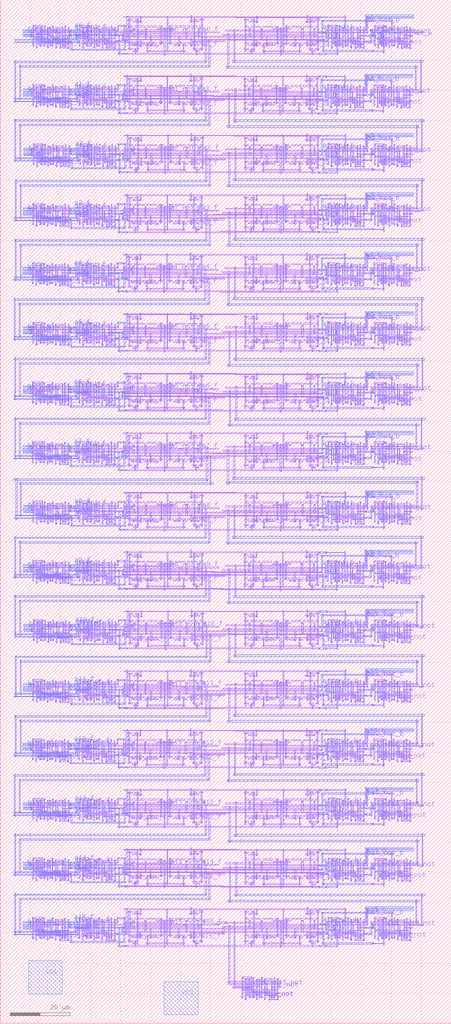
<source format=lef>
VERSION 5.7 ;
  NOWIREEXTENSIONATPIN ON ;
  DIVIDERCHAR "/" ;
  BUSBITCHARS "[]" ;
MACRO fa16b_rev
  CLASS BLOCK ;
  FOREIGN 16b_FA ;
  ORIGIN 0.000 0.000 ;
  SIZE 150.000 BY 340.000 ;
  PIN c15_not
    ANTENNADIFFAREA 2.560625 ;
    PORT
      LAYER Metal1 ;
        RECT 90.965 14.805 91.345 15.185 ;
        RECT 87.890 14.295 90.590 14.715 ;
        RECT 90.075 11.870 93.150 12.145 ;
        RECT 90.090 8.445 91.400 8.765 ;
        RECT 87.900 7.890 88.280 8.270 ;
      LAYER Metal2 ;
        RECT 87.940 7.800 88.240 14.740 ;
        RECT 90.150 8.375 90.455 14.735 ;
        RECT 91.000 8.375 91.300 15.195 ;
    END
  END c15_not
  PIN c15
    ANTENNADIFFAREA 2.734275 ;
    PORT
      LAYER Metal1 ;
        RECT 84.065 14.815 84.445 15.195 ;
        RECT 81.390 14.390 83.130 14.680 ;
        RECT 82.745 9.795 93.150 10.130 ;
        RECT 82.715 8.475 84.495 8.765 ;
        RECT 81.445 7.860 81.825 8.240 ;
      LAYER Metal2 ;
        RECT 81.475 7.800 81.775 14.730 ;
        RECT 82.785 8.400 83.085 14.750 ;
        RECT 84.100 8.430 84.395 15.255 ;
    END
  END c15
  PIN s5_not
    ANTENNADIFFAREA 2.560625 ;
    PORT
      LAYER Metal1 ;
        RECT 135.025 232.285 135.405 232.665 ;
        RECT 131.950 231.790 134.575 232.200 ;
        RECT 134.135 229.350 137.210 229.625 ;
        RECT 134.150 225.925 135.460 226.245 ;
        RECT 131.960 225.370 132.340 225.750 ;
      LAYER Metal2 ;
        RECT 132.000 225.280 132.300 232.220 ;
        RECT 134.210 225.855 134.490 232.215 ;
        RECT 135.060 225.855 135.360 232.675 ;
    END
  END s5_not
  PIN s5
    ANTENNADIFFAREA 2.734275 ;
    PORT
      LAYER Metal1 ;
        RECT 128.125 232.295 128.505 232.675 ;
        RECT 125.450 231.870 127.190 232.160 ;
        RECT 126.805 227.275 137.210 227.610 ;
        RECT 126.775 225.955 128.555 226.245 ;
        RECT 125.505 225.340 125.885 225.720 ;
      LAYER Metal2 ;
        RECT 125.535 225.280 125.835 232.210 ;
        RECT 126.845 225.880 127.145 232.230 ;
        RECT 128.160 225.910 128.455 232.735 ;
    END
  END s5
  PIN s0_not
    ANTENNADIFFAREA 2.560625 ;
    PORT
      LAYER Metal1 ;
        RECT 135.045 330.920 135.425 331.300 ;
        RECT 131.970 330.425 134.595 330.835 ;
        RECT 134.155 327.985 137.230 328.260 ;
        RECT 134.170 324.560 135.480 324.880 ;
        RECT 131.980 324.005 132.360 324.385 ;
      LAYER Metal2 ;
        RECT 132.020 323.915 132.320 330.855 ;
        RECT 134.230 324.490 134.510 330.850 ;
        RECT 135.080 324.490 135.380 331.310 ;
    END
  END s0_not
  PIN s0
    ANTENNADIFFAREA 2.734275 ;
    PORT
      LAYER Metal1 ;
        RECT 128.145 330.930 128.525 331.310 ;
        RECT 125.470 330.505 127.210 330.795 ;
        RECT 126.825 325.910 137.230 326.245 ;
        RECT 126.795 324.590 128.575 324.880 ;
        RECT 125.525 323.975 125.905 324.355 ;
      LAYER Metal2 ;
        RECT 125.555 323.915 125.855 330.845 ;
        RECT 126.865 324.515 127.165 330.865 ;
        RECT 128.180 324.545 128.475 331.370 ;
    END
  END s0
  PIN s6_not
    ANTENNADIFFAREA 2.560625 ;
    PORT
      LAYER Metal1 ;
        RECT 135.025 212.315 135.405 212.695 ;
        RECT 131.950 211.820 134.575 212.230 ;
        RECT 134.135 209.380 137.210 209.655 ;
        RECT 134.150 205.955 135.460 206.275 ;
        RECT 131.960 205.400 132.340 205.780 ;
      LAYER Metal2 ;
        RECT 132.000 205.310 132.300 212.250 ;
        RECT 134.210 205.885 134.490 212.245 ;
        RECT 135.060 205.885 135.360 212.705 ;
    END
  END s6_not
  PIN s6
    ANTENNADIFFAREA 2.734275 ;
    PORT
      LAYER Metal1 ;
        RECT 128.125 212.325 128.505 212.705 ;
        RECT 125.450 211.900 127.190 212.190 ;
        RECT 126.805 207.305 137.210 207.640 ;
        RECT 126.775 205.985 128.555 206.275 ;
        RECT 125.505 205.370 125.885 205.750 ;
      LAYER Metal2 ;
        RECT 125.535 205.310 125.835 212.240 ;
        RECT 126.845 205.910 127.145 212.260 ;
        RECT 128.160 205.940 128.455 212.765 ;
    END
  END s6
  PIN s1_not
    ANTENNADIFFAREA 2.560625 ;
    PORT
      LAYER Metal1 ;
        RECT 134.845 311.195 135.225 311.575 ;
        RECT 131.770 310.700 134.395 311.110 ;
        RECT 133.955 308.260 137.030 308.535 ;
        RECT 133.970 304.835 135.280 305.155 ;
        RECT 131.780 304.280 132.160 304.660 ;
      LAYER Metal2 ;
        RECT 131.820 304.190 132.120 311.130 ;
        RECT 134.030 304.765 134.310 311.125 ;
        RECT 134.880 304.765 135.180 311.585 ;
    END
  END s1_not
  PIN s1
    ANTENNADIFFAREA 2.734275 ;
    PORT
      LAYER Metal1 ;
        RECT 127.945 311.205 128.325 311.585 ;
        RECT 125.270 310.780 127.010 311.070 ;
        RECT 126.625 306.185 137.030 306.520 ;
        RECT 126.595 304.865 128.375 305.155 ;
        RECT 125.325 304.250 125.705 304.630 ;
      LAYER Metal2 ;
        RECT 125.355 304.190 125.655 311.120 ;
        RECT 126.665 304.790 126.965 311.140 ;
        RECT 127.980 304.820 128.275 311.645 ;
    END
  END s1
  PIN s7_not
    ANTENNADIFFAREA 2.560625 ;
    PORT
      LAYER Metal1 ;
        RECT 135.025 192.650 135.405 193.030 ;
        RECT 131.950 192.155 134.575 192.565 ;
        RECT 134.135 189.715 137.210 189.990 ;
        RECT 134.150 186.290 135.460 186.610 ;
        RECT 131.960 185.735 132.340 186.115 ;
      LAYER Metal2 ;
        RECT 132.000 185.645 132.300 192.585 ;
        RECT 134.210 186.220 134.490 192.580 ;
        RECT 135.060 186.220 135.360 193.040 ;
    END
  END s7_not
  PIN s7
    ANTENNADIFFAREA 2.734275 ;
    PORT
      LAYER Metal1 ;
        RECT 128.125 192.660 128.505 193.040 ;
        RECT 125.450 192.235 127.190 192.525 ;
        RECT 126.805 187.640 137.210 187.975 ;
        RECT 126.775 186.320 128.555 186.610 ;
        RECT 125.505 185.705 125.885 186.085 ;
      LAYER Metal2 ;
        RECT 125.535 185.645 125.835 192.575 ;
        RECT 126.845 186.245 127.145 192.595 ;
        RECT 128.160 186.275 128.455 193.100 ;
    END
  END s7
  PIN s2_not
    ANTENNADIFFAREA 2.560625 ;
    PORT
      LAYER Metal1 ;
        RECT 135.000 291.550 135.380 291.930 ;
        RECT 131.925 291.055 134.550 291.465 ;
        RECT 134.110 288.615 137.185 288.890 ;
        RECT 134.125 285.190 135.435 285.510 ;
        RECT 131.935 284.635 132.315 285.015 ;
      LAYER Metal2 ;
        RECT 131.975 284.545 132.275 291.485 ;
        RECT 134.185 285.120 134.465 291.480 ;
        RECT 135.035 285.120 135.335 291.940 ;
    END
  END s2_not
  PIN s2
    ANTENNADIFFAREA 2.734275 ;
    PORT
      LAYER Metal1 ;
        RECT 128.100 291.560 128.480 291.940 ;
        RECT 125.425 291.135 127.165 291.425 ;
        RECT 126.780 286.540 137.185 286.875 ;
        RECT 126.750 285.220 128.530 285.510 ;
        RECT 125.480 284.605 125.860 284.985 ;
      LAYER Metal2 ;
        RECT 125.510 284.545 125.810 291.475 ;
        RECT 126.820 285.145 127.120 291.495 ;
        RECT 128.135 285.175 128.430 292.000 ;
    END
  END s2
  PIN s8_not
    ANTENNADIFFAREA 2.560625 ;
    PORT
      LAYER Metal1 ;
        RECT 135.065 172.810 135.445 173.190 ;
        RECT 131.990 172.315 134.615 172.725 ;
        RECT 134.175 169.875 137.250 170.150 ;
        RECT 134.190 166.450 135.500 166.770 ;
        RECT 132.000 165.895 132.380 166.275 ;
      LAYER Metal2 ;
        RECT 132.040 165.805 132.340 172.745 ;
        RECT 134.250 166.380 134.530 172.740 ;
        RECT 135.100 166.380 135.400 173.200 ;
    END
  END s8_not
  PIN s8
    ANTENNADIFFAREA 2.734275 ;
    PORT
      LAYER Metal1 ;
        RECT 128.165 172.820 128.545 173.200 ;
        RECT 125.490 172.395 127.230 172.685 ;
        RECT 126.845 167.800 137.250 168.135 ;
        RECT 126.815 166.480 128.595 166.770 ;
        RECT 125.545 165.865 125.925 166.245 ;
      LAYER Metal2 ;
        RECT 125.575 165.805 125.875 172.735 ;
        RECT 126.885 166.405 127.185 172.755 ;
        RECT 128.200 166.435 128.495 173.260 ;
    END
  END s8
  PIN s3_not
    ANTENNADIFFAREA 2.560625 ;
    PORT
      LAYER Metal1 ;
        RECT 135.000 271.755 135.380 272.135 ;
        RECT 131.925 271.260 134.550 271.670 ;
        RECT 134.110 268.820 137.185 269.095 ;
        RECT 134.125 265.395 135.435 265.715 ;
        RECT 131.935 264.840 132.315 265.220 ;
      LAYER Metal2 ;
        RECT 131.975 264.750 132.275 271.690 ;
        RECT 134.185 265.325 134.465 271.685 ;
        RECT 135.035 265.325 135.335 272.145 ;
    END
  END s3_not
  PIN s3
    ANTENNADIFFAREA 2.734275 ;
    PORT
      LAYER Metal1 ;
        RECT 128.100 271.765 128.480 272.145 ;
        RECT 125.425 271.340 127.165 271.630 ;
        RECT 126.780 266.745 137.185 267.080 ;
        RECT 126.750 265.425 128.530 265.715 ;
        RECT 125.480 264.810 125.860 265.190 ;
      LAYER Metal2 ;
        RECT 125.510 264.750 125.810 271.680 ;
        RECT 126.820 265.350 127.120 271.700 ;
        RECT 128.135 265.380 128.430 272.205 ;
    END
  END s3
  PIN s9_not
    ANTENNADIFFAREA 2.560625 ;
    PORT
      LAYER Metal1 ;
        RECT 134.865 153.085 135.245 153.465 ;
        RECT 131.790 152.590 134.415 153.000 ;
        RECT 133.975 150.150 137.050 150.425 ;
        RECT 133.990 146.725 135.300 147.045 ;
        RECT 131.800 146.170 132.180 146.550 ;
      LAYER Metal2 ;
        RECT 131.840 146.080 132.140 153.020 ;
        RECT 134.050 146.655 134.330 153.015 ;
        RECT 134.900 146.655 135.200 153.475 ;
    END
  END s9_not
  PIN s9
    ANTENNADIFFAREA 2.734275 ;
    PORT
      LAYER Metal1 ;
        RECT 127.965 153.095 128.345 153.475 ;
        RECT 125.290 152.670 127.030 152.960 ;
        RECT 126.645 148.075 137.050 148.410 ;
        RECT 126.615 146.755 128.395 147.045 ;
        RECT 125.345 146.140 125.725 146.520 ;
      LAYER Metal2 ;
        RECT 125.375 146.080 125.675 153.010 ;
        RECT 126.685 146.680 126.985 153.030 ;
        RECT 128.000 146.710 128.295 153.535 ;
    END
  END s9
  PIN s4_not
    ANTENNADIFFAREA 2.560625 ;
    PORT
      LAYER Metal1 ;
        RECT 134.920 252.000 135.300 252.380 ;
        RECT 131.845 251.505 134.470 251.915 ;
        RECT 134.030 249.065 137.105 249.340 ;
        RECT 134.045 245.640 135.355 245.960 ;
        RECT 131.855 245.085 132.235 245.465 ;
      LAYER Metal2 ;
        RECT 131.895 244.995 132.195 251.935 ;
        RECT 134.105 245.570 134.385 251.930 ;
        RECT 134.955 245.570 135.255 252.390 ;
    END
  END s4_not
  PIN s4
    ANTENNADIFFAREA 2.734275 ;
    PORT
      LAYER Metal1 ;
        RECT 128.020 252.010 128.400 252.390 ;
        RECT 125.345 251.585 127.085 251.875 ;
        RECT 126.700 246.990 137.105 247.325 ;
        RECT 126.670 245.670 128.450 245.960 ;
        RECT 125.400 245.055 125.780 245.435 ;
      LAYER Metal2 ;
        RECT 125.430 244.995 125.730 251.925 ;
        RECT 126.740 245.595 127.040 251.945 ;
        RECT 128.055 245.625 128.350 252.450 ;
    END
  END s4
  PIN s10_not
    ANTENNADIFFAREA 2.560625 ;
    PORT
      LAYER Metal1 ;
        RECT 135.020 133.440 135.400 133.820 ;
        RECT 131.945 132.945 134.570 133.355 ;
        RECT 134.130 130.505 137.205 130.780 ;
        RECT 134.145 127.080 135.455 127.400 ;
        RECT 131.955 126.525 132.335 126.905 ;
      LAYER Metal2 ;
        RECT 131.995 126.435 132.295 133.375 ;
        RECT 134.205 127.010 134.485 133.370 ;
        RECT 135.055 127.010 135.355 133.830 ;
    END
  END s10_not
  PIN s10
    ANTENNADIFFAREA 2.734275 ;
    PORT
      LAYER Metal1 ;
        RECT 128.120 133.450 128.500 133.830 ;
        RECT 125.445 133.025 127.185 133.315 ;
        RECT 126.800 128.430 137.205 128.765 ;
        RECT 126.770 127.110 128.550 127.400 ;
        RECT 125.500 126.495 125.880 126.875 ;
      LAYER Metal2 ;
        RECT 125.530 126.435 125.830 133.365 ;
        RECT 126.840 127.035 127.140 133.385 ;
        RECT 128.155 127.065 128.450 133.890 ;
    END
  END s10
  PIN s11_not
    ANTENNADIFFAREA 2.560625 ;
    PORT
      LAYER Metal1 ;
        RECT 135.020 113.645 135.400 114.025 ;
        RECT 131.945 113.150 134.570 113.560 ;
        RECT 134.130 110.710 137.205 110.985 ;
        RECT 134.145 107.285 135.455 107.605 ;
        RECT 131.955 106.730 132.335 107.110 ;
      LAYER Metal2 ;
        RECT 131.995 106.640 132.295 113.580 ;
        RECT 134.205 107.215 134.485 113.575 ;
        RECT 135.055 107.215 135.355 114.035 ;
    END
  END s11_not
  PIN s11
    ANTENNADIFFAREA 2.734275 ;
    PORT
      LAYER Metal1 ;
        RECT 128.120 113.655 128.500 114.035 ;
        RECT 125.445 113.230 127.185 113.520 ;
        RECT 126.800 108.635 137.205 108.970 ;
        RECT 126.770 107.315 128.550 107.605 ;
        RECT 125.500 106.700 125.880 107.080 ;
      LAYER Metal2 ;
        RECT 125.530 106.640 125.830 113.570 ;
        RECT 126.840 107.240 127.140 113.590 ;
        RECT 128.155 107.270 128.450 114.095 ;
    END
  END s11
  PIN s12_not
    ANTENNADIFFAREA 2.560625 ;
    PORT
      LAYER Metal1 ;
        RECT 134.940 93.890 135.320 94.270 ;
        RECT 131.865 93.395 134.490 93.805 ;
        RECT 134.050 90.955 137.125 91.230 ;
        RECT 134.065 87.530 135.375 87.850 ;
        RECT 131.875 86.975 132.255 87.355 ;
      LAYER Metal2 ;
        RECT 131.915 86.885 132.215 93.825 ;
        RECT 134.125 87.460 134.405 93.820 ;
        RECT 134.975 87.460 135.275 94.280 ;
    END
  END s12_not
  PIN s12
    ANTENNADIFFAREA 2.734275 ;
    PORT
      LAYER Metal1 ;
        RECT 128.040 93.900 128.420 94.280 ;
        RECT 125.365 93.475 127.105 93.765 ;
        RECT 126.720 88.880 137.125 89.215 ;
        RECT 126.690 87.560 128.470 87.850 ;
        RECT 125.420 86.945 125.800 87.325 ;
      LAYER Metal2 ;
        RECT 125.450 86.885 125.750 93.815 ;
        RECT 126.760 87.485 127.060 93.835 ;
        RECT 128.075 87.515 128.370 94.340 ;
    END
  END s12
  PIN s13_not
    ANTENNADIFFAREA 2.560625 ;
    PORT
      LAYER Metal1 ;
        RECT 135.045 74.175 135.425 74.555 ;
        RECT 131.970 73.680 134.595 74.090 ;
        RECT 134.155 71.240 137.230 71.515 ;
        RECT 134.170 67.815 135.480 68.135 ;
        RECT 131.980 67.260 132.360 67.640 ;
      LAYER Metal2 ;
        RECT 132.020 67.170 132.320 74.110 ;
        RECT 134.230 67.745 134.510 74.105 ;
        RECT 135.080 67.745 135.380 74.565 ;
    END
  END s13_not
  PIN s13
    ANTENNADIFFAREA 2.734275 ;
    PORT
      LAYER Metal1 ;
        RECT 128.145 74.185 128.525 74.565 ;
        RECT 125.470 73.760 127.210 74.050 ;
        RECT 126.825 69.165 137.230 69.500 ;
        RECT 126.795 67.845 128.575 68.135 ;
        RECT 125.525 67.230 125.905 67.610 ;
      LAYER Metal2 ;
        RECT 125.555 67.170 125.855 74.100 ;
        RECT 126.865 67.770 127.165 74.120 ;
        RECT 128.180 67.800 128.475 74.625 ;
    END
  END s13
  PIN s14_not
    ANTENNADIFFAREA 2.560625 ;
    PORT
      LAYER Metal1 ;
        RECT 135.045 54.205 135.425 54.585 ;
        RECT 131.970 53.710 134.595 54.120 ;
        RECT 134.155 51.270 137.230 51.545 ;
        RECT 134.170 47.845 135.480 48.165 ;
        RECT 131.980 47.290 132.360 47.670 ;
      LAYER Metal2 ;
        RECT 132.020 47.200 132.320 54.140 ;
        RECT 134.230 47.775 134.510 54.135 ;
        RECT 135.080 47.775 135.380 54.595 ;
    END
  END s14_not
  PIN s14
    ANTENNADIFFAREA 2.734275 ;
    PORT
      LAYER Metal1 ;
        RECT 128.145 54.215 128.525 54.595 ;
        RECT 125.470 53.790 127.210 54.080 ;
        RECT 126.825 49.195 137.230 49.530 ;
        RECT 126.795 47.875 128.575 48.165 ;
        RECT 125.525 47.260 125.905 47.640 ;
      LAYER Metal2 ;
        RECT 125.555 47.200 125.855 54.130 ;
        RECT 126.865 47.800 127.165 54.150 ;
        RECT 128.180 47.830 128.475 54.655 ;
    END
  END s14
  PIN s15_not
    ANTENNADIFFAREA 2.560625 ;
    PORT
      LAYER Metal1 ;
        RECT 135.045 34.540 135.425 34.920 ;
        RECT 131.970 34.045 134.595 34.455 ;
        RECT 134.155 31.605 137.230 31.880 ;
        RECT 134.170 28.180 135.480 28.500 ;
        RECT 131.980 27.625 132.360 28.005 ;
      LAYER Metal2 ;
        RECT 132.020 27.535 132.320 34.475 ;
        RECT 134.230 28.110 134.510 34.470 ;
        RECT 135.080 28.110 135.380 34.930 ;
    END
  END s15_not
  PIN s15
    ANTENNADIFFAREA 2.734275 ;
    PORT
      LAYER Metal1 ;
        RECT 128.145 34.550 128.525 34.930 ;
        RECT 125.470 34.125 127.210 34.415 ;
        RECT 126.825 29.530 137.230 29.865 ;
        RECT 126.795 28.210 128.575 28.500 ;
        RECT 125.525 27.595 125.905 27.975 ;
      LAYER Metal2 ;
        RECT 125.555 27.535 125.855 34.465 ;
        RECT 126.865 28.135 127.165 34.485 ;
        RECT 128.180 28.165 128.475 34.990 ;
    END
  END s15
  PIN z
    ANTENNADIFFAREA 2.559875 ;
    PORT
      LAYER Metal1 ;
        RECT 86.780 14.855 87.160 15.235 ;
        RECT 85.180 14.340 86.380 14.630 ;
        RECT 77.445 12.170 86.375 12.470 ;
        RECT 85.970 8.565 87.160 8.850 ;
        RECT 85.190 7.900 85.570 8.280 ;
      LAYER Metal2 ;
        RECT 85.230 7.890 85.530 14.700 ;
        RECT 86.020 8.485 86.330 14.675 ;
        RECT 86.815 8.415 87.115 15.245 ;
    END
  END z
  PIN z_not
    ANTENNADIFFAREA 2.638650 ;
    PORT
      LAYER Metal1 ;
        RECT 80.320 15.020 83.720 15.455 ;
        RECT 92.100 14.405 92.480 14.785 ;
        RECT 77.415 11.635 83.755 11.905 ;
        RECT 83.330 10.375 89.720 10.665 ;
        RECT 80.310 8.460 80.690 8.840 ;
        RECT 89.310 7.735 92.490 8.055 ;
      LAYER Metal2 ;
        RECT 80.355 8.405 80.655 15.445 ;
        RECT 83.380 10.275 83.700 15.435 ;
        RECT 89.390 7.675 89.670 10.710 ;
        RECT 92.140 7.630 92.440 14.785 ;
    END
  END z_not
  PIN c0_b
    ANTENNAGATEAREA 2.739250 ;
    ANTENNADIFFAREA 2.734275 ;
    PORT
      LAYER Metal1 ;
        RECT 112.685 330.930 113.065 331.310 ;
        RECT 110.010 330.505 111.750 330.795 ;
        RECT 123.215 329.745 139.135 330.045 ;
        RECT 124.945 327.090 129.075 327.390 ;
        RECT 131.450 327.040 135.950 327.350 ;
        RECT 111.365 325.910 121.845 326.245 ;
        RECT 111.335 324.590 113.115 324.880 ;
        RECT 110.065 323.975 110.445 324.355 ;
      LAYER Metal2 ;
        RECT 110.095 323.915 110.395 330.845 ;
        RECT 111.405 324.515 111.705 330.865 ;
        RECT 112.720 324.545 113.015 331.370 ;
        RECT 121.405 325.880 121.785 326.260 ;
        RECT 123.255 325.760 123.570 330.085 ;
      LAYER Metal3 ;
        RECT 121.360 325.860 123.645 326.285 ;
    END
  END c0_b
  PIN c0_not_b
    ANTENNAGATEAREA 2.775000 ;
    ANTENNADIFFAREA 2.560625 ;
    PORT
      LAYER Metal1 ;
        RECT 119.585 330.920 119.965 331.300 ;
        RECT 116.510 330.415 119.140 330.870 ;
        RECT 123.750 329.000 140.695 329.300 ;
        RECT 118.695 327.985 121.825 328.260 ;
        RECT 126.175 325.325 129.095 325.625 ;
        RECT 132.640 325.310 136.010 325.610 ;
        RECT 118.710 324.560 120.020 324.880 ;
        RECT 116.520 324.005 116.900 324.385 ;
      LAYER Metal2 ;
        RECT 116.560 323.915 116.860 330.855 ;
        RECT 118.770 324.490 119.050 330.850 ;
        RECT 119.620 324.490 119.920 331.310 ;
        RECT 121.405 327.935 121.785 328.315 ;
        RECT 123.865 327.835 124.145 329.365 ;
        RECT 126.210 325.275 126.510 329.335 ;
        RECT 132.700 325.260 132.980 329.350 ;
      LAYER Metal3 ;
        RECT 121.385 327.935 124.230 328.315 ;
    END
  END c0_not_b
  PIN a0_b
    ANTENNAGATEAREA 2.739250 ;
    ANTENNADIFFAREA 1.587600 ;
    PORT
      LAYER Metal1 ;
        RECT 102.885 333.305 104.120 333.685 ;
        RECT 100.860 330.905 104.120 331.285 ;
        RECT 108.290 329.745 121.905 330.045 ;
        RECT 109.485 327.090 113.615 327.390 ;
        RECT 115.990 327.040 120.490 327.350 ;
        RECT 102.745 326.045 106.690 326.380 ;
        RECT 100.840 325.405 104.140 325.785 ;
        RECT 102.655 323.405 104.140 323.785 ;
      LAYER Metal2 ;
        RECT 102.970 323.160 103.285 333.845 ;
        RECT 106.295 326.030 106.675 326.410 ;
        RECT 108.360 326.005 108.670 330.125 ;
        RECT 121.430 329.700 121.725 335.070 ;
      LAYER Metal3 ;
        RECT 121.430 334.615 137.450 335.025 ;
        RECT 106.295 326.020 108.775 326.420 ;
    END
  END a0_b
  PIN a0_not_b
    ANTENNAGATEAREA 2.775000 ;
    ANTENNADIFFAREA 1.587600 ;
    PORT
      LAYER Metal1 ;
        RECT 83.360 333.205 84.560 333.585 ;
        RECT 83.360 330.905 86.620 331.285 ;
        RECT 84.025 328.990 106.580 329.330 ;
        RECT 107.690 329.000 122.335 329.300 ;
        RECT 83.340 325.405 86.640 325.785 ;
        RECT 110.715 325.325 113.635 325.625 ;
        RECT 117.180 325.310 120.550 325.610 ;
        RECT 83.340 323.405 84.625 323.785 ;
      LAYER Metal2 ;
        RECT 84.185 322.675 84.500 333.725 ;
        RECT 106.160 328.920 106.580 329.380 ;
        RECT 107.660 328.915 108.080 329.375 ;
        RECT 110.750 325.275 111.050 329.335 ;
        RECT 117.240 325.260 117.520 329.350 ;
        RECT 122.005 328.870 122.310 334.345 ;
      LAYER Metal3 ;
        RECT 121.960 333.835 137.440 334.290 ;
        RECT 106.130 328.970 108.155 329.355 ;
    END
  END a0_not_b
  PIN a1_b
    ANTENNAGATEAREA 2.739250 ;
    ANTENNADIFFAREA 1.587600 ;
    PORT
      LAYER Metal1 ;
        RECT 102.685 313.580 103.920 313.960 ;
        RECT 100.660 311.180 103.920 311.560 ;
        RECT 108.090 310.020 121.705 310.320 ;
        RECT 109.285 307.365 113.415 307.665 ;
        RECT 115.790 307.315 120.290 307.625 ;
        RECT 102.545 306.320 106.490 306.655 ;
        RECT 100.640 305.680 103.940 306.060 ;
        RECT 102.455 303.680 103.940 304.060 ;
      LAYER Metal2 ;
        RECT 102.770 303.435 103.085 314.120 ;
        RECT 106.095 306.305 106.475 306.685 ;
        RECT 108.160 306.280 108.470 310.400 ;
        RECT 121.230 309.975 121.525 315.345 ;
      LAYER Metal3 ;
        RECT 121.230 314.890 137.250 315.300 ;
        RECT 106.095 306.295 108.575 306.695 ;
    END
  END a1_b
  PIN a1_not_b
    ANTENNAGATEAREA 2.775000 ;
    ANTENNADIFFAREA 1.587600 ;
    PORT
      LAYER Metal1 ;
        RECT 83.160 313.480 84.360 313.860 ;
        RECT 83.160 311.180 86.420 311.560 ;
        RECT 83.825 309.265 106.380 309.605 ;
        RECT 107.490 309.275 122.135 309.575 ;
        RECT 83.140 305.680 86.440 306.060 ;
        RECT 110.515 305.600 113.435 305.900 ;
        RECT 116.980 305.585 120.350 305.885 ;
        RECT 83.140 303.680 84.425 304.060 ;
      LAYER Metal2 ;
        RECT 83.985 302.950 84.300 314.000 ;
        RECT 105.960 309.195 106.380 309.655 ;
        RECT 107.460 309.190 107.880 309.650 ;
        RECT 110.550 305.550 110.850 309.610 ;
        RECT 117.040 305.535 117.320 309.625 ;
        RECT 121.805 309.145 122.110 314.620 ;
      LAYER Metal3 ;
        RECT 121.760 314.110 137.240 314.565 ;
        RECT 105.930 309.245 107.955 309.630 ;
    END
  END a1_not_b
  PIN a2_b
    ANTENNAGATEAREA 2.739250 ;
    ANTENNADIFFAREA 1.587600 ;
    PORT
      LAYER Metal1 ;
        RECT 102.840 293.935 104.075 294.315 ;
        RECT 100.815 291.535 104.075 291.915 ;
        RECT 108.245 290.375 121.860 290.675 ;
        RECT 109.440 287.720 113.570 288.020 ;
        RECT 115.945 287.670 120.445 287.980 ;
        RECT 102.700 286.675 106.645 287.010 ;
        RECT 100.795 286.035 104.095 286.415 ;
        RECT 102.610 284.035 104.095 284.415 ;
      LAYER Metal2 ;
        RECT 102.925 283.790 103.240 294.475 ;
        RECT 106.250 286.660 106.630 287.040 ;
        RECT 108.315 286.635 108.625 290.755 ;
        RECT 121.385 290.330 121.680 295.700 ;
      LAYER Metal3 ;
        RECT 121.385 295.245 137.405 295.655 ;
        RECT 106.250 286.650 108.730 287.050 ;
    END
  END a2_b
  PIN a2_not_b
    ANTENNAGATEAREA 2.775000 ;
    ANTENNADIFFAREA 1.587600 ;
    PORT
      LAYER Metal1 ;
        RECT 83.315 293.835 84.515 294.215 ;
        RECT 83.315 291.535 86.575 291.915 ;
        RECT 83.980 289.620 106.535 289.960 ;
        RECT 107.645 289.630 122.290 289.930 ;
        RECT 83.295 286.035 86.595 286.415 ;
        RECT 110.670 285.955 113.590 286.255 ;
        RECT 117.135 285.940 120.505 286.240 ;
        RECT 83.295 284.035 84.580 284.415 ;
      LAYER Metal2 ;
        RECT 84.140 283.305 84.455 294.355 ;
        RECT 106.115 289.550 106.535 290.010 ;
        RECT 107.615 289.545 108.035 290.005 ;
        RECT 110.705 285.905 111.005 289.965 ;
        RECT 117.195 285.890 117.475 289.980 ;
        RECT 121.960 289.500 122.265 294.975 ;
      LAYER Metal3 ;
        RECT 121.915 294.465 137.395 294.920 ;
        RECT 106.085 289.600 108.110 289.985 ;
    END
  END a2_not_b
  PIN a3_b
    ANTENNAGATEAREA 2.739250 ;
    ANTENNADIFFAREA 1.587600 ;
    PORT
      LAYER Metal1 ;
        RECT 102.840 274.140 104.075 274.520 ;
        RECT 100.815 271.740 104.075 272.120 ;
        RECT 108.245 270.580 121.860 270.880 ;
        RECT 109.440 267.925 113.570 268.225 ;
        RECT 115.945 267.875 120.445 268.185 ;
        RECT 102.700 266.880 106.645 267.215 ;
        RECT 100.795 266.240 104.095 266.620 ;
        RECT 102.610 264.240 104.095 264.620 ;
      LAYER Metal2 ;
        RECT 102.925 263.995 103.240 274.680 ;
        RECT 106.250 266.865 106.630 267.245 ;
        RECT 108.315 266.840 108.625 270.960 ;
        RECT 121.385 270.535 121.680 275.905 ;
      LAYER Metal3 ;
        RECT 121.385 275.450 137.405 275.860 ;
        RECT 106.250 266.855 108.730 267.255 ;
    END
  END a3_b
  PIN a3_not_b
    ANTENNAGATEAREA 2.775000 ;
    ANTENNADIFFAREA 1.587600 ;
    PORT
      LAYER Metal1 ;
        RECT 83.315 274.040 84.515 274.420 ;
        RECT 83.315 271.740 86.575 272.120 ;
        RECT 83.980 269.825 106.535 270.165 ;
        RECT 107.645 269.835 122.290 270.135 ;
        RECT 83.295 266.240 86.595 266.620 ;
        RECT 110.670 266.160 113.590 266.460 ;
        RECT 117.135 266.145 120.505 266.445 ;
        RECT 83.295 264.240 84.580 264.620 ;
      LAYER Metal2 ;
        RECT 84.140 263.510 84.455 274.560 ;
        RECT 106.115 269.755 106.535 270.215 ;
        RECT 107.615 269.750 108.035 270.210 ;
        RECT 110.705 266.110 111.005 270.170 ;
        RECT 117.195 266.095 117.475 270.185 ;
        RECT 121.960 269.705 122.265 275.180 ;
      LAYER Metal3 ;
        RECT 121.915 274.670 137.395 275.125 ;
        RECT 106.085 269.805 108.110 270.190 ;
    END
  END a3_not_b
  PIN a4_b
    ANTENNAGATEAREA 2.739250 ;
    ANTENNADIFFAREA 1.587600 ;
    PORT
      LAYER Metal1 ;
        RECT 102.760 254.385 103.995 254.765 ;
        RECT 100.735 251.985 103.995 252.365 ;
        RECT 108.165 250.825 121.780 251.125 ;
        RECT 109.360 248.170 113.490 248.470 ;
        RECT 115.865 248.120 120.365 248.430 ;
        RECT 102.620 247.125 106.565 247.460 ;
        RECT 100.715 246.485 104.015 246.865 ;
        RECT 102.530 244.485 104.015 244.865 ;
      LAYER Metal2 ;
        RECT 102.845 244.240 103.160 254.925 ;
        RECT 106.170 247.110 106.550 247.490 ;
        RECT 108.235 247.085 108.545 251.205 ;
        RECT 121.305 250.780 121.600 256.150 ;
      LAYER Metal3 ;
        RECT 121.305 255.695 137.325 256.105 ;
        RECT 106.170 247.100 108.650 247.500 ;
    END
  END a4_b
  PIN a4_not_b
    ANTENNAGATEAREA 2.775000 ;
    ANTENNADIFFAREA 1.587600 ;
    PORT
      LAYER Metal1 ;
        RECT 83.235 254.285 84.435 254.665 ;
        RECT 83.235 251.985 86.495 252.365 ;
        RECT 83.900 250.070 106.455 250.410 ;
        RECT 107.565 250.080 122.210 250.380 ;
        RECT 83.215 246.485 86.515 246.865 ;
        RECT 110.590 246.405 113.510 246.705 ;
        RECT 117.055 246.390 120.425 246.690 ;
        RECT 83.215 244.485 84.500 244.865 ;
      LAYER Metal2 ;
        RECT 84.060 243.755 84.375 254.805 ;
        RECT 106.035 250.000 106.455 250.460 ;
        RECT 107.535 249.995 107.955 250.455 ;
        RECT 110.625 246.355 110.925 250.415 ;
        RECT 117.115 246.340 117.395 250.430 ;
        RECT 121.880 249.950 122.185 255.425 ;
      LAYER Metal3 ;
        RECT 121.835 254.915 137.315 255.370 ;
        RECT 106.005 250.050 108.030 250.435 ;
    END
  END a4_not_b
  PIN a5_b
    ANTENNAGATEAREA 2.739250 ;
    ANTENNADIFFAREA 1.587600 ;
    PORT
      LAYER Metal1 ;
        RECT 102.865 234.670 104.100 235.050 ;
        RECT 100.840 232.270 104.100 232.650 ;
        RECT 108.270 231.110 121.885 231.410 ;
        RECT 109.465 228.455 113.595 228.755 ;
        RECT 115.970 228.405 120.470 228.715 ;
        RECT 102.725 227.410 106.670 227.745 ;
        RECT 100.820 226.770 104.120 227.150 ;
        RECT 102.635 224.770 104.120 225.150 ;
      LAYER Metal2 ;
        RECT 102.950 224.525 103.265 235.210 ;
        RECT 106.275 227.395 106.655 227.775 ;
        RECT 108.340 227.370 108.650 231.490 ;
        RECT 121.410 231.065 121.705 236.435 ;
      LAYER Metal3 ;
        RECT 121.410 235.980 137.430 236.390 ;
        RECT 106.275 227.385 108.755 227.785 ;
    END
  END a5_b
  PIN a5_not_b
    ANTENNAGATEAREA 2.775000 ;
    ANTENNADIFFAREA 1.587600 ;
    PORT
      LAYER Metal1 ;
        RECT 83.340 234.570 84.540 234.950 ;
        RECT 83.340 232.270 86.600 232.650 ;
        RECT 84.005 230.355 106.560 230.695 ;
        RECT 107.670 230.365 122.315 230.665 ;
        RECT 83.320 226.770 86.620 227.150 ;
        RECT 110.695 226.690 113.615 226.990 ;
        RECT 117.160 226.675 120.530 226.975 ;
        RECT 83.320 224.770 84.605 225.150 ;
      LAYER Metal2 ;
        RECT 84.165 224.040 84.480 235.090 ;
        RECT 106.140 230.285 106.560 230.745 ;
        RECT 107.640 230.280 108.060 230.740 ;
        RECT 110.730 226.640 111.030 230.700 ;
        RECT 117.220 226.625 117.500 230.715 ;
        RECT 121.985 230.235 122.290 235.710 ;
      LAYER Metal3 ;
        RECT 121.940 235.200 137.420 235.655 ;
        RECT 106.110 230.335 108.135 230.720 ;
    END
  END a5_not_b
  PIN a6_b
    ANTENNAGATEAREA 2.739250 ;
    ANTENNADIFFAREA 1.587600 ;
    PORT
      LAYER Metal1 ;
        RECT 102.865 214.700 104.100 215.080 ;
        RECT 100.840 212.300 104.100 212.680 ;
        RECT 108.270 211.140 121.885 211.440 ;
        RECT 109.465 208.485 113.595 208.785 ;
        RECT 115.970 208.435 120.470 208.745 ;
        RECT 102.725 207.440 106.670 207.775 ;
        RECT 100.820 206.800 104.120 207.180 ;
        RECT 102.635 204.800 104.120 205.180 ;
      LAYER Metal2 ;
        RECT 102.950 204.555 103.265 215.240 ;
        RECT 106.275 207.425 106.655 207.805 ;
        RECT 108.340 207.400 108.650 211.520 ;
        RECT 121.410 211.095 121.705 216.465 ;
      LAYER Metal3 ;
        RECT 121.410 216.010 137.430 216.420 ;
        RECT 106.275 207.415 108.755 207.815 ;
    END
  END a6_b
  PIN a6_not_b
    ANTENNAGATEAREA 2.775000 ;
    ANTENNADIFFAREA 1.587600 ;
    PORT
      LAYER Metal1 ;
        RECT 83.340 214.600 84.540 214.980 ;
        RECT 83.340 212.300 86.600 212.680 ;
        RECT 84.005 210.385 106.560 210.725 ;
        RECT 107.670 210.395 122.315 210.695 ;
        RECT 83.320 206.800 86.620 207.180 ;
        RECT 110.695 206.720 113.615 207.020 ;
        RECT 117.160 206.705 120.530 207.005 ;
        RECT 83.320 204.800 84.605 205.180 ;
      LAYER Metal2 ;
        RECT 84.165 204.070 84.480 215.120 ;
        RECT 106.140 210.315 106.560 210.775 ;
        RECT 107.640 210.310 108.060 210.770 ;
        RECT 110.730 206.670 111.030 210.730 ;
        RECT 117.220 206.655 117.500 210.745 ;
        RECT 121.985 210.265 122.290 215.740 ;
      LAYER Metal3 ;
        RECT 121.940 215.230 137.420 215.685 ;
        RECT 106.110 210.365 108.135 210.750 ;
    END
  END a6_not_b
  PIN a7_b
    ANTENNAGATEAREA 2.739250 ;
    ANTENNADIFFAREA 1.587600 ;
    PORT
      LAYER Metal1 ;
        RECT 102.865 195.035 104.100 195.415 ;
        RECT 100.840 192.635 104.100 193.015 ;
        RECT 108.270 191.475 121.885 191.775 ;
        RECT 109.465 188.820 113.595 189.120 ;
        RECT 115.970 188.770 120.470 189.080 ;
        RECT 102.725 187.775 106.670 188.110 ;
        RECT 100.820 187.135 104.120 187.515 ;
        RECT 102.635 185.135 104.120 185.515 ;
      LAYER Metal2 ;
        RECT 102.950 184.890 103.265 195.575 ;
        RECT 106.275 187.760 106.655 188.140 ;
        RECT 108.340 187.735 108.650 191.855 ;
        RECT 121.410 191.430 121.705 196.800 ;
      LAYER Metal3 ;
        RECT 121.410 196.345 137.430 196.755 ;
        RECT 106.275 187.750 108.755 188.150 ;
    END
  END a7_b
  PIN a7_not_b
    ANTENNAGATEAREA 2.775000 ;
    ANTENNADIFFAREA 1.587600 ;
    PORT
      LAYER Metal1 ;
        RECT 83.340 194.935 84.540 195.315 ;
        RECT 83.340 192.635 86.600 193.015 ;
        RECT 84.005 190.720 106.560 191.060 ;
        RECT 107.670 190.730 122.315 191.030 ;
        RECT 83.320 187.135 86.620 187.515 ;
        RECT 110.695 187.055 113.615 187.355 ;
        RECT 117.160 187.040 120.530 187.340 ;
        RECT 83.320 185.135 84.605 185.515 ;
      LAYER Metal2 ;
        RECT 84.165 184.405 84.480 195.455 ;
        RECT 106.140 190.650 106.560 191.110 ;
        RECT 107.640 190.645 108.060 191.105 ;
        RECT 110.730 187.005 111.030 191.065 ;
        RECT 117.220 186.990 117.500 191.080 ;
        RECT 121.985 190.600 122.290 196.075 ;
      LAYER Metal3 ;
        RECT 121.940 195.565 137.420 196.020 ;
        RECT 106.110 190.700 108.135 191.085 ;
    END
  END a7_not_b
  PIN a3_not_f
    ANTENNAGATEAREA 5.550000 ;
    ANTENNADIFFAREA 1.587600 ;
    PORT
      LAYER Metal1 ;
        RECT 42.525 274.020 43.980 274.400 ;
        RECT 42.685 271.720 43.980 272.100 ;
        RECT 56.170 271.720 57.480 272.100 ;
        RECT 41.015 270.395 57.025 270.770 ;
        RECT 10.055 269.815 23.615 270.115 ;
        RECT 25.520 269.815 43.940 270.115 ;
        RECT 12.520 266.140 15.440 266.440 ;
        RECT 18.985 266.125 22.355 266.425 ;
        RECT 27.980 266.140 30.900 266.440 ;
        RECT 34.445 266.125 37.815 266.425 ;
        RECT 42.695 266.220 44.000 266.600 ;
        RECT 56.035 266.220 57.500 266.600 ;
        RECT 42.510 264.220 44.000 264.600 ;
      LAYER Metal2 ;
        RECT 10.055 269.765 10.435 270.145 ;
        RECT 12.555 266.090 12.855 270.150 ;
        RECT 19.045 266.075 19.325 270.165 ;
        RECT 23.235 269.765 23.615 270.145 ;
        RECT 25.505 269.765 25.885 270.170 ;
        RECT 28.015 266.090 28.315 270.150 ;
        RECT 34.505 266.075 34.785 270.165 ;
        RECT 42.815 264.165 43.170 274.470 ;
        RECT 43.480 269.770 43.825 270.825 ;
        RECT 56.325 265.940 56.655 272.135 ;
      LAYER Metal3 ;
        RECT 7.615 269.820 10.460 270.115 ;
        RECT 23.180 269.795 25.920 270.125 ;
    END
  END a3_not_f
  PIN b3
    ANTENNADIFFAREA 2.559875 ;
    PORT
      LAYER Metal1 ;
        RECT 17.205 271.785 17.585 272.165 ;
        RECT 15.605 271.270 16.805 271.560 ;
        RECT 10.075 269.100 16.800 269.400 ;
        RECT 16.395 265.495 17.585 265.780 ;
        RECT 15.615 264.830 15.995 265.210 ;
      LAYER Metal2 ;
        RECT 10.100 269.080 10.480 269.460 ;
        RECT 15.655 264.820 15.955 271.630 ;
        RECT 16.445 265.415 16.755 271.605 ;
        RECT 17.240 265.345 17.540 272.175 ;
      LAYER Metal3 ;
        RECT 7.620 269.105 10.495 269.400 ;
    END
  END b3
  PIN b3_not
    ANTENNADIFFAREA 2.638650 ;
    PORT
      LAYER Metal1 ;
        RECT 10.745 271.985 14.120 272.385 ;
        RECT 22.525 271.335 22.905 271.715 ;
        RECT 10.055 268.480 14.180 268.750 ;
        RECT 13.755 267.305 20.145 267.595 ;
        RECT 10.735 265.390 11.115 265.770 ;
        RECT 19.735 264.665 22.915 264.985 ;
      LAYER Metal2 ;
        RECT 10.065 268.410 10.445 268.790 ;
        RECT 10.780 265.335 11.080 272.375 ;
        RECT 13.805 267.205 14.125 272.365 ;
        RECT 19.815 264.605 20.095 267.640 ;
        RECT 22.565 264.560 22.865 271.715 ;
      LAYER Metal3 ;
        RECT 7.655 268.475 10.450 268.770 ;
    END
  END b3_not
  PIN a4_f
    ANTENNAGATEAREA 5.478500 ;
    ANTENNADIFFAREA 1.587600 ;
    PORT
      LAYER Metal1 ;
        RECT 66.090 254.410 67.370 254.790 ;
        RECT 52.590 252.010 53.775 252.390 ;
        RECT 66.090 252.010 67.105 252.390 ;
        RECT 9.930 250.850 23.495 251.165 ;
        RECT 25.385 250.850 39.210 251.150 ;
        RECT 40.885 249.330 67.115 249.720 ;
        RECT 11.160 248.195 15.290 248.495 ;
        RECT 17.665 248.145 22.165 248.455 ;
        RECT 26.620 248.195 30.750 248.495 ;
        RECT 33.125 248.145 37.625 248.455 ;
        RECT 52.570 246.510 53.930 246.890 ;
        RECT 66.070 246.510 67.250 246.890 ;
        RECT 66.070 244.510 67.145 244.890 ;
      LAYER Metal2 ;
        RECT 9.935 250.805 10.315 251.185 ;
        RECT 23.100 250.805 23.480 251.185 ;
        RECT 25.370 250.805 25.750 251.210 ;
        RECT 38.835 250.805 39.195 252.635 ;
        RECT 41.015 249.285 41.430 252.635 ;
        RECT 53.210 252.375 53.520 252.405 ;
        RECT 53.210 246.275 53.525 252.375 ;
        RECT 66.710 244.280 67.040 254.975 ;
      LAYER Metal3 ;
        RECT 38.780 252.250 41.485 252.590 ;
        RECT 7.525 250.845 10.350 251.150 ;
        RECT 23.045 250.835 25.790 251.165 ;
    END
  END a4_f
  PIN a4_not_f
    ANTENNAGATEAREA 5.550000 ;
    ANTENNADIFFAREA 1.587600 ;
    PORT
      LAYER Metal1 ;
        RECT 42.395 254.310 43.850 254.690 ;
        RECT 42.555 252.010 43.850 252.390 ;
        RECT 56.040 252.010 57.350 252.390 ;
        RECT 40.885 250.685 56.895 251.060 ;
        RECT 9.925 250.105 23.485 250.405 ;
        RECT 25.390 250.105 43.810 250.405 ;
        RECT 12.390 246.430 15.310 246.730 ;
        RECT 18.855 246.415 22.225 246.715 ;
        RECT 27.850 246.430 30.770 246.730 ;
        RECT 34.315 246.415 37.685 246.715 ;
        RECT 42.565 246.510 43.870 246.890 ;
        RECT 55.905 246.510 57.370 246.890 ;
        RECT 42.380 244.510 43.870 244.890 ;
      LAYER Metal2 ;
        RECT 9.925 250.055 10.305 250.435 ;
        RECT 12.425 246.380 12.725 250.440 ;
        RECT 18.915 246.365 19.195 250.455 ;
        RECT 23.105 250.055 23.485 250.435 ;
        RECT 25.375 250.055 25.755 250.460 ;
        RECT 27.885 246.380 28.185 250.440 ;
        RECT 34.375 246.365 34.655 250.455 ;
        RECT 42.685 244.455 43.040 254.760 ;
        RECT 43.350 250.060 43.695 251.115 ;
        RECT 56.195 246.230 56.525 252.425 ;
      LAYER Metal3 ;
        RECT 7.485 250.110 10.330 250.405 ;
        RECT 23.050 250.085 25.790 250.415 ;
    END
  END a4_not_f
  PIN b4
    ANTENNADIFFAREA 2.559875 ;
    PORT
      LAYER Metal1 ;
        RECT 17.075 252.075 17.455 252.455 ;
        RECT 15.475 251.560 16.675 251.850 ;
        RECT 9.945 249.390 16.670 249.690 ;
        RECT 16.265 245.785 17.455 246.070 ;
        RECT 15.485 245.120 15.865 245.500 ;
      LAYER Metal2 ;
        RECT 9.970 249.370 10.350 249.750 ;
        RECT 15.525 245.110 15.825 251.920 ;
        RECT 16.315 245.705 16.625 251.895 ;
        RECT 17.110 245.635 17.410 252.465 ;
      LAYER Metal3 ;
        RECT 7.490 249.395 10.365 249.690 ;
    END
  END b4
  PIN b4_not
    ANTENNADIFFAREA 2.638650 ;
    PORT
      LAYER Metal1 ;
        RECT 10.615 252.275 13.990 252.675 ;
        RECT 22.395 251.625 22.775 252.005 ;
        RECT 9.925 248.770 14.050 249.040 ;
        RECT 13.625 247.595 20.015 247.885 ;
        RECT 10.605 245.680 10.985 246.060 ;
        RECT 19.605 244.955 22.785 245.275 ;
      LAYER Metal2 ;
        RECT 9.935 248.700 10.315 249.080 ;
        RECT 10.650 245.625 10.950 252.665 ;
        RECT 13.675 247.495 13.995 252.655 ;
        RECT 19.685 244.895 19.965 247.930 ;
        RECT 22.435 244.850 22.735 252.005 ;
      LAYER Metal3 ;
        RECT 7.525 248.765 10.320 249.060 ;
    END
  END b4_not
  PIN a5_f
    ANTENNAGATEAREA 5.478500 ;
    ANTENNADIFFAREA 1.587600 ;
    PORT
      LAYER Metal1 ;
        RECT 66.220 234.650 67.500 235.030 ;
        RECT 52.720 232.250 53.905 232.630 ;
        RECT 66.220 232.250 67.235 232.630 ;
        RECT 10.060 231.090 23.625 231.405 ;
        RECT 25.515 231.090 39.340 231.390 ;
        RECT 41.015 229.570 67.245 229.960 ;
        RECT 11.290 228.435 15.420 228.735 ;
        RECT 17.795 228.385 22.295 228.695 ;
        RECT 26.750 228.435 30.880 228.735 ;
        RECT 33.255 228.385 37.755 228.695 ;
        RECT 52.700 226.750 54.060 227.130 ;
        RECT 66.200 226.750 67.380 227.130 ;
        RECT 66.200 224.750 67.275 225.130 ;
      LAYER Metal2 ;
        RECT 10.065 231.045 10.445 231.425 ;
        RECT 23.230 231.045 23.610 231.425 ;
        RECT 25.500 231.045 25.880 231.450 ;
        RECT 38.965 231.045 39.325 232.875 ;
        RECT 41.145 229.525 41.560 232.875 ;
        RECT 53.340 232.615 53.650 232.645 ;
        RECT 53.340 226.515 53.655 232.615 ;
        RECT 66.840 224.520 67.170 235.215 ;
      LAYER Metal3 ;
        RECT 38.910 232.490 41.615 232.830 ;
        RECT 7.655 231.085 10.480 231.390 ;
        RECT 23.175 231.075 25.920 231.405 ;
    END
  END a5_f
  PIN a5_not_f
    ANTENNAGATEAREA 5.550000 ;
    ANTENNADIFFAREA 1.587600 ;
    PORT
      LAYER Metal1 ;
        RECT 42.525 234.550 43.980 234.930 ;
        RECT 42.685 232.250 43.980 232.630 ;
        RECT 56.170 232.250 57.480 232.630 ;
        RECT 41.015 230.925 57.025 231.300 ;
        RECT 10.055 230.345 23.615 230.645 ;
        RECT 25.520 230.345 43.940 230.645 ;
        RECT 12.520 226.670 15.440 226.970 ;
        RECT 18.985 226.655 22.355 226.955 ;
        RECT 27.980 226.670 30.900 226.970 ;
        RECT 34.445 226.655 37.815 226.955 ;
        RECT 42.695 226.750 44.000 227.130 ;
        RECT 56.035 226.750 57.500 227.130 ;
        RECT 42.510 224.750 44.000 225.130 ;
      LAYER Metal2 ;
        RECT 10.055 230.295 10.435 230.675 ;
        RECT 12.555 226.620 12.855 230.680 ;
        RECT 19.045 226.605 19.325 230.695 ;
        RECT 23.235 230.295 23.615 230.675 ;
        RECT 25.505 230.295 25.885 230.700 ;
        RECT 28.015 226.620 28.315 230.680 ;
        RECT 34.505 226.605 34.785 230.695 ;
        RECT 42.815 224.695 43.170 235.000 ;
        RECT 43.480 230.300 43.825 231.355 ;
        RECT 56.325 226.470 56.655 232.665 ;
      LAYER Metal3 ;
        RECT 7.615 230.350 10.460 230.645 ;
        RECT 23.180 230.325 25.920 230.655 ;
    END
  END a5_not_f
  PIN b5
    ANTENNADIFFAREA 2.559875 ;
    PORT
      LAYER Metal1 ;
        RECT 17.205 232.315 17.585 232.695 ;
        RECT 15.605 231.800 16.805 232.090 ;
        RECT 10.075 229.630 16.800 229.930 ;
        RECT 16.395 226.025 17.585 226.310 ;
        RECT 15.615 225.360 15.995 225.740 ;
      LAYER Metal2 ;
        RECT 10.100 229.610 10.480 229.990 ;
        RECT 15.655 225.350 15.955 232.160 ;
        RECT 16.445 225.945 16.755 232.135 ;
        RECT 17.240 225.875 17.540 232.705 ;
      LAYER Metal3 ;
        RECT 7.620 229.635 10.495 229.930 ;
    END
  END b5
  PIN b5_not
    ANTENNADIFFAREA 2.638650 ;
    PORT
      LAYER Metal1 ;
        RECT 10.745 232.515 14.120 232.915 ;
        RECT 22.525 231.865 22.905 232.245 ;
        RECT 10.055 229.010 14.180 229.280 ;
        RECT 13.755 227.835 20.145 228.125 ;
        RECT 10.735 225.920 11.115 226.300 ;
        RECT 19.735 225.195 22.915 225.515 ;
      LAYER Metal2 ;
        RECT 10.065 228.940 10.445 229.320 ;
        RECT 10.780 225.865 11.080 232.905 ;
        RECT 13.805 227.735 14.125 232.895 ;
        RECT 19.815 225.135 20.095 228.170 ;
        RECT 22.565 225.090 22.865 232.245 ;
      LAYER Metal3 ;
        RECT 7.655 229.005 10.450 229.300 ;
    END
  END b5_not
  PIN a6_f
    ANTENNAGATEAREA 5.478500 ;
    ANTENNADIFFAREA 1.587600 ;
    PORT
      LAYER Metal1 ;
        RECT 66.170 214.840 67.450 215.220 ;
        RECT 52.670 212.440 53.855 212.820 ;
        RECT 66.170 212.440 67.185 212.820 ;
        RECT 10.010 211.280 23.575 211.595 ;
        RECT 25.465 211.280 39.290 211.580 ;
        RECT 40.965 209.760 67.195 210.150 ;
        RECT 11.240 208.625 15.370 208.925 ;
        RECT 17.745 208.575 22.245 208.885 ;
        RECT 26.700 208.625 30.830 208.925 ;
        RECT 33.205 208.575 37.705 208.885 ;
        RECT 52.650 206.940 54.010 207.320 ;
        RECT 66.150 206.940 67.330 207.320 ;
        RECT 66.150 204.940 67.225 205.320 ;
      LAYER Metal2 ;
        RECT 10.015 211.235 10.395 211.615 ;
        RECT 23.180 211.235 23.560 211.615 ;
        RECT 25.450 211.235 25.830 211.640 ;
        RECT 38.915 211.235 39.275 213.065 ;
        RECT 41.095 209.715 41.510 213.065 ;
        RECT 53.290 212.805 53.600 212.835 ;
        RECT 53.290 206.705 53.605 212.805 ;
        RECT 66.790 204.710 67.120 215.405 ;
      LAYER Metal3 ;
        RECT 38.860 212.680 41.565 213.020 ;
        RECT 7.605 211.275 10.430 211.580 ;
        RECT 23.125 211.265 25.870 211.595 ;
    END
  END a6_f
  PIN a6_not_f
    ANTENNAGATEAREA 5.550000 ;
    ANTENNADIFFAREA 1.587600 ;
    PORT
      LAYER Metal1 ;
        RECT 42.475 214.740 43.930 215.120 ;
        RECT 42.635 212.440 43.930 212.820 ;
        RECT 56.120 212.440 57.430 212.820 ;
        RECT 40.965 211.115 56.975 211.490 ;
        RECT 10.005 210.535 23.565 210.835 ;
        RECT 25.470 210.535 43.890 210.835 ;
        RECT 12.470 206.860 15.390 207.160 ;
        RECT 18.935 206.845 22.305 207.145 ;
        RECT 27.930 206.860 30.850 207.160 ;
        RECT 34.395 206.845 37.765 207.145 ;
        RECT 42.645 206.940 43.950 207.320 ;
        RECT 55.985 206.940 57.450 207.320 ;
        RECT 42.460 204.940 43.950 205.320 ;
      LAYER Metal2 ;
        RECT 10.005 210.485 10.385 210.865 ;
        RECT 12.505 206.810 12.805 210.870 ;
        RECT 18.995 206.795 19.275 210.885 ;
        RECT 23.185 210.485 23.565 210.865 ;
        RECT 25.455 210.485 25.835 210.890 ;
        RECT 27.965 206.810 28.265 210.870 ;
        RECT 34.455 206.795 34.735 210.885 ;
        RECT 42.765 204.885 43.120 215.190 ;
        RECT 43.430 210.490 43.775 211.545 ;
        RECT 56.275 206.660 56.605 212.855 ;
      LAYER Metal3 ;
        RECT 7.565 210.540 10.410 210.835 ;
        RECT 23.130 210.515 25.870 210.845 ;
    END
  END a6_not_f
  PIN b6
    ANTENNADIFFAREA 2.559875 ;
    PORT
      LAYER Metal1 ;
        RECT 17.155 212.505 17.535 212.885 ;
        RECT 15.555 211.990 16.755 212.280 ;
        RECT 10.025 209.820 16.750 210.120 ;
        RECT 16.345 206.215 17.535 206.500 ;
        RECT 15.565 205.550 15.945 205.930 ;
      LAYER Metal2 ;
        RECT 10.050 209.800 10.430 210.180 ;
        RECT 15.605 205.540 15.905 212.350 ;
        RECT 16.395 206.135 16.705 212.325 ;
        RECT 17.190 206.065 17.490 212.895 ;
      LAYER Metal3 ;
        RECT 7.570 209.825 10.445 210.120 ;
    END
  END b6
  PIN b6_not
    ANTENNADIFFAREA 2.638650 ;
    PORT
      LAYER Metal1 ;
        RECT 10.695 212.705 14.070 213.105 ;
        RECT 22.475 212.055 22.855 212.435 ;
        RECT 10.005 209.200 14.130 209.470 ;
        RECT 13.705 208.025 20.095 208.315 ;
        RECT 10.685 206.110 11.065 206.490 ;
        RECT 19.685 205.385 22.865 205.705 ;
      LAYER Metal2 ;
        RECT 10.015 209.130 10.395 209.510 ;
        RECT 10.730 206.055 11.030 213.095 ;
        RECT 13.755 207.925 14.075 213.085 ;
        RECT 19.765 205.325 20.045 208.360 ;
        RECT 22.515 205.280 22.815 212.435 ;
      LAYER Metal3 ;
        RECT 7.605 209.195 10.400 209.490 ;
    END
  END b6_not
  PIN a7_f
    ANTENNAGATEAREA 5.478500 ;
    ANTENNADIFFAREA 1.587600 ;
    PORT
      LAYER Metal1 ;
        RECT 66.140 195.045 67.420 195.425 ;
        RECT 52.640 192.645 53.825 193.025 ;
        RECT 66.140 192.645 67.155 193.025 ;
        RECT 9.980 191.485 23.545 191.800 ;
        RECT 25.435 191.485 39.260 191.785 ;
        RECT 40.935 189.965 67.165 190.355 ;
        RECT 11.210 188.830 15.340 189.130 ;
        RECT 17.715 188.780 22.215 189.090 ;
        RECT 26.670 188.830 30.800 189.130 ;
        RECT 33.175 188.780 37.675 189.090 ;
        RECT 52.620 187.145 53.980 187.525 ;
        RECT 66.120 187.145 67.300 187.525 ;
        RECT 66.120 185.145 67.195 185.525 ;
      LAYER Metal2 ;
        RECT 9.985 191.440 10.365 191.820 ;
        RECT 23.150 191.440 23.530 191.820 ;
        RECT 25.420 191.440 25.800 191.845 ;
        RECT 38.885 191.440 39.245 193.270 ;
        RECT 41.065 189.920 41.480 193.270 ;
        RECT 53.260 193.010 53.570 193.040 ;
        RECT 53.260 186.910 53.575 193.010 ;
        RECT 66.760 184.915 67.090 195.610 ;
      LAYER Metal3 ;
        RECT 38.830 192.885 41.535 193.225 ;
        RECT 7.575 191.480 10.400 191.785 ;
        RECT 23.095 191.470 25.840 191.800 ;
    END
  END a7_f
  PIN a7_not_f
    ANTENNAGATEAREA 5.550000 ;
    ANTENNADIFFAREA 1.587600 ;
    PORT
      LAYER Metal1 ;
        RECT 42.445 194.945 43.900 195.325 ;
        RECT 42.605 192.645 43.900 193.025 ;
        RECT 56.090 192.645 57.400 193.025 ;
        RECT 40.935 191.320 56.945 191.695 ;
        RECT 9.975 190.740 23.535 191.040 ;
        RECT 25.440 190.740 43.860 191.040 ;
        RECT 12.440 187.065 15.360 187.365 ;
        RECT 18.905 187.050 22.275 187.350 ;
        RECT 27.900 187.065 30.820 187.365 ;
        RECT 34.365 187.050 37.735 187.350 ;
        RECT 42.615 187.145 43.920 187.525 ;
        RECT 55.955 187.145 57.420 187.525 ;
        RECT 42.430 185.145 43.920 185.525 ;
      LAYER Metal2 ;
        RECT 9.975 190.690 10.355 191.070 ;
        RECT 12.475 187.015 12.775 191.075 ;
        RECT 18.965 187.000 19.245 191.090 ;
        RECT 23.155 190.690 23.535 191.070 ;
        RECT 25.425 190.690 25.805 191.095 ;
        RECT 27.935 187.015 28.235 191.075 ;
        RECT 34.425 187.000 34.705 191.090 ;
        RECT 42.735 185.090 43.090 195.395 ;
        RECT 43.400 190.695 43.745 191.750 ;
        RECT 56.245 186.865 56.575 193.060 ;
      LAYER Metal3 ;
        RECT 7.535 190.745 10.380 191.040 ;
        RECT 23.100 190.720 25.840 191.050 ;
    END
  END a7_not_f
  PIN b7
    ANTENNADIFFAREA 2.559875 ;
    PORT
      LAYER Metal1 ;
        RECT 17.125 192.710 17.505 193.090 ;
        RECT 15.525 192.195 16.725 192.485 ;
        RECT 9.995 190.025 16.720 190.325 ;
        RECT 16.315 186.420 17.505 186.705 ;
        RECT 15.535 185.755 15.915 186.135 ;
      LAYER Metal2 ;
        RECT 10.020 190.005 10.400 190.385 ;
        RECT 15.575 185.745 15.875 192.555 ;
        RECT 16.365 186.340 16.675 192.530 ;
        RECT 17.160 186.270 17.460 193.100 ;
      LAYER Metal3 ;
        RECT 7.540 190.030 10.415 190.325 ;
    END
  END b7
  PIN b7_not
    ANTENNADIFFAREA 2.638650 ;
    PORT
      LAYER Metal1 ;
        RECT 10.665 192.910 14.040 193.310 ;
        RECT 22.445 192.260 22.825 192.640 ;
        RECT 9.975 189.405 14.100 189.675 ;
        RECT 13.675 188.230 20.065 188.520 ;
        RECT 10.655 186.315 11.035 186.695 ;
        RECT 19.655 185.590 22.835 185.910 ;
      LAYER Metal2 ;
        RECT 9.985 189.335 10.365 189.715 ;
        RECT 10.700 186.260 11.000 193.300 ;
        RECT 13.725 188.130 14.045 193.290 ;
        RECT 19.735 185.530 20.015 188.565 ;
        RECT 22.485 185.485 22.785 192.640 ;
      LAYER Metal3 ;
        RECT 7.575 189.400 10.370 189.695 ;
    END
  END b7_not
  PIN a0_f
    ANTENNAGATEAREA 5.478500 ;
    ANTENNADIFFAREA 1.587600 ;
    PORT
      LAYER Metal1 ;
        RECT 66.270 333.360 67.550 333.740 ;
        RECT 52.770 330.960 53.955 331.340 ;
        RECT 66.270 330.960 67.285 331.340 ;
        RECT 10.110 329.800 23.675 330.115 ;
        RECT 25.565 329.800 39.390 330.100 ;
        RECT 41.065 328.280 67.295 328.670 ;
        RECT 11.340 327.145 15.470 327.445 ;
        RECT 17.845 327.095 22.345 327.405 ;
        RECT 26.800 327.145 30.930 327.445 ;
        RECT 33.305 327.095 37.805 327.405 ;
        RECT 52.750 325.460 54.110 325.840 ;
        RECT 66.250 325.460 67.430 325.840 ;
        RECT 66.250 323.460 67.325 323.840 ;
      LAYER Metal2 ;
        RECT 10.115 329.755 10.495 330.135 ;
        RECT 23.280 329.755 23.660 330.135 ;
        RECT 25.550 329.755 25.930 330.160 ;
        RECT 39.015 329.755 39.375 331.585 ;
        RECT 41.195 328.235 41.610 331.585 ;
        RECT 53.390 331.325 53.700 331.355 ;
        RECT 53.390 325.225 53.705 331.325 ;
        RECT 66.890 323.230 67.220 333.925 ;
      LAYER Metal3 ;
        RECT 38.960 331.200 41.665 331.540 ;
        RECT 7.705 329.795 10.530 330.100 ;
        RECT 23.225 329.785 25.970 330.115 ;
    END
  END a0_f
  PIN a0_not_f
    ANTENNAGATEAREA 5.550000 ;
    ANTENNADIFFAREA 1.587600 ;
    PORT
      LAYER Metal1 ;
        RECT 42.575 333.260 44.030 333.640 ;
        RECT 42.735 330.960 44.030 331.340 ;
        RECT 56.220 330.960 57.530 331.340 ;
        RECT 41.065 329.635 57.075 330.010 ;
        RECT 10.105 329.055 23.665 329.355 ;
        RECT 25.570 329.055 43.990 329.355 ;
        RECT 12.570 325.380 15.490 325.680 ;
        RECT 19.035 325.365 22.405 325.665 ;
        RECT 28.030 325.380 30.950 325.680 ;
        RECT 34.495 325.365 37.865 325.665 ;
        RECT 42.745 325.460 44.050 325.840 ;
        RECT 56.085 325.460 57.550 325.840 ;
        RECT 42.560 323.460 44.050 323.840 ;
      LAYER Metal2 ;
        RECT 10.105 329.005 10.485 329.385 ;
        RECT 12.605 325.330 12.905 329.390 ;
        RECT 19.095 325.315 19.375 329.405 ;
        RECT 23.285 329.005 23.665 329.385 ;
        RECT 25.555 329.005 25.935 329.410 ;
        RECT 28.065 325.330 28.365 329.390 ;
        RECT 34.555 325.315 34.835 329.405 ;
        RECT 42.865 323.405 43.220 333.710 ;
        RECT 43.530 329.010 43.875 330.065 ;
        RECT 56.375 325.180 56.705 331.375 ;
      LAYER Metal3 ;
        RECT 7.665 329.060 10.510 329.355 ;
        RECT 23.230 329.035 25.970 329.365 ;
    END
  END a0_not_f
  PIN b0
    ANTENNADIFFAREA 2.559875 ;
    PORT
      LAYER Metal1 ;
        RECT 17.255 331.025 17.635 331.405 ;
        RECT 15.655 330.510 16.855 330.800 ;
        RECT 10.125 328.340 16.850 328.640 ;
        RECT 16.445 324.735 17.635 325.020 ;
        RECT 15.665 324.070 16.045 324.450 ;
      LAYER Metal2 ;
        RECT 10.150 328.320 10.530 328.700 ;
        RECT 15.705 324.060 16.005 330.870 ;
        RECT 16.495 324.655 16.805 330.845 ;
        RECT 17.290 324.585 17.590 331.415 ;
      LAYER Metal3 ;
        RECT 7.670 328.345 10.545 328.640 ;
    END
  END b0
  PIN b0_not
    ANTENNADIFFAREA 2.638650 ;
    PORT
      LAYER Metal1 ;
        RECT 10.795 331.225 14.170 331.625 ;
        RECT 22.575 330.575 22.955 330.955 ;
        RECT 10.105 327.720 14.230 327.990 ;
        RECT 13.805 326.545 20.195 326.835 ;
        RECT 10.785 324.630 11.165 325.010 ;
        RECT 19.785 323.905 22.965 324.225 ;
      LAYER Metal2 ;
        RECT 10.115 327.650 10.495 328.030 ;
        RECT 10.830 324.575 11.130 331.615 ;
        RECT 13.855 326.445 14.175 331.605 ;
        RECT 19.865 323.845 20.145 326.880 ;
        RECT 22.615 323.800 22.915 330.955 ;
      LAYER Metal3 ;
        RECT 7.705 327.715 10.500 328.010 ;
    END
  END b0_not
  PIN a1_f
    ANTENNAGATEAREA 5.478500 ;
    ANTENNADIFFAREA 1.587600 ;
    PORT
      LAYER Metal1 ;
        RECT 66.225 313.670 67.505 314.050 ;
        RECT 52.725 311.270 53.910 311.650 ;
        RECT 66.225 311.270 67.240 311.650 ;
        RECT 10.065 310.110 23.630 310.425 ;
        RECT 25.520 310.110 39.345 310.410 ;
        RECT 41.020 308.590 67.250 308.980 ;
        RECT 11.295 307.455 15.425 307.755 ;
        RECT 17.800 307.405 22.300 307.715 ;
        RECT 26.755 307.455 30.885 307.755 ;
        RECT 33.260 307.405 37.760 307.715 ;
        RECT 52.705 305.770 54.065 306.150 ;
        RECT 66.205 305.770 67.385 306.150 ;
        RECT 66.205 303.770 67.280 304.150 ;
      LAYER Metal2 ;
        RECT 10.070 310.065 10.450 310.445 ;
        RECT 23.235 310.065 23.615 310.445 ;
        RECT 25.505 310.065 25.885 310.470 ;
        RECT 38.970 310.065 39.330 311.895 ;
        RECT 41.150 308.545 41.565 311.895 ;
        RECT 53.345 311.635 53.655 311.665 ;
        RECT 53.345 305.535 53.660 311.635 ;
        RECT 66.845 303.540 67.175 314.235 ;
      LAYER Metal3 ;
        RECT 38.915 311.510 41.620 311.850 ;
        RECT 7.660 310.105 10.485 310.410 ;
        RECT 23.180 310.095 25.925 310.425 ;
    END
  END a1_f
  PIN a1_not_f
    ANTENNAGATEAREA 5.550000 ;
    ANTENNADIFFAREA 1.587600 ;
    PORT
      LAYER Metal1 ;
        RECT 42.530 313.570 43.985 313.950 ;
        RECT 42.690 311.270 43.985 311.650 ;
        RECT 56.175 311.270 57.485 311.650 ;
        RECT 41.020 309.945 57.030 310.320 ;
        RECT 10.060 309.365 23.620 309.665 ;
        RECT 25.525 309.365 43.945 309.665 ;
        RECT 12.525 305.690 15.445 305.990 ;
        RECT 18.990 305.675 22.360 305.975 ;
        RECT 27.985 305.690 30.905 305.990 ;
        RECT 34.450 305.675 37.820 305.975 ;
        RECT 42.700 305.770 44.005 306.150 ;
        RECT 56.040 305.770 57.505 306.150 ;
        RECT 42.515 303.770 44.005 304.150 ;
      LAYER Metal2 ;
        RECT 10.060 309.315 10.440 309.695 ;
        RECT 12.560 305.640 12.860 309.700 ;
        RECT 19.050 305.625 19.330 309.715 ;
        RECT 23.240 309.315 23.620 309.695 ;
        RECT 25.510 309.315 25.890 309.720 ;
        RECT 28.020 305.640 28.320 309.700 ;
        RECT 34.510 305.625 34.790 309.715 ;
        RECT 42.820 303.715 43.175 314.020 ;
        RECT 43.485 309.320 43.830 310.375 ;
        RECT 56.330 305.490 56.660 311.685 ;
      LAYER Metal3 ;
        RECT 7.620 309.370 10.465 309.665 ;
        RECT 23.185 309.345 25.925 309.675 ;
    END
  END a1_not_f
  PIN b1
    ANTENNADIFFAREA 2.559875 ;
    PORT
      LAYER Metal1 ;
        RECT 17.210 311.335 17.590 311.715 ;
        RECT 15.610 310.820 16.810 311.110 ;
        RECT 10.080 308.650 16.805 308.950 ;
        RECT 16.400 305.045 17.590 305.330 ;
        RECT 15.620 304.380 16.000 304.760 ;
      LAYER Metal2 ;
        RECT 10.105 308.630 10.485 309.010 ;
        RECT 15.660 304.370 15.960 311.180 ;
        RECT 16.450 304.965 16.760 311.155 ;
        RECT 17.245 304.895 17.545 311.725 ;
      LAYER Metal3 ;
        RECT 7.625 308.655 10.500 308.950 ;
    END
  END b1
  PIN b1_not
    ANTENNADIFFAREA 2.638650 ;
    PORT
      LAYER Metal1 ;
        RECT 10.750 311.535 14.125 311.935 ;
        RECT 22.530 310.885 22.910 311.265 ;
        RECT 10.060 308.030 14.185 308.300 ;
        RECT 13.760 306.855 20.150 307.145 ;
        RECT 10.740 304.940 11.120 305.320 ;
        RECT 19.740 304.215 22.920 304.535 ;
      LAYER Metal2 ;
        RECT 10.070 307.960 10.450 308.340 ;
        RECT 10.785 304.885 11.085 311.925 ;
        RECT 13.810 306.755 14.130 311.915 ;
        RECT 19.820 304.155 20.100 307.190 ;
        RECT 22.570 304.110 22.870 311.265 ;
      LAYER Metal3 ;
        RECT 7.660 308.025 10.455 308.320 ;
    END
  END b1_not
  PIN a2_f
    ANTENNAGATEAREA 5.478500 ;
    ANTENNADIFFAREA 1.587600 ;
    PORT
      LAYER Metal1 ;
        RECT 66.415 293.960 67.695 294.340 ;
        RECT 52.915 291.560 54.100 291.940 ;
        RECT 66.415 291.560 67.430 291.940 ;
        RECT 10.255 290.400 23.820 290.715 ;
        RECT 25.710 290.400 39.535 290.700 ;
        RECT 41.210 288.880 67.440 289.270 ;
        RECT 11.485 287.745 15.615 288.045 ;
        RECT 17.990 287.695 22.490 288.005 ;
        RECT 26.945 287.745 31.075 288.045 ;
        RECT 33.450 287.695 37.950 288.005 ;
        RECT 52.895 286.060 54.255 286.440 ;
        RECT 66.395 286.060 67.575 286.440 ;
        RECT 66.395 284.060 67.470 284.440 ;
      LAYER Metal2 ;
        RECT 10.260 290.355 10.640 290.735 ;
        RECT 23.425 290.355 23.805 290.735 ;
        RECT 25.695 290.355 26.075 290.760 ;
        RECT 39.160 290.355 39.520 292.185 ;
        RECT 41.340 288.835 41.755 292.185 ;
        RECT 53.535 291.925 53.845 291.955 ;
        RECT 53.535 285.825 53.850 291.925 ;
        RECT 67.035 283.830 67.365 294.525 ;
      LAYER Metal3 ;
        RECT 39.105 291.800 41.810 292.140 ;
        RECT 7.850 290.395 10.675 290.700 ;
        RECT 23.370 290.385 26.115 290.715 ;
    END
  END a2_f
  PIN a2_not_f
    ANTENNAGATEAREA 5.550000 ;
    ANTENNADIFFAREA 1.587600 ;
    PORT
      LAYER Metal1 ;
        RECT 42.720 293.860 44.175 294.240 ;
        RECT 42.880 291.560 44.175 291.940 ;
        RECT 56.365 291.560 57.675 291.940 ;
        RECT 41.210 290.235 57.220 290.610 ;
        RECT 10.250 289.655 23.810 289.955 ;
        RECT 25.715 289.655 44.135 289.955 ;
        RECT 12.715 285.980 15.635 286.280 ;
        RECT 19.180 285.965 22.550 286.265 ;
        RECT 28.175 285.980 31.095 286.280 ;
        RECT 34.640 285.965 38.010 286.265 ;
        RECT 42.890 286.060 44.195 286.440 ;
        RECT 56.230 286.060 57.695 286.440 ;
        RECT 42.705 284.060 44.195 284.440 ;
      LAYER Metal2 ;
        RECT 10.250 289.605 10.630 289.985 ;
        RECT 12.750 285.930 13.050 289.990 ;
        RECT 19.240 285.915 19.520 290.005 ;
        RECT 23.430 289.605 23.810 289.985 ;
        RECT 25.700 289.605 26.080 290.010 ;
        RECT 28.210 285.930 28.510 289.990 ;
        RECT 34.700 285.915 34.980 290.005 ;
        RECT 43.010 284.005 43.365 294.310 ;
        RECT 43.675 289.610 44.020 290.665 ;
        RECT 56.520 285.780 56.850 291.975 ;
      LAYER Metal3 ;
        RECT 7.810 289.660 10.655 289.955 ;
        RECT 23.375 289.635 26.115 289.965 ;
    END
  END a2_not_f
  PIN b2
    ANTENNADIFFAREA 2.559875 ;
    PORT
      LAYER Metal1 ;
        RECT 17.400 291.625 17.780 292.005 ;
        RECT 15.800 291.110 17.000 291.400 ;
        RECT 10.270 288.940 16.995 289.240 ;
        RECT 16.590 285.335 17.780 285.620 ;
        RECT 15.810 284.670 16.190 285.050 ;
      LAYER Metal2 ;
        RECT 10.295 288.920 10.675 289.300 ;
        RECT 15.850 284.660 16.150 291.470 ;
        RECT 16.640 285.255 16.950 291.445 ;
        RECT 17.435 285.185 17.735 292.015 ;
      LAYER Metal3 ;
        RECT 7.815 288.945 10.690 289.240 ;
    END
  END b2
  PIN b2_not
    ANTENNADIFFAREA 2.638650 ;
    PORT
      LAYER Metal1 ;
        RECT 10.940 291.825 14.315 292.225 ;
        RECT 22.720 291.175 23.100 291.555 ;
        RECT 10.250 288.320 14.375 288.590 ;
        RECT 13.950 287.145 20.340 287.435 ;
        RECT 10.930 285.230 11.310 285.610 ;
        RECT 19.930 284.505 23.110 284.825 ;
      LAYER Metal2 ;
        RECT 10.260 288.250 10.640 288.630 ;
        RECT 10.975 285.175 11.275 292.215 ;
        RECT 14.000 287.045 14.320 292.205 ;
        RECT 20.010 284.445 20.290 287.480 ;
        RECT 22.760 284.400 23.060 291.555 ;
      LAYER Metal3 ;
        RECT 7.850 288.315 10.645 288.610 ;
    END
  END b2_not
  PIN a3_f
    ANTENNAGATEAREA 5.478500 ;
    ANTENNADIFFAREA 1.587600 ;
    PORT
      LAYER Metal1 ;
        RECT 66.220 274.120 67.500 274.500 ;
        RECT 52.720 271.720 53.905 272.100 ;
        RECT 66.220 271.720 67.235 272.100 ;
        RECT 10.060 270.560 23.625 270.875 ;
        RECT 25.515 270.560 39.340 270.860 ;
        RECT 41.015 269.040 67.245 269.430 ;
        RECT 11.290 267.905 15.420 268.205 ;
        RECT 17.795 267.855 22.295 268.165 ;
        RECT 26.750 267.905 30.880 268.205 ;
        RECT 33.255 267.855 37.755 268.165 ;
        RECT 52.700 266.220 54.060 266.600 ;
        RECT 66.200 266.220 67.380 266.600 ;
        RECT 66.200 264.220 67.275 264.600 ;
      LAYER Metal2 ;
        RECT 10.065 270.515 10.445 270.895 ;
        RECT 23.230 270.515 23.610 270.895 ;
        RECT 25.500 270.515 25.880 270.920 ;
        RECT 38.965 270.515 39.325 272.345 ;
        RECT 41.145 268.995 41.560 272.345 ;
        RECT 53.340 272.085 53.650 272.115 ;
        RECT 53.340 265.985 53.655 272.085 ;
        RECT 66.840 263.990 67.170 274.685 ;
      LAYER Metal3 ;
        RECT 38.910 271.960 41.615 272.300 ;
        RECT 7.655 270.555 10.480 270.860 ;
        RECT 23.175 270.545 25.920 270.875 ;
    END
  END a3_f
  PIN c0_f
    ANTENNADIFFAREA 2.559875 ;
    PORT
      LAYER Metal1 ;
        RECT 32.715 331.025 33.095 331.405 ;
        RECT 31.115 330.510 32.315 330.800 ;
        RECT 25.050 328.340 32.310 328.640 ;
        RECT 31.905 324.735 33.095 325.020 ;
        RECT 31.125 324.070 31.505 324.450 ;
      LAYER Metal2 ;
        RECT 25.070 326.570 25.390 328.700 ;
        RECT 31.165 324.060 31.465 330.870 ;
        RECT 31.955 324.655 32.265 330.845 ;
        RECT 32.750 324.585 33.050 331.415 ;
      LAYER Metal3 ;
        RECT 4.750 326.640 25.455 326.935 ;
    END
  END c0_f
  PIN c0_f_not
    ANTENNADIFFAREA 2.638650 ;
    PORT
      LAYER Metal1 ;
        RECT 26.255 331.185 29.660 331.625 ;
        RECT 38.035 330.575 38.415 330.955 ;
        RECT 25.605 327.805 29.690 328.075 ;
        RECT 29.265 326.545 35.655 326.835 ;
        RECT 26.245 324.630 26.625 325.010 ;
        RECT 35.245 323.905 38.425 324.225 ;
      LAYER Metal2 ;
        RECT 25.680 325.730 25.960 328.135 ;
        RECT 26.290 324.575 26.590 331.615 ;
        RECT 29.315 326.445 29.640 331.605 ;
        RECT 35.325 323.845 35.605 326.880 ;
        RECT 38.075 323.800 38.375 330.955 ;
      LAYER Metal3 ;
        RECT 4.570 325.775 26.040 326.070 ;
    END
  END c0_f_not
  PIN b12_not
    ANTENNADIFFAREA 2.638650 ;
    PORT
      LAYER Metal1 ;
        RECT 10.635 94.165 14.010 94.565 ;
        RECT 22.415 93.515 22.795 93.895 ;
        RECT 9.945 90.660 14.070 90.930 ;
        RECT 13.645 89.485 20.035 89.775 ;
        RECT 10.625 87.570 11.005 87.950 ;
        RECT 19.625 86.845 22.805 87.165 ;
      LAYER Metal2 ;
        RECT 9.955 90.590 10.335 90.970 ;
        RECT 10.670 87.515 10.970 94.555 ;
        RECT 13.695 89.385 14.015 94.545 ;
        RECT 19.705 86.785 19.985 89.820 ;
        RECT 22.455 86.740 22.755 93.895 ;
      LAYER Metal3 ;
        RECT 7.545 90.655 10.340 90.950 ;
    END
  END b12_not
  PIN a13_f
    ANTENNAGATEAREA 5.478500 ;
    ANTENNADIFFAREA 1.587600 ;
    PORT
      LAYER Metal1 ;
        RECT 66.240 76.540 67.520 76.920 ;
        RECT 52.740 74.140 53.925 74.520 ;
        RECT 66.240 74.140 67.255 74.520 ;
        RECT 10.080 72.980 23.645 73.295 ;
        RECT 25.535 72.980 39.360 73.280 ;
        RECT 41.035 71.460 67.265 71.850 ;
        RECT 11.310 70.325 15.440 70.625 ;
        RECT 17.815 70.275 22.315 70.585 ;
        RECT 26.770 70.325 30.900 70.625 ;
        RECT 33.275 70.275 37.775 70.585 ;
        RECT 52.720 68.640 54.080 69.020 ;
        RECT 66.220 68.640 67.400 69.020 ;
        RECT 66.220 66.640 67.295 67.020 ;
      LAYER Metal2 ;
        RECT 10.085 72.935 10.465 73.315 ;
        RECT 23.250 72.935 23.630 73.315 ;
        RECT 25.520 72.935 25.900 73.340 ;
        RECT 38.985 72.935 39.345 74.765 ;
        RECT 41.165 71.415 41.580 74.765 ;
        RECT 53.360 74.505 53.670 74.535 ;
        RECT 53.360 68.405 53.675 74.505 ;
        RECT 66.860 66.410 67.190 77.105 ;
      LAYER Metal3 ;
        RECT 38.930 74.380 41.635 74.720 ;
        RECT 7.675 72.975 10.500 73.280 ;
        RECT 23.195 72.965 25.940 73.295 ;
    END
  END a13_f
  PIN a13_not_f
    ANTENNAGATEAREA 5.550000 ;
    ANTENNADIFFAREA 1.587600 ;
    PORT
      LAYER Metal1 ;
        RECT 42.545 76.440 44.000 76.820 ;
        RECT 42.705 74.140 44.000 74.520 ;
        RECT 56.190 74.140 57.500 74.520 ;
        RECT 41.035 72.815 57.045 73.190 ;
        RECT 10.075 72.235 23.635 72.535 ;
        RECT 25.540 72.235 43.960 72.535 ;
        RECT 12.540 68.560 15.460 68.860 ;
        RECT 19.005 68.545 22.375 68.845 ;
        RECT 28.000 68.560 30.920 68.860 ;
        RECT 34.465 68.545 37.835 68.845 ;
        RECT 42.715 68.640 44.020 69.020 ;
        RECT 56.055 68.640 57.520 69.020 ;
        RECT 42.530 66.640 44.020 67.020 ;
      LAYER Metal2 ;
        RECT 10.075 72.185 10.455 72.565 ;
        RECT 12.575 68.510 12.875 72.570 ;
        RECT 19.065 68.495 19.345 72.585 ;
        RECT 23.255 72.185 23.635 72.565 ;
        RECT 25.525 72.185 25.905 72.590 ;
        RECT 28.035 68.510 28.335 72.570 ;
        RECT 34.525 68.495 34.805 72.585 ;
        RECT 42.835 66.585 43.190 76.890 ;
        RECT 43.500 72.190 43.845 73.245 ;
        RECT 56.345 68.360 56.675 74.555 ;
      LAYER Metal3 ;
        RECT 7.635 72.240 10.480 72.535 ;
        RECT 23.200 72.215 25.940 72.545 ;
    END
  END a13_not_f
  PIN b13
    ANTENNADIFFAREA 2.559875 ;
    PORT
      LAYER Metal1 ;
        RECT 17.225 74.205 17.605 74.585 ;
        RECT 15.625 73.690 16.825 73.980 ;
        RECT 10.095 71.520 16.820 71.820 ;
        RECT 16.415 67.915 17.605 68.200 ;
        RECT 15.635 67.250 16.015 67.630 ;
      LAYER Metal2 ;
        RECT 10.120 71.500 10.500 71.880 ;
        RECT 15.675 67.240 15.975 74.050 ;
        RECT 16.465 67.835 16.775 74.025 ;
        RECT 17.260 67.765 17.560 74.595 ;
      LAYER Metal3 ;
        RECT 7.640 71.525 10.515 71.820 ;
    END
  END b13
  PIN b13_not
    ANTENNADIFFAREA 2.638650 ;
    PORT
      LAYER Metal1 ;
        RECT 10.765 74.405 14.140 74.805 ;
        RECT 22.545 73.755 22.925 74.135 ;
        RECT 10.075 70.900 14.200 71.170 ;
        RECT 13.775 69.725 20.165 70.015 ;
        RECT 10.755 67.810 11.135 68.190 ;
        RECT 19.755 67.085 22.935 67.405 ;
      LAYER Metal2 ;
        RECT 10.085 70.830 10.465 71.210 ;
        RECT 10.800 67.755 11.100 74.795 ;
        RECT 13.825 69.625 14.145 74.785 ;
        RECT 19.835 67.025 20.115 70.060 ;
        RECT 22.585 66.980 22.885 74.135 ;
      LAYER Metal3 ;
        RECT 7.675 70.895 10.470 71.190 ;
    END
  END b13_not
  PIN a14_f
    ANTENNAGATEAREA 5.478500 ;
    ANTENNADIFFAREA 1.587600 ;
    PORT
      LAYER Metal1 ;
        RECT 66.190 56.730 67.470 57.110 ;
        RECT 52.690 54.330 53.875 54.710 ;
        RECT 66.190 54.330 67.205 54.710 ;
        RECT 10.030 53.170 23.595 53.485 ;
        RECT 25.485 53.170 39.310 53.470 ;
        RECT 40.985 51.650 67.215 52.040 ;
        RECT 11.260 50.515 15.390 50.815 ;
        RECT 17.765 50.465 22.265 50.775 ;
        RECT 26.720 50.515 30.850 50.815 ;
        RECT 33.225 50.465 37.725 50.775 ;
        RECT 52.670 48.830 54.030 49.210 ;
        RECT 66.170 48.830 67.350 49.210 ;
        RECT 66.170 46.830 67.245 47.210 ;
      LAYER Metal2 ;
        RECT 10.035 53.125 10.415 53.505 ;
        RECT 23.200 53.125 23.580 53.505 ;
        RECT 25.470 53.125 25.850 53.530 ;
        RECT 38.935 53.125 39.295 54.955 ;
        RECT 41.115 51.605 41.530 54.955 ;
        RECT 53.310 54.695 53.620 54.725 ;
        RECT 53.310 48.595 53.625 54.695 ;
        RECT 66.810 46.600 67.140 57.295 ;
      LAYER Metal3 ;
        RECT 38.880 54.570 41.585 54.910 ;
        RECT 7.625 53.165 10.450 53.470 ;
        RECT 23.145 53.155 25.890 53.485 ;
    END
  END a14_f
  PIN a14_not_f
    ANTENNAGATEAREA 5.550000 ;
    ANTENNADIFFAREA 1.587600 ;
    PORT
      LAYER Metal1 ;
        RECT 42.495 56.630 43.950 57.010 ;
        RECT 42.655 54.330 43.950 54.710 ;
        RECT 56.140 54.330 57.450 54.710 ;
        RECT 40.985 53.005 56.995 53.380 ;
        RECT 10.025 52.425 23.585 52.725 ;
        RECT 25.490 52.425 43.910 52.725 ;
        RECT 12.490 48.750 15.410 49.050 ;
        RECT 18.955 48.735 22.325 49.035 ;
        RECT 27.950 48.750 30.870 49.050 ;
        RECT 34.415 48.735 37.785 49.035 ;
        RECT 42.665 48.830 43.970 49.210 ;
        RECT 56.005 48.830 57.470 49.210 ;
        RECT 42.480 46.830 43.970 47.210 ;
      LAYER Metal2 ;
        RECT 10.025 52.375 10.405 52.755 ;
        RECT 12.525 48.700 12.825 52.760 ;
        RECT 19.015 48.685 19.295 52.775 ;
        RECT 23.205 52.375 23.585 52.755 ;
        RECT 25.475 52.375 25.855 52.780 ;
        RECT 27.985 48.700 28.285 52.760 ;
        RECT 34.475 48.685 34.755 52.775 ;
        RECT 42.785 46.775 43.140 57.080 ;
        RECT 43.450 52.380 43.795 53.435 ;
        RECT 56.295 48.550 56.625 54.745 ;
      LAYER Metal3 ;
        RECT 7.585 52.430 10.430 52.725 ;
        RECT 23.150 52.405 25.890 52.735 ;
    END
  END a14_not_f
  PIN b14
    ANTENNADIFFAREA 2.559875 ;
    PORT
      LAYER Metal1 ;
        RECT 17.175 54.395 17.555 54.775 ;
        RECT 15.575 53.880 16.775 54.170 ;
        RECT 10.045 51.710 16.770 52.010 ;
        RECT 16.365 48.105 17.555 48.390 ;
        RECT 15.585 47.440 15.965 47.820 ;
      LAYER Metal2 ;
        RECT 10.070 51.690 10.450 52.070 ;
        RECT 15.625 47.430 15.925 54.240 ;
        RECT 16.415 48.025 16.725 54.215 ;
        RECT 17.210 47.955 17.510 54.785 ;
      LAYER Metal3 ;
        RECT 7.590 51.715 10.465 52.010 ;
    END
  END b14
  PIN b14_not
    ANTENNADIFFAREA 2.638650 ;
    PORT
      LAYER Metal1 ;
        RECT 10.715 54.595 14.090 54.995 ;
        RECT 22.495 53.945 22.875 54.325 ;
        RECT 10.025 51.090 14.150 51.360 ;
        RECT 13.725 49.915 20.115 50.205 ;
        RECT 10.705 48.000 11.085 48.380 ;
        RECT 19.705 47.275 22.885 47.595 ;
      LAYER Metal2 ;
        RECT 10.035 51.020 10.415 51.400 ;
        RECT 10.750 47.945 11.050 54.985 ;
        RECT 13.775 49.815 14.095 54.975 ;
        RECT 19.785 47.215 20.065 50.250 ;
        RECT 22.535 47.170 22.835 54.325 ;
      LAYER Metal3 ;
        RECT 7.625 51.085 10.420 51.380 ;
    END
  END b14_not
  PIN a15_f
    ANTENNAGATEAREA 5.478500 ;
    ANTENNADIFFAREA 1.587600 ;
    PORT
      LAYER Metal1 ;
        RECT 66.160 36.935 67.440 37.315 ;
        RECT 52.660 34.535 53.845 34.915 ;
        RECT 66.160 34.535 67.175 34.915 ;
        RECT 10.000 33.375 23.565 33.690 ;
        RECT 25.455 33.375 39.280 33.675 ;
        RECT 40.955 31.855 67.185 32.245 ;
        RECT 11.230 30.720 15.360 31.020 ;
        RECT 17.735 30.670 22.235 30.980 ;
        RECT 26.690 30.720 30.820 31.020 ;
        RECT 33.195 30.670 37.695 30.980 ;
        RECT 52.640 29.035 54.000 29.415 ;
        RECT 66.140 29.035 67.320 29.415 ;
        RECT 66.140 27.035 67.215 27.415 ;
      LAYER Metal2 ;
        RECT 10.005 33.330 10.385 33.710 ;
        RECT 23.170 33.330 23.550 33.710 ;
        RECT 25.440 33.330 25.820 33.735 ;
        RECT 38.905 33.330 39.265 35.160 ;
        RECT 41.085 31.810 41.500 35.160 ;
        RECT 53.280 34.900 53.590 34.930 ;
        RECT 53.280 28.800 53.595 34.900 ;
        RECT 66.780 26.805 67.110 37.500 ;
      LAYER Metal3 ;
        RECT 38.850 34.775 41.555 35.115 ;
        RECT 7.595 33.370 10.420 33.675 ;
        RECT 23.115 33.360 25.860 33.690 ;
    END
  END a15_f
  PIN a15_not_f
    ANTENNAGATEAREA 5.550000 ;
    ANTENNADIFFAREA 1.587600 ;
    PORT
      LAYER Metal1 ;
        RECT 42.465 36.835 43.920 37.215 ;
        RECT 42.625 34.535 43.920 34.915 ;
        RECT 56.110 34.535 57.420 34.915 ;
        RECT 40.955 33.210 56.965 33.585 ;
        RECT 9.995 32.630 23.555 32.930 ;
        RECT 25.460 32.630 43.880 32.930 ;
        RECT 12.460 28.955 15.380 29.255 ;
        RECT 18.925 28.940 22.295 29.240 ;
        RECT 27.920 28.955 30.840 29.255 ;
        RECT 34.385 28.940 37.755 29.240 ;
        RECT 42.635 29.035 43.940 29.415 ;
        RECT 55.975 29.035 57.440 29.415 ;
        RECT 42.450 27.035 43.940 27.415 ;
      LAYER Metal2 ;
        RECT 9.995 32.580 10.375 32.960 ;
        RECT 12.495 28.905 12.795 32.965 ;
        RECT 18.985 28.890 19.265 32.980 ;
        RECT 23.175 32.580 23.555 32.960 ;
        RECT 25.445 32.580 25.825 32.985 ;
        RECT 27.955 28.905 28.255 32.965 ;
        RECT 34.445 28.890 34.725 32.980 ;
        RECT 42.755 26.980 43.110 37.285 ;
        RECT 43.420 32.585 43.765 33.640 ;
        RECT 56.265 28.755 56.595 34.950 ;
      LAYER Metal3 ;
        RECT 7.555 32.635 10.400 32.930 ;
        RECT 23.120 32.610 25.860 32.940 ;
    END
  END a15_not_f
  PIN b15
    ANTENNADIFFAREA 2.559875 ;
    PORT
      LAYER Metal1 ;
        RECT 17.145 34.600 17.525 34.980 ;
        RECT 15.545 34.085 16.745 34.375 ;
        RECT 10.015 31.915 16.740 32.215 ;
        RECT 16.335 28.310 17.525 28.595 ;
        RECT 15.555 27.645 15.935 28.025 ;
      LAYER Metal2 ;
        RECT 10.040 31.895 10.420 32.275 ;
        RECT 15.595 27.635 15.895 34.445 ;
        RECT 16.385 28.230 16.695 34.420 ;
        RECT 17.180 28.160 17.480 34.990 ;
      LAYER Metal3 ;
        RECT 7.560 31.920 10.435 32.215 ;
    END
  END b15
  PIN b15_not
    ANTENNADIFFAREA 2.638650 ;
    PORT
      LAYER Metal1 ;
        RECT 10.685 34.800 14.060 35.200 ;
        RECT 22.465 34.150 22.845 34.530 ;
        RECT 9.995 31.295 14.120 31.565 ;
        RECT 13.695 30.120 20.085 30.410 ;
        RECT 10.675 28.205 11.055 28.585 ;
        RECT 19.675 27.480 22.855 27.800 ;
      LAYER Metal2 ;
        RECT 10.005 31.225 10.385 31.605 ;
        RECT 10.720 28.150 11.020 35.190 ;
        RECT 13.745 30.020 14.065 35.180 ;
        RECT 19.755 27.420 20.035 30.455 ;
        RECT 22.505 27.375 22.805 34.530 ;
      LAYER Metal3 ;
        RECT 7.595 31.290 10.390 31.585 ;
    END
  END b15_not
  PIN a8_f
    ANTENNAGATEAREA 5.478500 ;
    ANTENNADIFFAREA 1.587600 ;
    PORT
      LAYER Metal1 ;
        RECT 66.290 175.250 67.570 175.630 ;
        RECT 52.790 172.850 53.975 173.230 ;
        RECT 66.290 172.850 67.305 173.230 ;
        RECT 10.130 171.690 23.695 172.005 ;
        RECT 25.585 171.690 39.410 171.990 ;
        RECT 41.085 170.170 67.315 170.560 ;
        RECT 11.360 169.035 15.490 169.335 ;
        RECT 17.865 168.985 22.365 169.295 ;
        RECT 26.820 169.035 30.950 169.335 ;
        RECT 33.325 168.985 37.825 169.295 ;
        RECT 52.770 167.350 54.130 167.730 ;
        RECT 66.270 167.350 67.450 167.730 ;
        RECT 66.270 165.350 67.345 165.730 ;
      LAYER Metal2 ;
        RECT 10.135 171.645 10.515 172.025 ;
        RECT 23.300 171.645 23.680 172.025 ;
        RECT 25.570 171.645 25.950 172.050 ;
        RECT 39.035 171.645 39.395 173.475 ;
        RECT 41.215 170.125 41.630 173.475 ;
        RECT 53.410 173.215 53.720 173.245 ;
        RECT 53.410 167.115 53.725 173.215 ;
        RECT 66.910 165.120 67.240 175.815 ;
      LAYER Metal3 ;
        RECT 38.980 173.090 41.685 173.430 ;
        RECT 7.725 171.685 10.550 171.990 ;
        RECT 23.245 171.675 25.990 172.005 ;
    END
  END a8_f
  PIN a8_not_f
    ANTENNAGATEAREA 5.550000 ;
    ANTENNADIFFAREA 1.587600 ;
    PORT
      LAYER Metal1 ;
        RECT 42.595 175.150 44.050 175.530 ;
        RECT 42.755 172.850 44.050 173.230 ;
        RECT 56.240 172.850 57.550 173.230 ;
        RECT 41.085 171.525 57.095 171.900 ;
        RECT 10.125 170.945 23.685 171.245 ;
        RECT 25.590 170.945 44.010 171.245 ;
        RECT 12.590 167.270 15.510 167.570 ;
        RECT 19.055 167.255 22.425 167.555 ;
        RECT 28.050 167.270 30.970 167.570 ;
        RECT 34.515 167.255 37.885 167.555 ;
        RECT 42.765 167.350 44.070 167.730 ;
        RECT 56.105 167.350 57.570 167.730 ;
        RECT 42.580 165.350 44.070 165.730 ;
      LAYER Metal2 ;
        RECT 10.125 170.895 10.505 171.275 ;
        RECT 12.625 167.220 12.925 171.280 ;
        RECT 19.115 167.205 19.395 171.295 ;
        RECT 23.305 170.895 23.685 171.275 ;
        RECT 25.575 170.895 25.955 171.300 ;
        RECT 28.085 167.220 28.385 171.280 ;
        RECT 34.575 167.205 34.855 171.295 ;
        RECT 42.885 165.295 43.240 175.600 ;
        RECT 43.550 170.900 43.895 171.955 ;
        RECT 56.395 167.070 56.725 173.265 ;
      LAYER Metal3 ;
        RECT 7.685 170.950 10.530 171.245 ;
        RECT 23.250 170.925 25.990 171.255 ;
    END
  END a8_not_f
  PIN b8
    ANTENNADIFFAREA 2.559875 ;
    PORT
      LAYER Metal1 ;
        RECT 17.275 172.915 17.655 173.295 ;
        RECT 15.675 172.400 16.875 172.690 ;
        RECT 10.145 170.230 16.870 170.530 ;
        RECT 16.465 166.625 17.655 166.910 ;
        RECT 15.685 165.960 16.065 166.340 ;
      LAYER Metal2 ;
        RECT 10.170 170.210 10.550 170.590 ;
        RECT 15.725 165.950 16.025 172.760 ;
        RECT 16.515 166.545 16.825 172.735 ;
        RECT 17.310 166.475 17.610 173.305 ;
      LAYER Metal3 ;
        RECT 7.690 170.235 10.565 170.530 ;
    END
  END b8
  PIN b8_not
    ANTENNADIFFAREA 2.638650 ;
    PORT
      LAYER Metal1 ;
        RECT 10.815 173.115 14.190 173.515 ;
        RECT 22.595 172.465 22.975 172.845 ;
        RECT 10.125 169.610 14.250 169.880 ;
        RECT 13.825 168.435 20.215 168.725 ;
        RECT 10.805 166.520 11.185 166.900 ;
        RECT 19.805 165.795 22.985 166.115 ;
      LAYER Metal2 ;
        RECT 10.135 169.540 10.515 169.920 ;
        RECT 10.850 166.465 11.150 173.505 ;
        RECT 13.875 168.335 14.195 173.495 ;
        RECT 19.885 165.735 20.165 168.770 ;
        RECT 22.635 165.690 22.935 172.845 ;
      LAYER Metal3 ;
        RECT 7.725 169.605 10.520 169.900 ;
    END
  END b8_not
  PIN a9_f
    ANTENNAGATEAREA 5.478500 ;
    ANTENNADIFFAREA 1.587600 ;
    PORT
      LAYER Metal1 ;
        RECT 66.245 155.560 67.525 155.940 ;
        RECT 52.745 153.160 53.930 153.540 ;
        RECT 66.245 153.160 67.260 153.540 ;
        RECT 10.085 152.000 23.650 152.315 ;
        RECT 25.540 152.000 39.365 152.300 ;
        RECT 41.040 150.480 67.270 150.870 ;
        RECT 11.315 149.345 15.445 149.645 ;
        RECT 17.820 149.295 22.320 149.605 ;
        RECT 26.775 149.345 30.905 149.645 ;
        RECT 33.280 149.295 37.780 149.605 ;
        RECT 52.725 147.660 54.085 148.040 ;
        RECT 66.225 147.660 67.405 148.040 ;
        RECT 66.225 145.660 67.300 146.040 ;
      LAYER Metal2 ;
        RECT 10.090 151.955 10.470 152.335 ;
        RECT 23.255 151.955 23.635 152.335 ;
        RECT 25.525 151.955 25.905 152.360 ;
        RECT 38.990 151.955 39.350 153.785 ;
        RECT 41.170 150.435 41.585 153.785 ;
        RECT 53.365 153.525 53.675 153.555 ;
        RECT 53.365 147.425 53.680 153.525 ;
        RECT 66.865 145.430 67.195 156.125 ;
      LAYER Metal3 ;
        RECT 38.935 153.400 41.640 153.740 ;
        RECT 7.680 151.995 10.505 152.300 ;
        RECT 23.200 151.985 25.945 152.315 ;
    END
  END a9_f
  PIN a9_not_f
    ANTENNAGATEAREA 5.550000 ;
    ANTENNADIFFAREA 1.587600 ;
    PORT
      LAYER Metal1 ;
        RECT 42.550 155.460 44.005 155.840 ;
        RECT 42.710 153.160 44.005 153.540 ;
        RECT 56.195 153.160 57.505 153.540 ;
        RECT 41.040 151.835 57.050 152.210 ;
        RECT 10.080 151.255 23.640 151.555 ;
        RECT 25.545 151.255 43.965 151.555 ;
        RECT 12.545 147.580 15.465 147.880 ;
        RECT 19.010 147.565 22.380 147.865 ;
        RECT 28.005 147.580 30.925 147.880 ;
        RECT 34.470 147.565 37.840 147.865 ;
        RECT 42.720 147.660 44.025 148.040 ;
        RECT 56.060 147.660 57.525 148.040 ;
        RECT 42.535 145.660 44.025 146.040 ;
      LAYER Metal2 ;
        RECT 10.080 151.205 10.460 151.585 ;
        RECT 12.580 147.530 12.880 151.590 ;
        RECT 19.070 147.515 19.350 151.605 ;
        RECT 23.260 151.205 23.640 151.585 ;
        RECT 25.530 151.205 25.910 151.610 ;
        RECT 28.040 147.530 28.340 151.590 ;
        RECT 34.530 147.515 34.810 151.605 ;
        RECT 42.840 145.605 43.195 155.910 ;
        RECT 43.505 151.210 43.850 152.265 ;
        RECT 56.350 147.380 56.680 153.575 ;
      LAYER Metal3 ;
        RECT 7.640 151.260 10.485 151.555 ;
        RECT 23.205 151.235 25.945 151.565 ;
    END
  END a9_not_f
  PIN b9
    ANTENNADIFFAREA 2.559875 ;
    PORT
      LAYER Metal1 ;
        RECT 17.230 153.225 17.610 153.605 ;
        RECT 15.630 152.710 16.830 153.000 ;
        RECT 10.100 150.540 16.825 150.840 ;
        RECT 16.420 146.935 17.610 147.220 ;
        RECT 15.640 146.270 16.020 146.650 ;
      LAYER Metal2 ;
        RECT 10.125 150.520 10.505 150.900 ;
        RECT 15.680 146.260 15.980 153.070 ;
        RECT 16.470 146.855 16.780 153.045 ;
        RECT 17.265 146.785 17.565 153.615 ;
      LAYER Metal3 ;
        RECT 7.645 150.545 10.520 150.840 ;
    END
  END b9
  PIN b9_not
    ANTENNADIFFAREA 2.638650 ;
    PORT
      LAYER Metal1 ;
        RECT 10.770 153.425 14.145 153.825 ;
        RECT 22.550 152.775 22.930 153.155 ;
        RECT 10.080 149.920 14.205 150.190 ;
        RECT 13.780 148.745 20.170 149.035 ;
        RECT 10.760 146.830 11.140 147.210 ;
        RECT 19.760 146.105 22.940 146.425 ;
      LAYER Metal2 ;
        RECT 10.090 149.850 10.470 150.230 ;
        RECT 10.805 146.775 11.105 153.815 ;
        RECT 13.830 148.645 14.150 153.805 ;
        RECT 19.840 146.045 20.120 149.080 ;
        RECT 22.590 146.000 22.890 153.155 ;
      LAYER Metal3 ;
        RECT 7.680 149.915 10.475 150.210 ;
    END
  END b9_not
  PIN a10_f
    ANTENNAGATEAREA 5.478500 ;
    ANTENNADIFFAREA 1.587600 ;
    PORT
      LAYER Metal1 ;
        RECT 66.435 135.850 67.715 136.230 ;
        RECT 52.935 133.450 54.120 133.830 ;
        RECT 66.435 133.450 67.450 133.830 ;
        RECT 10.275 132.290 23.840 132.605 ;
        RECT 25.730 132.290 39.555 132.590 ;
        RECT 41.230 130.770 67.460 131.160 ;
        RECT 11.505 129.635 15.635 129.935 ;
        RECT 18.010 129.585 22.510 129.895 ;
        RECT 26.965 129.635 31.095 129.935 ;
        RECT 33.470 129.585 37.970 129.895 ;
        RECT 52.915 127.950 54.275 128.330 ;
        RECT 66.415 127.950 67.595 128.330 ;
        RECT 66.415 125.950 67.490 126.330 ;
      LAYER Metal2 ;
        RECT 10.280 132.245 10.660 132.625 ;
        RECT 23.445 132.245 23.825 132.625 ;
        RECT 25.715 132.245 26.095 132.650 ;
        RECT 39.180 132.245 39.540 134.075 ;
        RECT 41.360 130.725 41.775 134.075 ;
        RECT 53.555 133.815 53.865 133.845 ;
        RECT 53.555 127.715 53.870 133.815 ;
        RECT 67.055 125.720 67.385 136.415 ;
      LAYER Metal3 ;
        RECT 39.125 133.690 41.830 134.030 ;
        RECT 7.870 132.285 10.695 132.590 ;
        RECT 23.390 132.275 26.135 132.605 ;
    END
  END a10_f
  PIN a10_not_f
    ANTENNAGATEAREA 5.550000 ;
    ANTENNADIFFAREA 1.587600 ;
    PORT
      LAYER Metal1 ;
        RECT 42.740 135.750 44.195 136.130 ;
        RECT 42.900 133.450 44.195 133.830 ;
        RECT 56.385 133.450 57.695 133.830 ;
        RECT 41.230 132.125 57.240 132.500 ;
        RECT 10.270 131.545 23.830 131.845 ;
        RECT 25.735 131.545 44.155 131.845 ;
        RECT 12.735 127.870 15.655 128.170 ;
        RECT 19.200 127.855 22.570 128.155 ;
        RECT 28.195 127.870 31.115 128.170 ;
        RECT 34.660 127.855 38.030 128.155 ;
        RECT 42.910 127.950 44.215 128.330 ;
        RECT 56.250 127.950 57.715 128.330 ;
        RECT 42.725 125.950 44.215 126.330 ;
      LAYER Metal2 ;
        RECT 10.270 131.495 10.650 131.875 ;
        RECT 12.770 127.820 13.070 131.880 ;
        RECT 19.260 127.805 19.540 131.895 ;
        RECT 23.450 131.495 23.830 131.875 ;
        RECT 25.720 131.495 26.100 131.900 ;
        RECT 28.230 127.820 28.530 131.880 ;
        RECT 34.720 127.805 35.000 131.895 ;
        RECT 43.030 125.895 43.385 136.200 ;
        RECT 43.695 131.500 44.040 132.555 ;
        RECT 56.540 127.670 56.870 133.865 ;
      LAYER Metal3 ;
        RECT 7.830 131.550 10.675 131.845 ;
        RECT 23.395 131.525 26.135 131.855 ;
    END
  END a10_not_f
  PIN b10
    ANTENNADIFFAREA 2.559875 ;
    PORT
      LAYER Metal1 ;
        RECT 17.420 133.515 17.800 133.895 ;
        RECT 15.820 133.000 17.020 133.290 ;
        RECT 10.290 130.830 17.015 131.130 ;
        RECT 16.610 127.225 17.800 127.510 ;
        RECT 15.830 126.560 16.210 126.940 ;
      LAYER Metal2 ;
        RECT 10.315 130.810 10.695 131.190 ;
        RECT 15.870 126.550 16.170 133.360 ;
        RECT 16.660 127.145 16.970 133.335 ;
        RECT 17.455 127.075 17.755 133.905 ;
      LAYER Metal3 ;
        RECT 7.835 130.835 10.710 131.130 ;
    END
  END b10
  PIN b10_not
    ANTENNADIFFAREA 2.638650 ;
    PORT
      LAYER Metal1 ;
        RECT 10.960 133.715 14.335 134.115 ;
        RECT 22.740 133.065 23.120 133.445 ;
        RECT 10.270 130.210 14.395 130.480 ;
        RECT 13.970 129.035 20.360 129.325 ;
        RECT 10.950 127.120 11.330 127.500 ;
        RECT 19.950 126.395 23.130 126.715 ;
      LAYER Metal2 ;
        RECT 10.280 130.140 10.660 130.520 ;
        RECT 10.995 127.065 11.295 134.105 ;
        RECT 14.020 128.935 14.340 134.095 ;
        RECT 20.030 126.335 20.310 129.370 ;
        RECT 22.780 126.290 23.080 133.445 ;
      LAYER Metal3 ;
        RECT 7.870 130.205 10.665 130.500 ;
    END
  END b10_not
  PIN a11_f
    ANTENNAGATEAREA 5.478500 ;
    ANTENNADIFFAREA 1.587600 ;
    PORT
      LAYER Metal1 ;
        RECT 66.240 116.010 67.520 116.390 ;
        RECT 52.740 113.610 53.925 113.990 ;
        RECT 66.240 113.610 67.255 113.990 ;
        RECT 10.080 112.450 23.645 112.765 ;
        RECT 25.535 112.450 39.360 112.750 ;
        RECT 41.035 110.930 67.265 111.320 ;
        RECT 11.310 109.795 15.440 110.095 ;
        RECT 17.815 109.745 22.315 110.055 ;
        RECT 26.770 109.795 30.900 110.095 ;
        RECT 33.275 109.745 37.775 110.055 ;
        RECT 52.720 108.110 54.080 108.490 ;
        RECT 66.220 108.110 67.400 108.490 ;
        RECT 66.220 106.110 67.295 106.490 ;
      LAYER Metal2 ;
        RECT 10.085 112.405 10.465 112.785 ;
        RECT 23.250 112.405 23.630 112.785 ;
        RECT 25.520 112.405 25.900 112.810 ;
        RECT 38.985 112.405 39.345 114.235 ;
        RECT 41.165 110.885 41.580 114.235 ;
        RECT 53.360 113.975 53.670 114.005 ;
        RECT 53.360 107.875 53.675 113.975 ;
        RECT 66.860 105.880 67.190 116.575 ;
      LAYER Metal3 ;
        RECT 38.930 113.850 41.635 114.190 ;
        RECT 7.675 112.445 10.500 112.750 ;
        RECT 23.195 112.435 25.940 112.765 ;
    END
  END a11_f
  PIN a11_not_f
    ANTENNAGATEAREA 5.550000 ;
    ANTENNADIFFAREA 1.587600 ;
    PORT
      LAYER Metal1 ;
        RECT 42.545 115.910 44.000 116.290 ;
        RECT 42.705 113.610 44.000 113.990 ;
        RECT 56.190 113.610 57.500 113.990 ;
        RECT 41.035 112.285 57.045 112.660 ;
        RECT 10.075 111.705 23.635 112.005 ;
        RECT 25.540 111.705 43.960 112.005 ;
        RECT 12.540 108.030 15.460 108.330 ;
        RECT 19.005 108.015 22.375 108.315 ;
        RECT 28.000 108.030 30.920 108.330 ;
        RECT 34.465 108.015 37.835 108.315 ;
        RECT 42.715 108.110 44.020 108.490 ;
        RECT 56.055 108.110 57.520 108.490 ;
        RECT 42.530 106.110 44.020 106.490 ;
      LAYER Metal2 ;
        RECT 10.075 111.655 10.455 112.035 ;
        RECT 12.575 107.980 12.875 112.040 ;
        RECT 19.065 107.965 19.345 112.055 ;
        RECT 23.255 111.655 23.635 112.035 ;
        RECT 25.525 111.655 25.905 112.060 ;
        RECT 28.035 107.980 28.335 112.040 ;
        RECT 34.525 107.965 34.805 112.055 ;
        RECT 42.835 106.055 43.190 116.360 ;
        RECT 43.500 111.660 43.845 112.715 ;
        RECT 56.345 107.830 56.675 114.025 ;
      LAYER Metal3 ;
        RECT 7.635 111.710 10.480 112.005 ;
        RECT 23.200 111.685 25.940 112.015 ;
    END
  END a11_not_f
  PIN b11
    ANTENNADIFFAREA 2.559875 ;
    PORT
      LAYER Metal1 ;
        RECT 17.225 113.675 17.605 114.055 ;
        RECT 15.625 113.160 16.825 113.450 ;
        RECT 10.095 110.990 16.820 111.290 ;
        RECT 16.415 107.385 17.605 107.670 ;
        RECT 15.635 106.720 16.015 107.100 ;
      LAYER Metal2 ;
        RECT 10.120 110.970 10.500 111.350 ;
        RECT 15.675 106.710 15.975 113.520 ;
        RECT 16.465 107.305 16.775 113.495 ;
        RECT 17.260 107.235 17.560 114.065 ;
      LAYER Metal3 ;
        RECT 7.640 110.995 10.515 111.290 ;
    END
  END b11
  PIN b11_not
    ANTENNADIFFAREA 2.638650 ;
    PORT
      LAYER Metal1 ;
        RECT 10.765 113.875 14.140 114.275 ;
        RECT 22.545 113.225 22.925 113.605 ;
        RECT 10.075 110.370 14.200 110.640 ;
        RECT 13.775 109.195 20.165 109.485 ;
        RECT 10.755 107.280 11.135 107.660 ;
        RECT 19.755 106.555 22.935 106.875 ;
      LAYER Metal2 ;
        RECT 10.085 110.300 10.465 110.680 ;
        RECT 10.800 107.225 11.100 114.265 ;
        RECT 13.825 109.095 14.145 114.255 ;
        RECT 19.835 106.495 20.115 109.530 ;
        RECT 22.585 106.450 22.885 113.605 ;
      LAYER Metal3 ;
        RECT 7.675 110.365 10.470 110.660 ;
    END
  END b11_not
  PIN a12_f
    ANTENNAGATEAREA 5.478500 ;
    ANTENNADIFFAREA 1.587600 ;
    PORT
      LAYER Metal1 ;
        RECT 66.110 96.300 67.390 96.680 ;
        RECT 52.610 93.900 53.795 94.280 ;
        RECT 66.110 93.900 67.125 94.280 ;
        RECT 9.950 92.740 23.515 93.055 ;
        RECT 25.405 92.740 39.230 93.040 ;
        RECT 40.905 91.220 67.135 91.610 ;
        RECT 11.180 90.085 15.310 90.385 ;
        RECT 17.685 90.035 22.185 90.345 ;
        RECT 26.640 90.085 30.770 90.385 ;
        RECT 33.145 90.035 37.645 90.345 ;
        RECT 52.590 88.400 53.950 88.780 ;
        RECT 66.090 88.400 67.270 88.780 ;
        RECT 66.090 86.400 67.165 86.780 ;
      LAYER Metal2 ;
        RECT 9.955 92.695 10.335 93.075 ;
        RECT 23.120 92.695 23.500 93.075 ;
        RECT 25.390 92.695 25.770 93.100 ;
        RECT 38.855 92.695 39.215 94.525 ;
        RECT 41.035 91.175 41.450 94.525 ;
        RECT 53.230 94.265 53.540 94.295 ;
        RECT 53.230 88.165 53.545 94.265 ;
        RECT 66.730 86.170 67.060 96.865 ;
      LAYER Metal3 ;
        RECT 38.800 94.140 41.505 94.480 ;
        RECT 7.545 92.735 10.370 93.040 ;
        RECT 23.065 92.725 25.810 93.055 ;
    END
  END a12_f
  PIN a12_not_f
    ANTENNAGATEAREA 5.550000 ;
    ANTENNADIFFAREA 1.587600 ;
    PORT
      LAYER Metal1 ;
        RECT 42.415 96.200 43.870 96.580 ;
        RECT 42.575 93.900 43.870 94.280 ;
        RECT 56.060 93.900 57.370 94.280 ;
        RECT 40.905 92.575 56.915 92.950 ;
        RECT 9.945 91.995 23.505 92.295 ;
        RECT 25.410 91.995 43.830 92.295 ;
        RECT 12.410 88.320 15.330 88.620 ;
        RECT 18.875 88.305 22.245 88.605 ;
        RECT 27.870 88.320 30.790 88.620 ;
        RECT 34.335 88.305 37.705 88.605 ;
        RECT 42.585 88.400 43.890 88.780 ;
        RECT 55.925 88.400 57.390 88.780 ;
        RECT 42.400 86.400 43.890 86.780 ;
      LAYER Metal2 ;
        RECT 9.945 91.945 10.325 92.325 ;
        RECT 12.445 88.270 12.745 92.330 ;
        RECT 18.935 88.255 19.215 92.345 ;
        RECT 23.125 91.945 23.505 92.325 ;
        RECT 25.395 91.945 25.775 92.350 ;
        RECT 27.905 88.270 28.205 92.330 ;
        RECT 34.395 88.255 34.675 92.345 ;
        RECT 42.705 86.345 43.060 96.650 ;
        RECT 43.370 91.950 43.715 93.005 ;
        RECT 56.215 88.120 56.545 94.315 ;
      LAYER Metal3 ;
        RECT 7.505 92.000 10.350 92.295 ;
        RECT 23.070 91.975 25.810 92.305 ;
    END
  END a12_not_f
  PIN b12
    ANTENNADIFFAREA 2.559875 ;
    PORT
      LAYER Metal1 ;
        RECT 17.095 93.965 17.475 94.345 ;
        RECT 15.495 93.450 16.695 93.740 ;
        RECT 9.965 91.280 16.690 91.580 ;
        RECT 16.285 87.675 17.475 87.960 ;
        RECT 15.505 87.010 15.885 87.390 ;
      LAYER Metal2 ;
        RECT 9.990 91.260 10.370 91.640 ;
        RECT 15.545 87.000 15.845 93.810 ;
        RECT 16.335 87.595 16.645 93.785 ;
        RECT 17.130 87.525 17.430 94.355 ;
      LAYER Metal3 ;
        RECT 7.510 91.285 10.385 91.580 ;
    END
  END b12
  PIN a8_b
    ANTENNAGATEAREA 2.739250 ;
    ANTENNADIFFAREA 1.587600 ;
    PORT
      LAYER Metal1 ;
        RECT 102.905 175.195 104.140 175.575 ;
        RECT 100.880 172.795 104.140 173.175 ;
        RECT 108.310 171.635 121.925 171.935 ;
        RECT 109.505 168.980 113.635 169.280 ;
        RECT 116.010 168.930 120.510 169.240 ;
        RECT 102.765 167.935 106.710 168.270 ;
        RECT 100.860 167.295 104.160 167.675 ;
        RECT 102.675 165.295 104.160 165.675 ;
      LAYER Metal2 ;
        RECT 102.990 165.050 103.305 175.735 ;
        RECT 106.315 167.920 106.695 168.300 ;
        RECT 108.380 167.895 108.690 172.015 ;
        RECT 121.450 171.590 121.745 176.960 ;
      LAYER Metal3 ;
        RECT 121.450 176.505 137.470 176.915 ;
        RECT 106.315 167.910 108.795 168.310 ;
    END
  END a8_b
  PIN a10_not_b
    ANTENNAGATEAREA 2.775000 ;
    ANTENNADIFFAREA 1.587600 ;
    PORT
      LAYER Metal1 ;
        RECT 83.335 135.725 84.535 136.105 ;
        RECT 83.335 133.425 86.595 133.805 ;
        RECT 84.000 131.510 106.555 131.850 ;
        RECT 107.665 131.520 122.310 131.820 ;
        RECT 83.315 127.925 86.615 128.305 ;
        RECT 110.690 127.845 113.610 128.145 ;
        RECT 117.155 127.830 120.525 128.130 ;
        RECT 83.315 125.925 84.600 126.305 ;
      LAYER Metal2 ;
        RECT 84.160 125.195 84.475 136.245 ;
        RECT 106.135 131.440 106.555 131.900 ;
        RECT 107.635 131.435 108.055 131.895 ;
        RECT 110.725 127.795 111.025 131.855 ;
        RECT 117.215 127.780 117.495 131.870 ;
        RECT 121.980 131.390 122.285 136.865 ;
      LAYER Metal3 ;
        RECT 121.935 136.355 137.415 136.810 ;
        RECT 106.105 131.490 108.130 131.875 ;
    END
  END a10_not_b
  PIN a11_b
    ANTENNAGATEAREA 2.739250 ;
    ANTENNADIFFAREA 1.587600 ;
    PORT
      LAYER Metal1 ;
        RECT 102.860 116.030 104.095 116.410 ;
        RECT 100.835 113.630 104.095 114.010 ;
        RECT 108.265 112.470 121.880 112.770 ;
        RECT 109.460 109.815 113.590 110.115 ;
        RECT 115.965 109.765 120.465 110.075 ;
        RECT 102.720 108.770 106.665 109.105 ;
        RECT 100.815 108.130 104.115 108.510 ;
        RECT 102.630 106.130 104.115 106.510 ;
      LAYER Metal2 ;
        RECT 102.945 105.885 103.260 116.570 ;
        RECT 106.270 108.755 106.650 109.135 ;
        RECT 108.335 108.730 108.645 112.850 ;
        RECT 121.405 112.425 121.700 117.795 ;
      LAYER Metal3 ;
        RECT 121.405 117.340 137.425 117.750 ;
        RECT 106.270 108.745 108.750 109.145 ;
    END
  END a11_b
  PIN a11_not_b
    ANTENNAGATEAREA 2.775000 ;
    ANTENNADIFFAREA 1.587600 ;
    PORT
      LAYER Metal1 ;
        RECT 83.335 115.930 84.535 116.310 ;
        RECT 83.335 113.630 86.595 114.010 ;
        RECT 84.000 111.715 106.555 112.055 ;
        RECT 107.665 111.725 122.310 112.025 ;
        RECT 83.315 108.130 86.615 108.510 ;
        RECT 110.690 108.050 113.610 108.350 ;
        RECT 117.155 108.035 120.525 108.335 ;
        RECT 83.315 106.130 84.600 106.510 ;
      LAYER Metal2 ;
        RECT 84.160 105.400 84.475 116.450 ;
        RECT 106.135 111.645 106.555 112.105 ;
        RECT 107.635 111.640 108.055 112.100 ;
        RECT 110.725 108.000 111.025 112.060 ;
        RECT 117.215 107.985 117.495 112.075 ;
        RECT 121.980 111.595 122.285 117.070 ;
      LAYER Metal3 ;
        RECT 121.935 116.560 137.415 117.015 ;
        RECT 106.105 111.695 108.130 112.080 ;
    END
  END a11_not_b
  PIN a12_b
    ANTENNAGATEAREA 2.739250 ;
    ANTENNADIFFAREA 1.587600 ;
    PORT
      LAYER Metal1 ;
        RECT 102.780 96.275 104.015 96.655 ;
        RECT 100.755 93.875 104.015 94.255 ;
        RECT 108.185 92.715 121.800 93.015 ;
        RECT 109.380 90.060 113.510 90.360 ;
        RECT 115.885 90.010 120.385 90.320 ;
        RECT 102.640 89.015 106.585 89.350 ;
        RECT 100.735 88.375 104.035 88.755 ;
        RECT 102.550 86.375 104.035 86.755 ;
      LAYER Metal2 ;
        RECT 102.865 86.130 103.180 96.815 ;
        RECT 106.190 89.000 106.570 89.380 ;
        RECT 108.255 88.975 108.565 93.095 ;
        RECT 121.325 92.670 121.620 98.040 ;
      LAYER Metal3 ;
        RECT 121.325 97.585 137.345 97.995 ;
        RECT 106.190 88.990 108.670 89.390 ;
    END
  END a12_b
  PIN a12_not_b
    ANTENNAGATEAREA 2.775000 ;
    ANTENNADIFFAREA 1.587600 ;
    PORT
      LAYER Metal1 ;
        RECT 83.255 96.175 84.455 96.555 ;
        RECT 83.255 93.875 86.515 94.255 ;
        RECT 83.920 91.960 106.475 92.300 ;
        RECT 107.585 91.970 122.230 92.270 ;
        RECT 83.235 88.375 86.535 88.755 ;
        RECT 110.610 88.295 113.530 88.595 ;
        RECT 117.075 88.280 120.445 88.580 ;
        RECT 83.235 86.375 84.520 86.755 ;
      LAYER Metal2 ;
        RECT 84.080 85.645 84.395 96.695 ;
        RECT 106.055 91.890 106.475 92.350 ;
        RECT 107.555 91.885 107.975 92.345 ;
        RECT 110.645 88.245 110.945 92.305 ;
        RECT 117.135 88.230 117.415 92.320 ;
        RECT 121.900 91.840 122.205 97.315 ;
      LAYER Metal3 ;
        RECT 121.855 96.805 137.335 97.260 ;
        RECT 106.025 91.940 108.050 92.325 ;
    END
  END a12_not_b
  PIN a13_b
    ANTENNAGATEAREA 2.739250 ;
    ANTENNADIFFAREA 1.587600 ;
    PORT
      LAYER Metal1 ;
        RECT 102.885 76.560 104.120 76.940 ;
        RECT 100.860 74.160 104.120 74.540 ;
        RECT 108.290 73.000 121.905 73.300 ;
        RECT 109.485 70.345 113.615 70.645 ;
        RECT 115.990 70.295 120.490 70.605 ;
        RECT 102.745 69.300 106.690 69.635 ;
        RECT 100.840 68.660 104.140 69.040 ;
        RECT 102.655 66.660 104.140 67.040 ;
      LAYER Metal2 ;
        RECT 102.970 66.415 103.285 77.100 ;
        RECT 106.295 69.285 106.675 69.665 ;
        RECT 108.360 69.260 108.670 73.380 ;
        RECT 121.430 72.955 121.725 78.325 ;
      LAYER Metal3 ;
        RECT 121.430 77.870 137.450 78.280 ;
        RECT 106.295 69.275 108.775 69.675 ;
    END
  END a13_b
  PIN a13_not_b
    ANTENNAGATEAREA 2.775000 ;
    ANTENNADIFFAREA 1.587600 ;
    PORT
      LAYER Metal1 ;
        RECT 83.360 76.460 84.560 76.840 ;
        RECT 83.360 74.160 86.620 74.540 ;
        RECT 84.025 72.245 106.580 72.585 ;
        RECT 107.690 72.255 122.335 72.555 ;
        RECT 83.340 68.660 86.640 69.040 ;
        RECT 110.715 68.580 113.635 68.880 ;
        RECT 117.180 68.565 120.550 68.865 ;
        RECT 83.340 66.660 84.625 67.040 ;
      LAYER Metal2 ;
        RECT 84.185 65.930 84.500 76.980 ;
        RECT 106.160 72.175 106.580 72.635 ;
        RECT 107.660 72.170 108.080 72.630 ;
        RECT 110.750 68.530 111.050 72.590 ;
        RECT 117.240 68.515 117.520 72.605 ;
        RECT 122.005 72.125 122.310 77.600 ;
      LAYER Metal3 ;
        RECT 121.960 77.090 137.440 77.545 ;
        RECT 106.130 72.225 108.155 72.610 ;
    END
  END a13_not_b
  PIN a14_b
    ANTENNAGATEAREA 2.739250 ;
    ANTENNADIFFAREA 1.587600 ;
    PORT
      LAYER Metal1 ;
        RECT 102.885 56.590 104.120 56.970 ;
        RECT 100.860 54.190 104.120 54.570 ;
        RECT 108.290 53.030 121.905 53.330 ;
        RECT 109.485 50.375 113.615 50.675 ;
        RECT 115.990 50.325 120.490 50.635 ;
        RECT 102.745 49.330 106.690 49.665 ;
        RECT 100.840 48.690 104.140 49.070 ;
        RECT 102.655 46.690 104.140 47.070 ;
      LAYER Metal2 ;
        RECT 102.970 46.445 103.285 57.130 ;
        RECT 106.295 49.315 106.675 49.695 ;
        RECT 108.360 49.290 108.670 53.410 ;
        RECT 121.430 52.985 121.725 58.355 ;
      LAYER Metal3 ;
        RECT 121.430 57.900 137.450 58.310 ;
        RECT 106.295 49.305 108.775 49.705 ;
    END
  END a14_b
  PIN a14_not_b
    ANTENNAGATEAREA 2.775000 ;
    ANTENNADIFFAREA 1.587600 ;
    PORT
      LAYER Metal1 ;
        RECT 83.360 56.490 84.560 56.870 ;
        RECT 83.360 54.190 86.620 54.570 ;
        RECT 84.025 52.275 106.580 52.615 ;
        RECT 107.690 52.285 122.335 52.585 ;
        RECT 83.340 48.690 86.640 49.070 ;
        RECT 110.715 48.610 113.635 48.910 ;
        RECT 117.180 48.595 120.550 48.895 ;
        RECT 83.340 46.690 84.625 47.070 ;
      LAYER Metal2 ;
        RECT 84.185 45.960 84.500 57.010 ;
        RECT 106.160 52.205 106.580 52.665 ;
        RECT 107.660 52.200 108.080 52.660 ;
        RECT 110.750 48.560 111.050 52.620 ;
        RECT 117.240 48.545 117.520 52.635 ;
        RECT 122.005 52.155 122.310 57.630 ;
      LAYER Metal3 ;
        RECT 121.960 57.120 137.440 57.575 ;
        RECT 106.130 52.255 108.155 52.640 ;
    END
  END a14_not_b
  PIN a15_b
    ANTENNAGATEAREA 2.739250 ;
    ANTENNADIFFAREA 1.587600 ;
    PORT
      LAYER Metal1 ;
        RECT 102.885 36.925 104.120 37.305 ;
        RECT 100.860 34.525 104.120 34.905 ;
        RECT 108.290 33.365 121.905 33.665 ;
        RECT 109.485 30.710 113.615 31.010 ;
        RECT 115.990 30.660 120.490 30.970 ;
        RECT 102.745 29.665 106.690 30.000 ;
        RECT 100.840 29.025 104.140 29.405 ;
        RECT 102.655 27.025 104.140 27.405 ;
      LAYER Metal2 ;
        RECT 102.970 26.780 103.285 37.465 ;
        RECT 106.295 29.650 106.675 30.030 ;
        RECT 108.360 29.625 108.670 33.745 ;
        RECT 121.430 33.320 121.725 38.690 ;
      LAYER Metal3 ;
        RECT 121.430 38.235 137.450 38.645 ;
        RECT 106.295 29.640 108.775 30.040 ;
    END
  END a15_b
  PIN a15_not_b
    ANTENNAGATEAREA 2.775000 ;
    ANTENNADIFFAREA 1.587600 ;
    PORT
      LAYER Metal1 ;
        RECT 83.360 36.825 84.560 37.205 ;
        RECT 83.360 34.525 86.620 34.905 ;
        RECT 84.025 32.610 106.580 32.950 ;
        RECT 107.690 32.620 122.335 32.920 ;
        RECT 83.340 29.025 86.640 29.405 ;
        RECT 110.715 28.945 113.635 29.245 ;
        RECT 117.180 28.930 120.550 29.230 ;
        RECT 83.340 27.025 84.625 27.405 ;
      LAYER Metal2 ;
        RECT 84.185 26.295 84.500 37.345 ;
        RECT 106.160 32.540 106.580 33.000 ;
        RECT 107.660 32.535 108.080 32.995 ;
        RECT 110.750 28.895 111.050 32.955 ;
        RECT 117.240 28.880 117.520 32.970 ;
        RECT 122.005 32.490 122.310 37.965 ;
      LAYER Metal3 ;
        RECT 121.960 37.455 137.440 37.910 ;
        RECT 106.130 32.590 108.155 32.975 ;
    END
  END a15_not_b
  PIN a8_not_b
    ANTENNAGATEAREA 2.775000 ;
    ANTENNADIFFAREA 1.587600 ;
    PORT
      LAYER Metal1 ;
        RECT 83.380 175.095 84.580 175.475 ;
        RECT 83.380 172.795 86.640 173.175 ;
        RECT 84.045 170.880 106.600 171.220 ;
        RECT 107.710 170.890 122.355 171.190 ;
        RECT 83.360 167.295 86.660 167.675 ;
        RECT 110.735 167.215 113.655 167.515 ;
        RECT 117.200 167.200 120.570 167.500 ;
        RECT 83.360 165.295 84.645 165.675 ;
      LAYER Metal2 ;
        RECT 84.205 164.565 84.520 175.615 ;
        RECT 106.180 170.810 106.600 171.270 ;
        RECT 107.680 170.805 108.100 171.265 ;
        RECT 110.770 167.165 111.070 171.225 ;
        RECT 117.260 167.150 117.540 171.240 ;
        RECT 122.025 170.760 122.330 176.235 ;
      LAYER Metal3 ;
        RECT 121.980 175.725 137.460 176.180 ;
        RECT 106.150 170.860 108.175 171.245 ;
    END
  END a8_not_b
  PIN a9_b
    ANTENNAGATEAREA 2.739250 ;
    ANTENNADIFFAREA 1.587600 ;
    PORT
      LAYER Metal1 ;
        RECT 102.705 155.470 103.940 155.850 ;
        RECT 100.680 153.070 103.940 153.450 ;
        RECT 108.110 151.910 121.725 152.210 ;
        RECT 109.305 149.255 113.435 149.555 ;
        RECT 115.810 149.205 120.310 149.515 ;
        RECT 102.565 148.210 106.510 148.545 ;
        RECT 100.660 147.570 103.960 147.950 ;
        RECT 102.475 145.570 103.960 145.950 ;
      LAYER Metal2 ;
        RECT 102.790 145.325 103.105 156.010 ;
        RECT 106.115 148.195 106.495 148.575 ;
        RECT 108.180 148.170 108.490 152.290 ;
        RECT 121.250 151.865 121.545 157.235 ;
      LAYER Metal3 ;
        RECT 121.250 156.780 137.270 157.190 ;
        RECT 106.115 148.185 108.595 148.585 ;
    END
  END a9_b
  PIN a9_not_b
    ANTENNAGATEAREA 2.775000 ;
    ANTENNADIFFAREA 1.587600 ;
    PORT
      LAYER Metal1 ;
        RECT 83.180 155.370 84.380 155.750 ;
        RECT 83.180 153.070 86.440 153.450 ;
        RECT 83.845 151.155 106.400 151.495 ;
        RECT 107.510 151.165 122.155 151.465 ;
        RECT 83.160 147.570 86.460 147.950 ;
        RECT 110.535 147.490 113.455 147.790 ;
        RECT 117.000 147.475 120.370 147.775 ;
        RECT 83.160 145.570 84.445 145.950 ;
      LAYER Metal2 ;
        RECT 84.005 144.840 84.320 155.890 ;
        RECT 105.980 151.085 106.400 151.545 ;
        RECT 107.480 151.080 107.900 151.540 ;
        RECT 110.570 147.440 110.870 151.500 ;
        RECT 117.060 147.425 117.340 151.515 ;
        RECT 121.825 151.035 122.130 156.510 ;
      LAYER Metal3 ;
        RECT 121.780 156.000 137.260 156.455 ;
        RECT 105.950 151.135 107.975 151.520 ;
    END
  END a9_not_b
  PIN a10_b
    ANTENNAGATEAREA 2.739250 ;
    ANTENNADIFFAREA 1.587600 ;
    PORT
      LAYER Metal1 ;
        RECT 102.860 135.825 104.095 136.205 ;
        RECT 100.835 133.425 104.095 133.805 ;
        RECT 108.265 132.265 121.880 132.565 ;
        RECT 109.460 129.610 113.590 129.910 ;
        RECT 115.965 129.560 120.465 129.870 ;
        RECT 102.720 128.565 106.665 128.900 ;
        RECT 100.815 127.925 104.115 128.305 ;
        RECT 102.630 125.925 104.115 126.305 ;
      LAYER Metal2 ;
        RECT 102.945 125.680 103.260 136.365 ;
        RECT 106.270 128.550 106.650 128.930 ;
        RECT 108.335 128.525 108.645 132.645 ;
        RECT 121.405 132.220 121.700 137.590 ;
      LAYER Metal3 ;
        RECT 121.405 137.135 137.425 137.545 ;
        RECT 106.270 128.540 108.750 128.940 ;
    END
  END a10_b
  PIN VSS
    USE GROUND ;
    PORT
      LAYER Metal4 ;
        RECT 54.565 2.790 65.770 13.840 ;
    END
  END VSS
  PIN VDD
    USE POWER ;
    PORT
      LAYER Metal4 ;
        RECT 9.445 9.715 20.650 20.765 ;
    END
  END VDD
  OBS
      LAYER Metal1 ;
        RECT 41.065 334.400 78.615 334.455 ;
        RECT 41.065 334.170 106.635 334.400 ;
        RECT 77.860 334.115 106.635 334.170 ;
        RECT 108.305 334.095 115.010 334.395 ;
        RECT 44.770 333.260 45.970 333.640 ;
        RECT 64.295 333.360 65.530 333.740 ;
        RECT 81.165 333.205 82.620 333.585 ;
        RECT 104.860 333.305 106.140 333.685 ;
        RECT 65.710 333.005 66.090 333.040 ;
        RECT 44.210 332.900 44.590 332.940 ;
        RECT 44.140 332.595 46.975 332.900 ;
        RECT 62.955 332.695 66.090 333.005 ;
        RECT 104.300 332.950 104.680 332.985 ;
        RECT 82.800 332.845 83.180 332.885 ;
        RECT 65.710 332.660 66.090 332.695 ;
        RECT 44.210 332.560 44.590 332.595 ;
        RECT 82.730 332.540 85.565 332.845 ;
        RECT 101.545 332.640 104.680 332.950 ;
        RECT 123.810 332.925 130.550 333.225 ;
        RECT 104.300 332.605 104.680 332.640 ;
        RECT 82.800 332.505 83.180 332.540 ;
        RECT 14.540 330.985 14.920 331.365 ;
        RECT 21.440 330.975 21.820 331.355 ;
        RECT 30.000 330.985 30.380 331.365 ;
        RECT 36.900 330.975 37.280 331.355 ;
        RECT 44.770 330.960 48.030 331.340 ;
        RECT 48.770 330.960 52.030 331.340 ;
        RECT 58.270 330.960 61.530 331.340 ;
        RECT 62.270 330.960 65.530 331.340 ;
        RECT 81.325 330.905 82.620 331.285 ;
        RECT 87.360 330.905 90.620 331.285 ;
        RECT 91.360 330.905 92.545 331.285 ;
        RECT 94.810 330.905 96.120 331.285 ;
        RECT 96.860 330.905 100.120 331.285 ;
        RECT 104.860 330.905 105.875 331.285 ;
        RECT 108.940 331.150 112.355 331.570 ;
        RECT 115.400 330.970 115.780 331.350 ;
        RECT 124.400 331.130 127.855 331.570 ;
        RECT 130.860 330.970 131.240 331.350 ;
        RECT 11.865 330.560 13.605 330.850 ;
        RECT 18.365 330.480 20.975 330.905 ;
        RECT 27.325 330.560 29.065 330.850 ;
        RECT 33.825 330.480 36.420 330.855 ;
        RECT 44.210 330.260 44.590 330.640 ;
        RECT 48.210 330.260 48.590 330.640 ;
        RECT 52.210 330.595 52.590 330.640 ;
        RECT 57.710 330.595 58.090 330.640 ;
        RECT 52.160 330.280 58.095 330.595 ;
        RECT 52.210 330.260 52.590 330.280 ;
        RECT 57.710 330.260 58.090 330.280 ;
        RECT 61.710 330.260 62.090 330.640 ;
        RECT 65.710 330.260 66.090 330.640 ;
        RECT 82.800 330.205 83.180 330.585 ;
        RECT 86.800 330.205 87.180 330.585 ;
        RECT 90.800 330.540 91.180 330.585 ;
        RECT 96.300 330.540 96.680 330.585 ;
        RECT 90.750 330.225 96.685 330.540 ;
        RECT 90.800 330.205 91.180 330.225 ;
        RECT 96.300 330.205 96.680 330.225 ;
        RECT 100.300 330.205 100.680 330.585 ;
        RECT 104.300 330.205 104.680 330.585 ;
        RECT 113.800 330.455 115.000 330.745 ;
        RECT 120.720 330.520 121.100 330.900 ;
        RECT 129.260 330.455 130.460 330.745 ;
        RECT 136.180 330.520 136.560 330.900 ;
        RECT 74.890 329.580 95.665 329.955 ;
        RECT 45.435 329.045 72.745 329.385 ;
        RECT 20.550 328.040 23.655 328.315 ;
        RECT 36.010 328.040 39.760 328.315 ;
        RECT 73.920 328.225 105.885 328.615 ;
        RECT 41.065 327.915 59.735 327.925 ;
        RECT 41.065 327.870 71.085 327.915 ;
        RECT 41.065 327.860 98.325 327.870 ;
        RECT 41.065 327.605 107.330 327.860 ;
        RECT 70.765 327.550 107.330 327.605 ;
        RECT 40.535 326.880 76.445 326.935 ;
        RECT 40.535 326.665 107.730 326.880 ;
        RECT 75.985 326.610 107.730 326.665 ;
        RECT 111.950 326.490 118.340 326.780 ;
        RECT 127.410 326.490 133.800 326.780 ;
        RECT 13.220 325.965 23.875 326.300 ;
        RECT 28.680 325.965 39.185 326.300 ;
        RECT 64.155 326.100 74.705 326.435 ;
        RECT 44.750 325.460 48.050 325.840 ;
        RECT 48.750 325.460 52.050 325.840 ;
        RECT 58.250 325.460 61.550 325.840 ;
        RECT 62.250 325.460 65.550 325.840 ;
        RECT 81.335 325.405 82.640 325.785 ;
        RECT 87.340 325.405 90.640 325.785 ;
        RECT 91.340 325.405 92.700 325.785 ;
        RECT 94.675 325.405 96.140 325.785 ;
        RECT 96.840 325.405 100.140 325.785 ;
        RECT 104.840 325.405 106.020 325.785 ;
        RECT 44.210 325.115 44.590 325.150 ;
        RECT 13.190 324.645 14.970 324.935 ;
        RECT 20.565 324.615 21.875 324.935 ;
        RECT 28.650 324.645 30.430 324.935 ;
        RECT 36.025 324.615 37.335 324.935 ;
        RECT 43.945 324.805 46.955 325.115 ;
        RECT 44.210 324.770 44.590 324.805 ;
        RECT 48.210 324.770 49.300 325.150 ;
        RECT 52.210 325.145 52.590 325.150 ;
        RECT 49.730 324.780 52.595 325.145 ;
        RECT 57.710 325.125 58.090 325.150 ;
        RECT 57.695 324.805 59.840 325.125 ;
        RECT 52.210 324.770 52.590 324.780 ;
        RECT 57.710 324.770 58.090 324.805 ;
        RECT 60.755 324.770 62.090 325.150 ;
        RECT 65.710 325.130 66.090 325.150 ;
        RECT 63.245 324.810 66.155 325.130 ;
        RECT 82.800 325.060 83.180 325.095 ;
        RECT 65.710 324.770 66.090 324.810 ;
        RECT 82.535 324.750 85.545 325.060 ;
        RECT 82.800 324.715 83.180 324.750 ;
        RECT 86.800 324.715 87.890 325.095 ;
        RECT 90.800 325.090 91.180 325.095 ;
        RECT 88.320 324.725 91.185 325.090 ;
        RECT 96.300 325.070 96.680 325.095 ;
        RECT 96.285 324.750 98.430 325.070 ;
        RECT 90.800 324.715 91.180 324.725 ;
        RECT 96.300 324.715 96.680 324.750 ;
        RECT 99.345 324.715 100.680 325.095 ;
        RECT 104.300 325.075 104.680 325.095 ;
        RECT 101.835 324.755 104.745 325.075 ;
        RECT 104.300 324.715 104.680 324.755 ;
        RECT 108.930 324.575 109.310 324.955 ;
        RECT 114.590 324.680 115.780 324.965 ;
        RECT 124.390 324.575 124.770 324.955 ;
        RECT 130.050 324.680 131.240 324.965 ;
        RECT 11.920 324.030 12.300 324.410 ;
        RECT 18.375 324.060 18.755 324.440 ;
        RECT 27.380 324.030 27.760 324.410 ;
        RECT 33.835 324.060 34.215 324.440 ;
        RECT 113.810 324.015 114.190 324.395 ;
        RECT 117.930 323.850 121.110 324.170 ;
        RECT 129.270 324.015 129.650 324.395 ;
        RECT 133.390 323.850 136.570 324.170 ;
        RECT 44.750 323.460 46.035 323.840 ;
        RECT 64.065 323.460 65.550 323.840 ;
        RECT 81.150 323.405 82.640 323.785 ;
        RECT 104.840 323.405 105.915 323.785 ;
        RECT 44.210 322.770 45.300 323.150 ;
        RECT 48.695 322.775 61.545 323.110 ;
        RECT 65.710 323.105 66.090 323.150 ;
        RECT 64.975 322.805 66.285 323.105 ;
        RECT 65.710 322.770 66.090 322.805 ;
        RECT 82.800 322.715 83.890 323.095 ;
        RECT 87.285 322.720 100.135 323.055 ;
        RECT 104.300 323.050 104.680 323.095 ;
        RECT 103.565 322.750 104.875 323.050 ;
        RECT 123.670 322.765 127.820 323.035 ;
        RECT 104.300 322.715 104.680 322.750 ;
        RECT 41.065 322.220 74.145 322.260 ;
        RECT 41.065 321.910 106.310 322.220 ;
        RECT 73.360 321.855 106.310 321.910 ;
        RECT 108.105 321.845 112.365 322.200 ;
        RECT 41.020 314.675 78.570 314.765 ;
        RECT 41.020 314.480 106.435 314.675 ;
        RECT 77.660 314.390 106.435 314.480 ;
        RECT 108.105 314.370 114.810 314.670 ;
        RECT 44.725 313.570 45.925 313.950 ;
        RECT 64.250 313.670 65.485 314.050 ;
        RECT 80.965 313.480 82.420 313.860 ;
        RECT 104.660 313.580 105.940 313.960 ;
        RECT 65.665 313.315 66.045 313.350 ;
        RECT 44.165 313.210 44.545 313.250 ;
        RECT 44.095 312.905 46.930 313.210 ;
        RECT 62.910 313.005 66.045 313.315 ;
        RECT 104.100 313.225 104.480 313.260 ;
        RECT 82.600 313.120 82.980 313.160 ;
        RECT 65.665 312.970 66.045 313.005 ;
        RECT 44.165 312.870 44.545 312.905 ;
        RECT 82.530 312.815 85.365 313.120 ;
        RECT 101.345 312.915 104.480 313.225 ;
        RECT 123.610 313.200 130.350 313.500 ;
        RECT 104.100 312.880 104.480 312.915 ;
        RECT 82.600 312.780 82.980 312.815 ;
        RECT 14.495 311.295 14.875 311.675 ;
        RECT 21.395 311.285 21.775 311.665 ;
        RECT 26.210 311.495 29.615 311.935 ;
        RECT 29.955 311.295 30.335 311.675 ;
        RECT 32.670 311.335 33.050 311.715 ;
        RECT 36.855 311.285 37.235 311.665 ;
        RECT 44.725 311.270 47.985 311.650 ;
        RECT 48.725 311.270 51.985 311.650 ;
        RECT 58.225 311.270 61.485 311.650 ;
        RECT 62.225 311.270 65.485 311.650 ;
        RECT 11.820 310.870 13.560 311.160 ;
        RECT 18.320 310.790 20.930 311.215 ;
        RECT 27.280 310.870 29.020 311.160 ;
        RECT 31.070 310.820 32.270 311.110 ;
        RECT 33.780 310.790 36.375 311.165 ;
        RECT 37.990 310.885 38.370 311.265 ;
        RECT 81.125 311.180 82.420 311.560 ;
        RECT 87.160 311.180 90.420 311.560 ;
        RECT 91.160 311.180 92.345 311.560 ;
        RECT 94.610 311.180 95.920 311.560 ;
        RECT 96.660 311.180 99.920 311.560 ;
        RECT 104.660 311.180 105.675 311.560 ;
        RECT 108.740 311.425 112.155 311.845 ;
        RECT 112.485 311.205 112.865 311.585 ;
        RECT 115.200 311.245 115.580 311.625 ;
        RECT 119.385 311.195 119.765 311.575 ;
        RECT 124.200 311.405 127.655 311.845 ;
        RECT 130.660 311.245 131.040 311.625 ;
        RECT 44.165 310.570 44.545 310.950 ;
        RECT 48.165 310.570 48.545 310.950 ;
        RECT 52.165 310.905 52.545 310.950 ;
        RECT 57.665 310.905 58.045 310.950 ;
        RECT 52.115 310.590 58.050 310.905 ;
        RECT 52.165 310.570 52.545 310.590 ;
        RECT 57.665 310.570 58.045 310.590 ;
        RECT 61.665 310.570 62.045 310.950 ;
        RECT 65.665 310.570 66.045 310.950 ;
        RECT 82.600 310.480 82.980 310.860 ;
        RECT 86.600 310.480 86.980 310.860 ;
        RECT 90.600 310.815 90.980 310.860 ;
        RECT 96.100 310.815 96.480 310.860 ;
        RECT 90.550 310.500 96.485 310.815 ;
        RECT 90.600 310.480 90.980 310.500 ;
        RECT 96.100 310.480 96.480 310.500 ;
        RECT 100.100 310.480 100.480 310.860 ;
        RECT 104.100 310.480 104.480 310.860 ;
        RECT 109.810 310.780 111.550 311.070 ;
        RECT 113.600 310.730 114.800 311.020 ;
        RECT 116.310 310.690 118.940 311.145 ;
        RECT 120.520 310.795 120.900 311.175 ;
        RECT 129.060 310.730 130.260 311.020 ;
        RECT 135.980 310.795 136.360 311.175 ;
        RECT 74.690 309.855 95.465 310.230 ;
        RECT 123.015 310.020 138.935 310.320 ;
        RECT 45.390 309.355 72.700 309.695 ;
        RECT 123.550 309.275 140.495 309.575 ;
        RECT 25.005 308.650 32.265 308.950 ;
        RECT 20.505 308.350 23.610 308.625 ;
        RECT 25.560 308.115 29.645 308.385 ;
        RECT 35.965 308.350 39.715 308.625 ;
        RECT 73.720 308.500 105.685 308.890 ;
        RECT 118.495 308.260 121.625 308.535 ;
        RECT 41.020 308.225 59.690 308.235 ;
        RECT 41.020 308.145 71.040 308.225 ;
        RECT 41.020 308.135 98.125 308.145 ;
        RECT 41.020 307.915 107.130 308.135 ;
        RECT 70.565 307.825 107.130 307.915 ;
        RECT 124.745 307.365 128.875 307.665 ;
        RECT 131.250 307.315 135.750 307.625 ;
        RECT 40.490 307.155 76.400 307.245 ;
        RECT 29.220 306.855 35.610 307.145 ;
        RECT 40.490 306.975 107.530 307.155 ;
        RECT 75.785 306.885 107.530 306.975 ;
        RECT 111.750 306.765 118.140 307.055 ;
        RECT 127.210 306.765 133.600 307.055 ;
        RECT 13.175 306.275 23.830 306.610 ;
        RECT 28.635 306.275 39.140 306.610 ;
        RECT 64.110 306.410 74.660 306.745 ;
        RECT 111.165 306.185 121.645 306.520 ;
        RECT 44.705 305.770 48.005 306.150 ;
        RECT 48.705 305.770 52.005 306.150 ;
        RECT 58.205 305.770 61.505 306.150 ;
        RECT 62.205 305.770 65.505 306.150 ;
        RECT 81.135 305.680 82.440 306.060 ;
        RECT 87.140 305.680 90.440 306.060 ;
        RECT 91.140 305.680 92.500 306.060 ;
        RECT 94.475 305.680 95.940 306.060 ;
        RECT 96.640 305.680 99.940 306.060 ;
        RECT 104.640 305.680 105.820 306.060 ;
        RECT 125.975 305.600 128.895 305.900 ;
        RECT 132.440 305.585 135.810 305.885 ;
        RECT 44.165 305.425 44.545 305.460 ;
        RECT 13.145 304.955 14.925 305.245 ;
        RECT 20.520 304.925 21.830 305.245 ;
        RECT 26.200 304.940 26.580 305.320 ;
        RECT 28.605 304.955 30.385 305.245 ;
        RECT 31.860 305.045 33.050 305.330 ;
        RECT 35.980 304.925 37.290 305.245 ;
        RECT 43.900 305.115 46.910 305.425 ;
        RECT 44.165 305.080 44.545 305.115 ;
        RECT 48.165 305.080 49.255 305.460 ;
        RECT 52.165 305.455 52.545 305.460 ;
        RECT 49.685 305.090 52.550 305.455 ;
        RECT 57.665 305.435 58.045 305.460 ;
        RECT 57.650 305.115 59.795 305.435 ;
        RECT 52.165 305.080 52.545 305.090 ;
        RECT 57.665 305.080 58.045 305.115 ;
        RECT 60.710 305.080 62.045 305.460 ;
        RECT 65.665 305.440 66.045 305.460 ;
        RECT 63.200 305.120 66.110 305.440 ;
        RECT 82.600 305.335 82.980 305.370 ;
        RECT 65.665 305.080 66.045 305.120 ;
        RECT 82.335 305.025 85.345 305.335 ;
        RECT 82.600 304.990 82.980 305.025 ;
        RECT 86.600 304.990 87.690 305.370 ;
        RECT 90.600 305.365 90.980 305.370 ;
        RECT 88.120 305.000 90.985 305.365 ;
        RECT 96.100 305.345 96.480 305.370 ;
        RECT 96.085 305.025 98.230 305.345 ;
        RECT 90.600 304.990 90.980 305.000 ;
        RECT 96.100 304.990 96.480 305.025 ;
        RECT 99.145 304.990 100.480 305.370 ;
        RECT 104.100 305.350 104.480 305.370 ;
        RECT 101.635 305.030 104.545 305.350 ;
        RECT 104.100 304.990 104.480 305.030 ;
        RECT 108.730 304.850 109.110 305.230 ;
        RECT 111.135 304.865 112.915 305.155 ;
        RECT 114.390 304.955 115.580 305.240 ;
        RECT 118.510 304.835 119.820 305.155 ;
        RECT 124.190 304.850 124.570 305.230 ;
        RECT 129.850 304.955 131.040 305.240 ;
        RECT 11.875 304.340 12.255 304.720 ;
        RECT 18.330 304.370 18.710 304.750 ;
        RECT 27.335 304.340 27.715 304.720 ;
        RECT 31.080 304.380 31.460 304.760 ;
        RECT 33.790 304.370 34.170 304.750 ;
        RECT 35.200 304.215 38.380 304.535 ;
        RECT 109.865 304.250 110.245 304.630 ;
        RECT 113.610 304.290 113.990 304.670 ;
        RECT 116.320 304.280 116.700 304.660 ;
        RECT 44.705 303.770 45.990 304.150 ;
        RECT 64.020 303.770 65.505 304.150 ;
        RECT 117.730 304.125 120.910 304.445 ;
        RECT 129.070 304.290 129.450 304.670 ;
        RECT 133.190 304.125 136.370 304.445 ;
        RECT 80.950 303.680 82.440 304.060 ;
        RECT 104.640 303.680 105.715 304.060 ;
        RECT 44.165 303.080 45.255 303.460 ;
        RECT 48.650 303.085 61.500 303.420 ;
        RECT 65.665 303.415 66.045 303.460 ;
        RECT 64.930 303.115 66.240 303.415 ;
        RECT 65.665 303.080 66.045 303.115 ;
        RECT 82.600 302.990 83.690 303.370 ;
        RECT 87.085 302.995 99.935 303.330 ;
        RECT 104.100 303.325 104.480 303.370 ;
        RECT 103.365 303.025 104.675 303.325 ;
        RECT 123.470 303.040 127.620 303.310 ;
        RECT 104.100 302.990 104.480 303.025 ;
        RECT 41.020 302.495 74.100 302.570 ;
        RECT 41.020 302.220 106.110 302.495 ;
        RECT 73.160 302.130 106.110 302.220 ;
        RECT 107.905 302.120 112.165 302.475 ;
        RECT 41.210 295.030 78.760 295.055 ;
        RECT 41.210 294.770 106.590 295.030 ;
        RECT 77.815 294.745 106.590 294.770 ;
        RECT 108.260 294.725 114.965 295.025 ;
        RECT 44.915 293.860 46.115 294.240 ;
        RECT 64.440 293.960 65.675 294.340 ;
        RECT 81.120 293.835 82.575 294.215 ;
        RECT 104.815 293.935 106.095 294.315 ;
        RECT 65.855 293.605 66.235 293.640 ;
        RECT 44.355 293.500 44.735 293.540 ;
        RECT 44.285 293.195 47.120 293.500 ;
        RECT 63.100 293.295 66.235 293.605 ;
        RECT 104.255 293.580 104.635 293.615 ;
        RECT 82.755 293.475 83.135 293.515 ;
        RECT 65.855 293.260 66.235 293.295 ;
        RECT 44.355 293.160 44.735 293.195 ;
        RECT 82.685 293.170 85.520 293.475 ;
        RECT 101.500 293.270 104.635 293.580 ;
        RECT 123.765 293.555 130.505 293.855 ;
        RECT 104.255 293.235 104.635 293.270 ;
        RECT 82.755 293.135 83.135 293.170 ;
        RECT 14.685 291.585 15.065 291.965 ;
        RECT 21.585 291.575 21.965 291.955 ;
        RECT 26.400 291.785 29.805 292.225 ;
        RECT 30.145 291.585 30.525 291.965 ;
        RECT 32.860 291.625 33.240 292.005 ;
        RECT 37.045 291.575 37.425 291.955 ;
        RECT 44.915 291.560 48.175 291.940 ;
        RECT 48.915 291.560 52.175 291.940 ;
        RECT 58.415 291.560 61.675 291.940 ;
        RECT 62.415 291.560 65.675 291.940 ;
        RECT 12.010 291.160 13.750 291.450 ;
        RECT 18.510 291.080 21.120 291.505 ;
        RECT 27.470 291.160 29.210 291.450 ;
        RECT 31.260 291.110 32.460 291.400 ;
        RECT 33.970 291.080 36.565 291.455 ;
        RECT 38.180 291.175 38.560 291.555 ;
        RECT 81.280 291.535 82.575 291.915 ;
        RECT 87.315 291.535 90.575 291.915 ;
        RECT 91.315 291.535 92.500 291.915 ;
        RECT 94.765 291.535 96.075 291.915 ;
        RECT 96.815 291.535 100.075 291.915 ;
        RECT 104.815 291.535 105.830 291.915 ;
        RECT 108.895 291.780 112.310 292.200 ;
        RECT 112.640 291.560 113.020 291.940 ;
        RECT 115.355 291.600 115.735 291.980 ;
        RECT 119.540 291.550 119.920 291.930 ;
        RECT 124.355 291.760 127.810 292.200 ;
        RECT 130.815 291.600 131.195 291.980 ;
        RECT 44.355 290.860 44.735 291.240 ;
        RECT 48.355 290.860 48.735 291.240 ;
        RECT 52.355 291.195 52.735 291.240 ;
        RECT 57.855 291.195 58.235 291.240 ;
        RECT 52.305 290.880 58.240 291.195 ;
        RECT 52.355 290.860 52.735 290.880 ;
        RECT 57.855 290.860 58.235 290.880 ;
        RECT 61.855 290.860 62.235 291.240 ;
        RECT 65.855 290.860 66.235 291.240 ;
        RECT 82.755 290.835 83.135 291.215 ;
        RECT 86.755 290.835 87.135 291.215 ;
        RECT 90.755 291.170 91.135 291.215 ;
        RECT 96.255 291.170 96.635 291.215 ;
        RECT 90.705 290.855 96.640 291.170 ;
        RECT 90.755 290.835 91.135 290.855 ;
        RECT 96.255 290.835 96.635 290.855 ;
        RECT 100.255 290.835 100.635 291.215 ;
        RECT 104.255 290.835 104.635 291.215 ;
        RECT 109.965 291.135 111.705 291.425 ;
        RECT 113.755 291.085 114.955 291.375 ;
        RECT 116.465 291.045 119.095 291.500 ;
        RECT 120.675 291.150 121.055 291.530 ;
        RECT 129.215 291.085 130.415 291.375 ;
        RECT 136.135 291.150 136.515 291.530 ;
        RECT 74.845 290.210 95.620 290.585 ;
        RECT 123.170 290.375 139.090 290.675 ;
        RECT 45.580 289.645 72.890 289.985 ;
        RECT 123.705 289.630 140.650 289.930 ;
        RECT 25.195 288.940 32.455 289.240 ;
        RECT 20.695 288.640 23.800 288.915 ;
        RECT 25.750 288.405 29.835 288.675 ;
        RECT 36.155 288.640 39.905 288.915 ;
        RECT 73.875 288.855 105.840 289.245 ;
        RECT 118.650 288.615 121.780 288.890 ;
        RECT 41.210 288.515 59.880 288.525 ;
        RECT 41.210 288.500 71.230 288.515 ;
        RECT 41.210 288.490 98.280 288.500 ;
        RECT 41.210 288.205 107.285 288.490 ;
        RECT 70.720 288.180 107.285 288.205 ;
        RECT 124.900 287.720 129.030 288.020 ;
        RECT 131.405 287.670 135.905 287.980 ;
        RECT 40.680 287.510 76.590 287.535 ;
        RECT 29.410 287.145 35.800 287.435 ;
        RECT 40.680 287.265 107.685 287.510 ;
        RECT 75.940 287.240 107.685 287.265 ;
        RECT 111.905 287.120 118.295 287.410 ;
        RECT 127.365 287.120 133.755 287.410 ;
        RECT 13.365 286.565 24.020 286.900 ;
        RECT 28.825 286.565 39.330 286.900 ;
        RECT 64.300 286.700 74.850 287.035 ;
        RECT 111.320 286.540 121.800 286.875 ;
        RECT 44.895 286.060 48.195 286.440 ;
        RECT 48.895 286.060 52.195 286.440 ;
        RECT 58.395 286.060 61.695 286.440 ;
        RECT 62.395 286.060 65.695 286.440 ;
        RECT 81.290 286.035 82.595 286.415 ;
        RECT 87.295 286.035 90.595 286.415 ;
        RECT 91.295 286.035 92.655 286.415 ;
        RECT 94.630 286.035 96.095 286.415 ;
        RECT 96.795 286.035 100.095 286.415 ;
        RECT 104.795 286.035 105.975 286.415 ;
        RECT 126.130 285.955 129.050 286.255 ;
        RECT 132.595 285.940 135.965 286.240 ;
        RECT 44.355 285.715 44.735 285.750 ;
        RECT 13.335 285.245 15.115 285.535 ;
        RECT 20.710 285.215 22.020 285.535 ;
        RECT 26.390 285.230 26.770 285.610 ;
        RECT 28.795 285.245 30.575 285.535 ;
        RECT 32.050 285.335 33.240 285.620 ;
        RECT 36.170 285.215 37.480 285.535 ;
        RECT 44.090 285.405 47.100 285.715 ;
        RECT 44.355 285.370 44.735 285.405 ;
        RECT 48.355 285.370 49.445 285.750 ;
        RECT 52.355 285.745 52.735 285.750 ;
        RECT 49.875 285.380 52.740 285.745 ;
        RECT 57.855 285.725 58.235 285.750 ;
        RECT 57.840 285.405 59.985 285.725 ;
        RECT 52.355 285.370 52.735 285.380 ;
        RECT 57.855 285.370 58.235 285.405 ;
        RECT 60.900 285.370 62.235 285.750 ;
        RECT 65.855 285.730 66.235 285.750 ;
        RECT 63.390 285.410 66.300 285.730 ;
        RECT 82.755 285.690 83.135 285.725 ;
        RECT 65.855 285.370 66.235 285.410 ;
        RECT 82.490 285.380 85.500 285.690 ;
        RECT 82.755 285.345 83.135 285.380 ;
        RECT 86.755 285.345 87.845 285.725 ;
        RECT 90.755 285.720 91.135 285.725 ;
        RECT 88.275 285.355 91.140 285.720 ;
        RECT 96.255 285.700 96.635 285.725 ;
        RECT 96.240 285.380 98.385 285.700 ;
        RECT 90.755 285.345 91.135 285.355 ;
        RECT 96.255 285.345 96.635 285.380 ;
        RECT 99.300 285.345 100.635 285.725 ;
        RECT 104.255 285.705 104.635 285.725 ;
        RECT 101.790 285.385 104.700 285.705 ;
        RECT 104.255 285.345 104.635 285.385 ;
        RECT 108.885 285.205 109.265 285.585 ;
        RECT 111.290 285.220 113.070 285.510 ;
        RECT 114.545 285.310 115.735 285.595 ;
        RECT 118.665 285.190 119.975 285.510 ;
        RECT 124.345 285.205 124.725 285.585 ;
        RECT 130.005 285.310 131.195 285.595 ;
        RECT 12.065 284.630 12.445 285.010 ;
        RECT 18.520 284.660 18.900 285.040 ;
        RECT 27.525 284.630 27.905 285.010 ;
        RECT 31.270 284.670 31.650 285.050 ;
        RECT 33.980 284.660 34.360 285.040 ;
        RECT 35.390 284.505 38.570 284.825 ;
        RECT 110.020 284.605 110.400 284.985 ;
        RECT 113.765 284.645 114.145 285.025 ;
        RECT 116.475 284.635 116.855 285.015 ;
        RECT 117.885 284.480 121.065 284.800 ;
        RECT 129.225 284.645 129.605 285.025 ;
        RECT 133.345 284.480 136.525 284.800 ;
        RECT 44.895 284.060 46.180 284.440 ;
        RECT 64.210 284.060 65.695 284.440 ;
        RECT 81.105 284.035 82.595 284.415 ;
        RECT 104.795 284.035 105.870 284.415 ;
        RECT 44.355 283.370 45.445 283.750 ;
        RECT 48.840 283.375 61.690 283.710 ;
        RECT 65.855 283.705 66.235 283.750 ;
        RECT 65.120 283.405 66.430 283.705 ;
        RECT 65.855 283.370 66.235 283.405 ;
        RECT 82.755 283.345 83.845 283.725 ;
        RECT 87.240 283.350 100.090 283.685 ;
        RECT 104.255 283.680 104.635 283.725 ;
        RECT 103.520 283.380 104.830 283.680 ;
        RECT 123.625 283.395 127.775 283.665 ;
        RECT 104.255 283.345 104.635 283.380 ;
        RECT 41.210 282.850 74.290 282.860 ;
        RECT 41.210 282.510 106.265 282.850 ;
        RECT 73.315 282.485 106.265 282.510 ;
        RECT 108.060 282.475 112.320 282.830 ;
        RECT 77.815 275.215 106.590 275.235 ;
        RECT 41.015 274.950 106.590 275.215 ;
        RECT 41.015 274.930 78.565 274.950 ;
        RECT 108.260 274.930 114.965 275.230 ;
        RECT 44.720 274.020 45.920 274.400 ;
        RECT 64.245 274.120 65.480 274.500 ;
        RECT 81.120 274.040 82.575 274.420 ;
        RECT 104.815 274.140 106.095 274.520 ;
        RECT 65.660 273.765 66.040 273.800 ;
        RECT 104.255 273.785 104.635 273.820 ;
        RECT 44.160 273.660 44.540 273.700 ;
        RECT 44.090 273.355 46.925 273.660 ;
        RECT 62.905 273.455 66.040 273.765 ;
        RECT 82.755 273.680 83.135 273.720 ;
        RECT 65.660 273.420 66.040 273.455 ;
        RECT 82.685 273.375 85.520 273.680 ;
        RECT 101.500 273.475 104.635 273.785 ;
        RECT 123.765 273.760 130.505 274.060 ;
        RECT 104.255 273.440 104.635 273.475 ;
        RECT 44.160 273.320 44.540 273.355 ;
        RECT 82.755 273.340 83.135 273.375 ;
        RECT 14.490 271.745 14.870 272.125 ;
        RECT 21.390 271.735 21.770 272.115 ;
        RECT 26.205 271.945 29.610 272.385 ;
        RECT 29.950 271.745 30.330 272.125 ;
        RECT 32.665 271.785 33.045 272.165 ;
        RECT 36.850 271.735 37.230 272.115 ;
        RECT 44.720 271.720 47.980 272.100 ;
        RECT 48.720 271.720 51.980 272.100 ;
        RECT 58.220 271.720 61.480 272.100 ;
        RECT 62.220 271.720 65.480 272.100 ;
        RECT 81.280 271.740 82.575 272.120 ;
        RECT 87.315 271.740 90.575 272.120 ;
        RECT 91.315 271.740 92.500 272.120 ;
        RECT 94.765 271.740 96.075 272.120 ;
        RECT 96.815 271.740 100.075 272.120 ;
        RECT 104.815 271.740 105.830 272.120 ;
        RECT 108.895 271.985 112.310 272.405 ;
        RECT 112.640 271.765 113.020 272.145 ;
        RECT 115.355 271.805 115.735 272.185 ;
        RECT 119.540 271.755 119.920 272.135 ;
        RECT 124.355 271.965 127.810 272.405 ;
        RECT 130.815 271.805 131.195 272.185 ;
        RECT 11.815 271.320 13.555 271.610 ;
        RECT 18.315 271.240 20.925 271.665 ;
        RECT 27.275 271.320 29.015 271.610 ;
        RECT 31.065 271.270 32.265 271.560 ;
        RECT 33.775 271.240 36.370 271.615 ;
        RECT 37.985 271.335 38.365 271.715 ;
        RECT 44.160 271.020 44.540 271.400 ;
        RECT 48.160 271.020 48.540 271.400 ;
        RECT 52.160 271.355 52.540 271.400 ;
        RECT 57.660 271.355 58.040 271.400 ;
        RECT 52.110 271.040 58.045 271.355 ;
        RECT 52.160 271.020 52.540 271.040 ;
        RECT 57.660 271.020 58.040 271.040 ;
        RECT 61.660 271.020 62.040 271.400 ;
        RECT 65.660 271.020 66.040 271.400 ;
        RECT 82.755 271.040 83.135 271.420 ;
        RECT 86.755 271.040 87.135 271.420 ;
        RECT 90.755 271.375 91.135 271.420 ;
        RECT 96.255 271.375 96.635 271.420 ;
        RECT 90.705 271.060 96.640 271.375 ;
        RECT 90.755 271.040 91.135 271.060 ;
        RECT 96.255 271.040 96.635 271.060 ;
        RECT 100.255 271.040 100.635 271.420 ;
        RECT 104.255 271.040 104.635 271.420 ;
        RECT 109.965 271.340 111.705 271.630 ;
        RECT 113.755 271.290 114.955 271.580 ;
        RECT 116.465 271.250 119.095 271.705 ;
        RECT 120.675 271.355 121.055 271.735 ;
        RECT 129.215 271.290 130.415 271.580 ;
        RECT 136.135 271.355 136.515 271.735 ;
        RECT 74.845 270.415 95.620 270.790 ;
        RECT 123.170 270.580 139.090 270.880 ;
        RECT 45.385 269.805 72.695 270.145 ;
        RECT 123.705 269.835 140.650 270.135 ;
        RECT 25.000 269.100 32.260 269.400 ;
        RECT 20.500 268.800 23.605 269.075 ;
        RECT 25.555 268.565 29.640 268.835 ;
        RECT 35.960 268.800 39.710 269.075 ;
        RECT 73.875 269.060 105.840 269.450 ;
        RECT 118.650 268.820 121.780 269.095 ;
        RECT 70.720 268.695 98.280 268.705 ;
        RECT 41.015 268.675 59.685 268.685 ;
        RECT 70.720 268.675 107.285 268.695 ;
        RECT 41.015 268.385 107.285 268.675 ;
        RECT 41.015 268.365 71.035 268.385 ;
        RECT 124.900 267.925 129.030 268.225 ;
        RECT 131.405 267.875 135.905 268.185 ;
        RECT 75.940 267.695 107.685 267.715 ;
        RECT 29.215 267.305 35.605 267.595 ;
        RECT 40.485 267.445 107.685 267.695 ;
        RECT 40.485 267.425 76.395 267.445 ;
        RECT 111.905 267.325 118.295 267.615 ;
        RECT 127.365 267.325 133.755 267.615 ;
        RECT 13.170 266.725 23.825 267.060 ;
        RECT 28.630 266.725 39.135 267.060 ;
        RECT 64.105 266.860 74.655 267.195 ;
        RECT 111.320 266.745 121.800 267.080 ;
        RECT 44.700 266.220 48.000 266.600 ;
        RECT 48.700 266.220 52.000 266.600 ;
        RECT 58.200 266.220 61.500 266.600 ;
        RECT 62.200 266.220 65.500 266.600 ;
        RECT 81.290 266.240 82.595 266.620 ;
        RECT 87.295 266.240 90.595 266.620 ;
        RECT 91.295 266.240 92.655 266.620 ;
        RECT 94.630 266.240 96.095 266.620 ;
        RECT 96.795 266.240 100.095 266.620 ;
        RECT 104.795 266.240 105.975 266.620 ;
        RECT 126.130 266.160 129.050 266.460 ;
        RECT 132.595 266.145 135.965 266.445 ;
        RECT 44.160 265.875 44.540 265.910 ;
        RECT 13.140 265.405 14.920 265.695 ;
        RECT 20.515 265.375 21.825 265.695 ;
        RECT 26.195 265.390 26.575 265.770 ;
        RECT 28.600 265.405 30.380 265.695 ;
        RECT 31.855 265.495 33.045 265.780 ;
        RECT 35.975 265.375 37.285 265.695 ;
        RECT 43.895 265.565 46.905 265.875 ;
        RECT 44.160 265.530 44.540 265.565 ;
        RECT 48.160 265.530 49.250 265.910 ;
        RECT 52.160 265.905 52.540 265.910 ;
        RECT 49.680 265.540 52.545 265.905 ;
        RECT 57.660 265.885 58.040 265.910 ;
        RECT 57.645 265.565 59.790 265.885 ;
        RECT 52.160 265.530 52.540 265.540 ;
        RECT 57.660 265.530 58.040 265.565 ;
        RECT 60.705 265.530 62.040 265.910 ;
        RECT 65.660 265.890 66.040 265.910 ;
        RECT 82.755 265.895 83.135 265.930 ;
        RECT 63.195 265.570 66.105 265.890 ;
        RECT 82.490 265.585 85.500 265.895 ;
        RECT 65.660 265.530 66.040 265.570 ;
        RECT 82.755 265.550 83.135 265.585 ;
        RECT 86.755 265.550 87.845 265.930 ;
        RECT 90.755 265.925 91.135 265.930 ;
        RECT 88.275 265.560 91.140 265.925 ;
        RECT 96.255 265.905 96.635 265.930 ;
        RECT 96.240 265.585 98.385 265.905 ;
        RECT 90.755 265.550 91.135 265.560 ;
        RECT 96.255 265.550 96.635 265.585 ;
        RECT 99.300 265.550 100.635 265.930 ;
        RECT 104.255 265.910 104.635 265.930 ;
        RECT 101.790 265.590 104.700 265.910 ;
        RECT 104.255 265.550 104.635 265.590 ;
        RECT 108.885 265.410 109.265 265.790 ;
        RECT 111.290 265.425 113.070 265.715 ;
        RECT 114.545 265.515 115.735 265.800 ;
        RECT 118.665 265.395 119.975 265.715 ;
        RECT 124.345 265.410 124.725 265.790 ;
        RECT 130.005 265.515 131.195 265.800 ;
        RECT 11.870 264.790 12.250 265.170 ;
        RECT 18.325 264.820 18.705 265.200 ;
        RECT 27.330 264.790 27.710 265.170 ;
        RECT 31.075 264.830 31.455 265.210 ;
        RECT 33.785 264.820 34.165 265.200 ;
        RECT 35.195 264.665 38.375 264.985 ;
        RECT 110.020 264.810 110.400 265.190 ;
        RECT 113.765 264.850 114.145 265.230 ;
        RECT 116.475 264.840 116.855 265.220 ;
        RECT 117.885 264.685 121.065 265.005 ;
        RECT 129.225 264.850 129.605 265.230 ;
        RECT 133.345 264.685 136.525 265.005 ;
        RECT 44.700 264.220 45.985 264.600 ;
        RECT 64.015 264.220 65.500 264.600 ;
        RECT 81.105 264.240 82.595 264.620 ;
        RECT 104.795 264.240 105.870 264.620 ;
        RECT 44.160 263.530 45.250 263.910 ;
        RECT 48.645 263.535 61.495 263.870 ;
        RECT 65.660 263.865 66.040 263.910 ;
        RECT 64.925 263.565 66.235 263.865 ;
        RECT 65.660 263.530 66.040 263.565 ;
        RECT 82.755 263.550 83.845 263.930 ;
        RECT 87.240 263.555 100.090 263.890 ;
        RECT 104.255 263.885 104.635 263.930 ;
        RECT 103.520 263.585 104.830 263.885 ;
        RECT 123.625 263.600 127.775 263.870 ;
        RECT 104.255 263.550 104.635 263.585 ;
        RECT 73.315 263.020 106.265 263.055 ;
        RECT 41.015 262.690 106.265 263.020 ;
        RECT 41.015 262.670 74.095 262.690 ;
        RECT 108.060 262.680 112.320 263.035 ;
        RECT 40.885 255.480 78.435 255.505 ;
        RECT 40.885 255.220 106.510 255.480 ;
        RECT 77.735 255.195 106.510 255.220 ;
        RECT 108.180 255.175 114.885 255.475 ;
        RECT 44.590 254.310 45.790 254.690 ;
        RECT 64.115 254.410 65.350 254.790 ;
        RECT 81.040 254.285 82.495 254.665 ;
        RECT 104.735 254.385 106.015 254.765 ;
        RECT 65.530 254.055 65.910 254.090 ;
        RECT 44.030 253.950 44.410 253.990 ;
        RECT 43.960 253.645 46.795 253.950 ;
        RECT 62.775 253.745 65.910 254.055 ;
        RECT 104.175 254.030 104.555 254.065 ;
        RECT 82.675 253.925 83.055 253.965 ;
        RECT 65.530 253.710 65.910 253.745 ;
        RECT 44.030 253.610 44.410 253.645 ;
        RECT 82.605 253.620 85.440 253.925 ;
        RECT 101.420 253.720 104.555 254.030 ;
        RECT 123.685 254.005 130.425 254.305 ;
        RECT 104.175 253.685 104.555 253.720 ;
        RECT 82.675 253.585 83.055 253.620 ;
        RECT 14.360 252.035 14.740 252.415 ;
        RECT 21.260 252.025 21.640 252.405 ;
        RECT 26.075 252.235 29.480 252.675 ;
        RECT 29.820 252.035 30.200 252.415 ;
        RECT 32.535 252.075 32.915 252.455 ;
        RECT 36.720 252.025 37.100 252.405 ;
        RECT 44.590 252.010 47.850 252.390 ;
        RECT 48.590 252.010 51.850 252.390 ;
        RECT 58.090 252.010 61.350 252.390 ;
        RECT 62.090 252.010 65.350 252.390 ;
        RECT 11.685 251.610 13.425 251.900 ;
        RECT 18.185 251.530 20.795 251.955 ;
        RECT 27.145 251.610 28.885 251.900 ;
        RECT 30.935 251.560 32.135 251.850 ;
        RECT 33.645 251.530 36.240 251.905 ;
        RECT 37.855 251.625 38.235 252.005 ;
        RECT 81.200 251.985 82.495 252.365 ;
        RECT 87.235 251.985 90.495 252.365 ;
        RECT 91.235 251.985 92.420 252.365 ;
        RECT 94.685 251.985 95.995 252.365 ;
        RECT 96.735 251.985 99.995 252.365 ;
        RECT 104.735 251.985 105.750 252.365 ;
        RECT 108.815 252.230 112.230 252.650 ;
        RECT 112.560 252.010 112.940 252.390 ;
        RECT 115.275 252.050 115.655 252.430 ;
        RECT 119.460 252.000 119.840 252.380 ;
        RECT 124.275 252.210 127.730 252.650 ;
        RECT 130.735 252.050 131.115 252.430 ;
        RECT 44.030 251.310 44.410 251.690 ;
        RECT 48.030 251.310 48.410 251.690 ;
        RECT 52.030 251.645 52.410 251.690 ;
        RECT 57.530 251.645 57.910 251.690 ;
        RECT 51.980 251.330 57.915 251.645 ;
        RECT 52.030 251.310 52.410 251.330 ;
        RECT 57.530 251.310 57.910 251.330 ;
        RECT 61.530 251.310 61.910 251.690 ;
        RECT 65.530 251.310 65.910 251.690 ;
        RECT 82.675 251.285 83.055 251.665 ;
        RECT 86.675 251.285 87.055 251.665 ;
        RECT 90.675 251.620 91.055 251.665 ;
        RECT 96.175 251.620 96.555 251.665 ;
        RECT 90.625 251.305 96.560 251.620 ;
        RECT 90.675 251.285 91.055 251.305 ;
        RECT 96.175 251.285 96.555 251.305 ;
        RECT 100.175 251.285 100.555 251.665 ;
        RECT 104.175 251.285 104.555 251.665 ;
        RECT 109.885 251.585 111.625 251.875 ;
        RECT 113.675 251.535 114.875 251.825 ;
        RECT 116.385 251.495 119.015 251.950 ;
        RECT 120.595 251.600 120.975 251.980 ;
        RECT 129.135 251.535 130.335 251.825 ;
        RECT 136.055 251.600 136.435 251.980 ;
        RECT 74.765 250.660 95.540 251.035 ;
        RECT 123.090 250.825 139.010 251.125 ;
        RECT 45.255 250.095 72.565 250.435 ;
        RECT 123.625 250.080 140.570 250.380 ;
        RECT 24.870 249.390 32.130 249.690 ;
        RECT 20.370 249.090 23.475 249.365 ;
        RECT 25.425 248.855 29.510 249.125 ;
        RECT 35.830 249.090 39.580 249.365 ;
        RECT 73.795 249.305 105.760 249.695 ;
        RECT 118.570 249.065 121.700 249.340 ;
        RECT 40.885 248.965 59.555 248.975 ;
        RECT 40.885 248.950 70.905 248.965 ;
        RECT 40.885 248.940 98.200 248.950 ;
        RECT 40.885 248.655 107.205 248.940 ;
        RECT 70.640 248.630 107.205 248.655 ;
        RECT 124.820 248.170 128.950 248.470 ;
        RECT 131.325 248.120 135.825 248.430 ;
        RECT 40.355 247.960 76.265 247.985 ;
        RECT 29.085 247.595 35.475 247.885 ;
        RECT 40.355 247.715 107.605 247.960 ;
        RECT 75.860 247.690 107.605 247.715 ;
        RECT 111.825 247.570 118.215 247.860 ;
        RECT 127.285 247.570 133.675 247.860 ;
        RECT 13.040 247.015 23.695 247.350 ;
        RECT 28.500 247.015 39.005 247.350 ;
        RECT 63.975 247.150 74.525 247.485 ;
        RECT 111.240 246.990 121.720 247.325 ;
        RECT 44.570 246.510 47.870 246.890 ;
        RECT 48.570 246.510 51.870 246.890 ;
        RECT 58.070 246.510 61.370 246.890 ;
        RECT 62.070 246.510 65.370 246.890 ;
        RECT 81.210 246.485 82.515 246.865 ;
        RECT 87.215 246.485 90.515 246.865 ;
        RECT 91.215 246.485 92.575 246.865 ;
        RECT 94.550 246.485 96.015 246.865 ;
        RECT 96.715 246.485 100.015 246.865 ;
        RECT 104.715 246.485 105.895 246.865 ;
        RECT 126.050 246.405 128.970 246.705 ;
        RECT 132.515 246.390 135.885 246.690 ;
        RECT 44.030 246.165 44.410 246.200 ;
        RECT 13.010 245.695 14.790 245.985 ;
        RECT 20.385 245.665 21.695 245.985 ;
        RECT 26.065 245.680 26.445 246.060 ;
        RECT 28.470 245.695 30.250 245.985 ;
        RECT 31.725 245.785 32.915 246.070 ;
        RECT 35.845 245.665 37.155 245.985 ;
        RECT 43.765 245.855 46.775 246.165 ;
        RECT 44.030 245.820 44.410 245.855 ;
        RECT 48.030 245.820 49.120 246.200 ;
        RECT 52.030 246.195 52.410 246.200 ;
        RECT 49.550 245.830 52.415 246.195 ;
        RECT 57.530 246.175 57.910 246.200 ;
        RECT 57.515 245.855 59.660 246.175 ;
        RECT 52.030 245.820 52.410 245.830 ;
        RECT 57.530 245.820 57.910 245.855 ;
        RECT 60.575 245.820 61.910 246.200 ;
        RECT 65.530 246.180 65.910 246.200 ;
        RECT 63.065 245.860 65.975 246.180 ;
        RECT 82.675 246.140 83.055 246.175 ;
        RECT 65.530 245.820 65.910 245.860 ;
        RECT 82.410 245.830 85.420 246.140 ;
        RECT 82.675 245.795 83.055 245.830 ;
        RECT 86.675 245.795 87.765 246.175 ;
        RECT 90.675 246.170 91.055 246.175 ;
        RECT 88.195 245.805 91.060 246.170 ;
        RECT 96.175 246.150 96.555 246.175 ;
        RECT 96.160 245.830 98.305 246.150 ;
        RECT 90.675 245.795 91.055 245.805 ;
        RECT 96.175 245.795 96.555 245.830 ;
        RECT 99.220 245.795 100.555 246.175 ;
        RECT 104.175 246.155 104.555 246.175 ;
        RECT 101.710 245.835 104.620 246.155 ;
        RECT 104.175 245.795 104.555 245.835 ;
        RECT 108.805 245.655 109.185 246.035 ;
        RECT 111.210 245.670 112.990 245.960 ;
        RECT 114.465 245.760 115.655 246.045 ;
        RECT 118.585 245.640 119.895 245.960 ;
        RECT 124.265 245.655 124.645 246.035 ;
        RECT 129.925 245.760 131.115 246.045 ;
        RECT 11.740 245.080 12.120 245.460 ;
        RECT 18.195 245.110 18.575 245.490 ;
        RECT 27.200 245.080 27.580 245.460 ;
        RECT 30.945 245.120 31.325 245.500 ;
        RECT 33.655 245.110 34.035 245.490 ;
        RECT 35.065 244.955 38.245 245.275 ;
        RECT 109.940 245.055 110.320 245.435 ;
        RECT 113.685 245.095 114.065 245.475 ;
        RECT 116.395 245.085 116.775 245.465 ;
        RECT 117.805 244.930 120.985 245.250 ;
        RECT 129.145 245.095 129.525 245.475 ;
        RECT 133.265 244.930 136.445 245.250 ;
        RECT 44.570 244.510 45.855 244.890 ;
        RECT 63.885 244.510 65.370 244.890 ;
        RECT 81.025 244.485 82.515 244.865 ;
        RECT 104.715 244.485 105.790 244.865 ;
        RECT 44.030 243.820 45.120 244.200 ;
        RECT 48.515 243.825 61.365 244.160 ;
        RECT 65.530 244.155 65.910 244.200 ;
        RECT 64.795 243.855 66.105 244.155 ;
        RECT 65.530 243.820 65.910 243.855 ;
        RECT 82.675 243.795 83.765 244.175 ;
        RECT 87.160 243.800 100.010 244.135 ;
        RECT 104.175 244.130 104.555 244.175 ;
        RECT 103.440 243.830 104.750 244.130 ;
        RECT 123.545 243.845 127.695 244.115 ;
        RECT 104.175 243.795 104.555 243.830 ;
        RECT 40.885 243.300 73.965 243.310 ;
        RECT 40.885 242.960 106.185 243.300 ;
        RECT 73.235 242.935 106.185 242.960 ;
        RECT 107.980 242.925 112.240 243.280 ;
        RECT 77.840 235.745 106.615 235.765 ;
        RECT 41.015 235.480 106.615 235.745 ;
        RECT 41.015 235.460 78.565 235.480 ;
        RECT 108.285 235.460 114.990 235.760 ;
        RECT 44.720 234.550 45.920 234.930 ;
        RECT 64.245 234.650 65.480 235.030 ;
        RECT 81.145 234.570 82.600 234.950 ;
        RECT 104.840 234.670 106.120 235.050 ;
        RECT 65.660 234.295 66.040 234.330 ;
        RECT 104.280 234.315 104.660 234.350 ;
        RECT 44.160 234.190 44.540 234.230 ;
        RECT 44.090 233.885 46.925 234.190 ;
        RECT 62.905 233.985 66.040 234.295 ;
        RECT 82.780 234.210 83.160 234.250 ;
        RECT 65.660 233.950 66.040 233.985 ;
        RECT 82.710 233.905 85.545 234.210 ;
        RECT 101.525 234.005 104.660 234.315 ;
        RECT 123.790 234.290 130.530 234.590 ;
        RECT 104.280 233.970 104.660 234.005 ;
        RECT 44.160 233.850 44.540 233.885 ;
        RECT 82.780 233.870 83.160 233.905 ;
        RECT 14.490 232.275 14.870 232.655 ;
        RECT 21.390 232.265 21.770 232.645 ;
        RECT 26.205 232.475 29.610 232.915 ;
        RECT 29.950 232.275 30.330 232.655 ;
        RECT 32.665 232.315 33.045 232.695 ;
        RECT 36.850 232.265 37.230 232.645 ;
        RECT 44.720 232.250 47.980 232.630 ;
        RECT 48.720 232.250 51.980 232.630 ;
        RECT 58.220 232.250 61.480 232.630 ;
        RECT 62.220 232.250 65.480 232.630 ;
        RECT 81.305 232.270 82.600 232.650 ;
        RECT 87.340 232.270 90.600 232.650 ;
        RECT 91.340 232.270 92.525 232.650 ;
        RECT 94.790 232.270 96.100 232.650 ;
        RECT 96.840 232.270 100.100 232.650 ;
        RECT 104.840 232.270 105.855 232.650 ;
        RECT 108.920 232.515 112.335 232.935 ;
        RECT 112.665 232.295 113.045 232.675 ;
        RECT 115.380 232.335 115.760 232.715 ;
        RECT 119.565 232.285 119.945 232.665 ;
        RECT 124.380 232.495 127.835 232.935 ;
        RECT 130.840 232.335 131.220 232.715 ;
        RECT 11.815 231.850 13.555 232.140 ;
        RECT 18.315 231.770 20.925 232.195 ;
        RECT 27.275 231.850 29.015 232.140 ;
        RECT 31.065 231.800 32.265 232.090 ;
        RECT 33.775 231.770 36.370 232.145 ;
        RECT 37.985 231.865 38.365 232.245 ;
        RECT 44.160 231.550 44.540 231.930 ;
        RECT 48.160 231.550 48.540 231.930 ;
        RECT 52.160 231.885 52.540 231.930 ;
        RECT 57.660 231.885 58.040 231.930 ;
        RECT 52.110 231.570 58.045 231.885 ;
        RECT 52.160 231.550 52.540 231.570 ;
        RECT 57.660 231.550 58.040 231.570 ;
        RECT 61.660 231.550 62.040 231.930 ;
        RECT 65.660 231.550 66.040 231.930 ;
        RECT 82.780 231.570 83.160 231.950 ;
        RECT 86.780 231.570 87.160 231.950 ;
        RECT 90.780 231.905 91.160 231.950 ;
        RECT 96.280 231.905 96.660 231.950 ;
        RECT 90.730 231.590 96.665 231.905 ;
        RECT 90.780 231.570 91.160 231.590 ;
        RECT 96.280 231.570 96.660 231.590 ;
        RECT 100.280 231.570 100.660 231.950 ;
        RECT 104.280 231.570 104.660 231.950 ;
        RECT 109.990 231.870 111.730 232.160 ;
        RECT 113.780 231.820 114.980 232.110 ;
        RECT 116.490 231.780 119.120 232.235 ;
        RECT 120.700 231.885 121.080 232.265 ;
        RECT 129.240 231.820 130.440 232.110 ;
        RECT 136.160 231.885 136.540 232.265 ;
        RECT 74.870 230.945 95.645 231.320 ;
        RECT 123.195 231.110 139.115 231.410 ;
        RECT 45.385 230.335 72.695 230.675 ;
        RECT 123.730 230.365 140.675 230.665 ;
        RECT 25.000 229.630 32.260 229.930 ;
        RECT 20.500 229.330 23.605 229.605 ;
        RECT 25.555 229.095 29.640 229.365 ;
        RECT 35.960 229.330 39.710 229.605 ;
        RECT 73.900 229.590 105.865 229.980 ;
        RECT 118.675 229.350 121.805 229.625 ;
        RECT 70.745 229.225 98.305 229.235 ;
        RECT 41.015 229.205 59.685 229.215 ;
        RECT 70.745 229.205 107.310 229.225 ;
        RECT 41.015 228.915 107.310 229.205 ;
        RECT 41.015 228.895 71.035 228.915 ;
        RECT 124.925 228.455 129.055 228.755 ;
        RECT 131.430 228.405 135.930 228.715 ;
        RECT 75.965 228.225 107.710 228.245 ;
        RECT 29.215 227.835 35.605 228.125 ;
        RECT 40.485 227.975 107.710 228.225 ;
        RECT 40.485 227.955 76.395 227.975 ;
        RECT 111.930 227.855 118.320 228.145 ;
        RECT 127.390 227.855 133.780 228.145 ;
        RECT 13.170 227.255 23.825 227.590 ;
        RECT 28.630 227.255 39.135 227.590 ;
        RECT 64.105 227.390 74.655 227.725 ;
        RECT 111.345 227.275 121.825 227.610 ;
        RECT 44.700 226.750 48.000 227.130 ;
        RECT 48.700 226.750 52.000 227.130 ;
        RECT 58.200 226.750 61.500 227.130 ;
        RECT 62.200 226.750 65.500 227.130 ;
        RECT 81.315 226.770 82.620 227.150 ;
        RECT 87.320 226.770 90.620 227.150 ;
        RECT 91.320 226.770 92.680 227.150 ;
        RECT 94.655 226.770 96.120 227.150 ;
        RECT 96.820 226.770 100.120 227.150 ;
        RECT 104.820 226.770 106.000 227.150 ;
        RECT 126.155 226.690 129.075 226.990 ;
        RECT 132.620 226.675 135.990 226.975 ;
        RECT 44.160 226.405 44.540 226.440 ;
        RECT 13.140 225.935 14.920 226.225 ;
        RECT 20.515 225.905 21.825 226.225 ;
        RECT 26.195 225.920 26.575 226.300 ;
        RECT 28.600 225.935 30.380 226.225 ;
        RECT 31.855 226.025 33.045 226.310 ;
        RECT 35.975 225.905 37.285 226.225 ;
        RECT 43.895 226.095 46.905 226.405 ;
        RECT 44.160 226.060 44.540 226.095 ;
        RECT 48.160 226.060 49.250 226.440 ;
        RECT 52.160 226.435 52.540 226.440 ;
        RECT 49.680 226.070 52.545 226.435 ;
        RECT 57.660 226.415 58.040 226.440 ;
        RECT 57.645 226.095 59.790 226.415 ;
        RECT 52.160 226.060 52.540 226.070 ;
        RECT 57.660 226.060 58.040 226.095 ;
        RECT 60.705 226.060 62.040 226.440 ;
        RECT 65.660 226.420 66.040 226.440 ;
        RECT 82.780 226.425 83.160 226.460 ;
        RECT 63.195 226.100 66.105 226.420 ;
        RECT 82.515 226.115 85.525 226.425 ;
        RECT 65.660 226.060 66.040 226.100 ;
        RECT 82.780 226.080 83.160 226.115 ;
        RECT 86.780 226.080 87.870 226.460 ;
        RECT 90.780 226.455 91.160 226.460 ;
        RECT 88.300 226.090 91.165 226.455 ;
        RECT 96.280 226.435 96.660 226.460 ;
        RECT 96.265 226.115 98.410 226.435 ;
        RECT 90.780 226.080 91.160 226.090 ;
        RECT 96.280 226.080 96.660 226.115 ;
        RECT 99.325 226.080 100.660 226.460 ;
        RECT 104.280 226.440 104.660 226.460 ;
        RECT 101.815 226.120 104.725 226.440 ;
        RECT 104.280 226.080 104.660 226.120 ;
        RECT 108.910 225.940 109.290 226.320 ;
        RECT 111.315 225.955 113.095 226.245 ;
        RECT 114.570 226.045 115.760 226.330 ;
        RECT 118.690 225.925 120.000 226.245 ;
        RECT 124.370 225.940 124.750 226.320 ;
        RECT 130.030 226.045 131.220 226.330 ;
        RECT 11.870 225.320 12.250 225.700 ;
        RECT 18.325 225.350 18.705 225.730 ;
        RECT 27.330 225.320 27.710 225.700 ;
        RECT 31.075 225.360 31.455 225.740 ;
        RECT 33.785 225.350 34.165 225.730 ;
        RECT 35.195 225.195 38.375 225.515 ;
        RECT 110.045 225.340 110.425 225.720 ;
        RECT 113.790 225.380 114.170 225.760 ;
        RECT 116.500 225.370 116.880 225.750 ;
        RECT 117.910 225.215 121.090 225.535 ;
        RECT 129.250 225.380 129.630 225.760 ;
        RECT 133.370 225.215 136.550 225.535 ;
        RECT 44.700 224.750 45.985 225.130 ;
        RECT 64.015 224.750 65.500 225.130 ;
        RECT 81.130 224.770 82.620 225.150 ;
        RECT 104.820 224.770 105.895 225.150 ;
        RECT 44.160 224.060 45.250 224.440 ;
        RECT 48.645 224.065 61.495 224.400 ;
        RECT 65.660 224.395 66.040 224.440 ;
        RECT 64.925 224.095 66.235 224.395 ;
        RECT 65.660 224.060 66.040 224.095 ;
        RECT 82.780 224.080 83.870 224.460 ;
        RECT 87.265 224.085 100.115 224.420 ;
        RECT 104.280 224.415 104.660 224.460 ;
        RECT 103.545 224.115 104.855 224.415 ;
        RECT 123.650 224.130 127.800 224.400 ;
        RECT 104.280 224.080 104.660 224.115 ;
        RECT 73.340 223.550 106.290 223.585 ;
        RECT 41.015 223.220 106.290 223.550 ;
        RECT 41.015 223.200 74.095 223.220 ;
        RECT 108.085 223.210 112.345 223.565 ;
        RECT 40.965 215.795 78.515 215.935 ;
        RECT 40.965 215.650 106.615 215.795 ;
        RECT 77.840 215.510 106.615 215.650 ;
        RECT 108.285 215.490 114.990 215.790 ;
        RECT 44.670 214.740 45.870 215.120 ;
        RECT 64.195 214.840 65.430 215.220 ;
        RECT 81.145 214.600 82.600 214.980 ;
        RECT 104.840 214.700 106.120 215.080 ;
        RECT 65.610 214.485 65.990 214.520 ;
        RECT 44.110 214.380 44.490 214.420 ;
        RECT 44.040 214.075 46.875 214.380 ;
        RECT 62.855 214.175 65.990 214.485 ;
        RECT 104.280 214.345 104.660 214.380 ;
        RECT 82.780 214.240 83.160 214.280 ;
        RECT 65.610 214.140 65.990 214.175 ;
        RECT 44.110 214.040 44.490 214.075 ;
        RECT 82.710 213.935 85.545 214.240 ;
        RECT 101.525 214.035 104.660 214.345 ;
        RECT 123.790 214.320 130.530 214.620 ;
        RECT 104.280 214.000 104.660 214.035 ;
        RECT 82.780 213.900 83.160 213.935 ;
        RECT 14.440 212.465 14.820 212.845 ;
        RECT 21.340 212.455 21.720 212.835 ;
        RECT 26.155 212.665 29.560 213.105 ;
        RECT 29.900 212.465 30.280 212.845 ;
        RECT 32.615 212.505 32.995 212.885 ;
        RECT 36.800 212.455 37.180 212.835 ;
        RECT 44.670 212.440 47.930 212.820 ;
        RECT 48.670 212.440 51.930 212.820 ;
        RECT 58.170 212.440 61.430 212.820 ;
        RECT 62.170 212.440 65.430 212.820 ;
        RECT 11.765 212.040 13.505 212.330 ;
        RECT 18.265 211.960 20.875 212.385 ;
        RECT 27.225 212.040 28.965 212.330 ;
        RECT 31.015 211.990 32.215 212.280 ;
        RECT 33.725 211.960 36.320 212.335 ;
        RECT 37.935 212.055 38.315 212.435 ;
        RECT 81.305 212.300 82.600 212.680 ;
        RECT 87.340 212.300 90.600 212.680 ;
        RECT 91.340 212.300 92.525 212.680 ;
        RECT 94.790 212.300 96.100 212.680 ;
        RECT 96.840 212.300 100.100 212.680 ;
        RECT 104.840 212.300 105.855 212.680 ;
        RECT 108.920 212.545 112.335 212.965 ;
        RECT 112.665 212.325 113.045 212.705 ;
        RECT 115.380 212.365 115.760 212.745 ;
        RECT 119.565 212.315 119.945 212.695 ;
        RECT 124.380 212.525 127.835 212.965 ;
        RECT 130.840 212.365 131.220 212.745 ;
        RECT 44.110 211.740 44.490 212.120 ;
        RECT 48.110 211.740 48.490 212.120 ;
        RECT 52.110 212.075 52.490 212.120 ;
        RECT 57.610 212.075 57.990 212.120 ;
        RECT 52.060 211.760 57.995 212.075 ;
        RECT 52.110 211.740 52.490 211.760 ;
        RECT 57.610 211.740 57.990 211.760 ;
        RECT 61.610 211.740 61.990 212.120 ;
        RECT 65.610 211.740 65.990 212.120 ;
        RECT 82.780 211.600 83.160 211.980 ;
        RECT 86.780 211.600 87.160 211.980 ;
        RECT 90.780 211.935 91.160 211.980 ;
        RECT 96.280 211.935 96.660 211.980 ;
        RECT 90.730 211.620 96.665 211.935 ;
        RECT 90.780 211.600 91.160 211.620 ;
        RECT 96.280 211.600 96.660 211.620 ;
        RECT 100.280 211.600 100.660 211.980 ;
        RECT 104.280 211.600 104.660 211.980 ;
        RECT 109.990 211.900 111.730 212.190 ;
        RECT 113.780 211.850 114.980 212.140 ;
        RECT 116.490 211.810 119.120 212.265 ;
        RECT 120.700 211.915 121.080 212.295 ;
        RECT 129.240 211.850 130.440 212.140 ;
        RECT 136.160 211.915 136.540 212.295 ;
        RECT 74.870 210.975 95.645 211.350 ;
        RECT 123.195 211.140 139.115 211.440 ;
        RECT 45.335 210.525 72.645 210.865 ;
        RECT 123.730 210.395 140.675 210.695 ;
        RECT 24.950 209.820 32.210 210.120 ;
        RECT 20.450 209.520 23.555 209.795 ;
        RECT 25.505 209.285 29.590 209.555 ;
        RECT 35.910 209.520 39.660 209.795 ;
        RECT 73.900 209.620 105.865 210.010 ;
        RECT 40.965 209.395 59.635 209.405 ;
        RECT 40.965 209.265 70.985 209.395 ;
        RECT 118.675 209.380 121.805 209.655 ;
        RECT 40.965 209.255 98.305 209.265 ;
        RECT 40.965 209.085 107.310 209.255 ;
        RECT 70.745 208.945 107.310 209.085 ;
        RECT 124.925 208.485 129.055 208.785 ;
        RECT 131.430 208.435 135.930 208.745 ;
        RECT 29.165 208.025 35.555 208.315 ;
        RECT 40.435 208.275 76.345 208.415 ;
        RECT 40.435 208.145 107.710 208.275 ;
        RECT 75.965 208.005 107.710 208.145 ;
        RECT 13.120 207.445 23.775 207.780 ;
        RECT 28.580 207.445 39.085 207.780 ;
        RECT 64.055 207.580 74.605 207.915 ;
        RECT 111.930 207.885 118.320 208.175 ;
        RECT 127.390 207.885 133.780 208.175 ;
        RECT 44.650 206.940 47.950 207.320 ;
        RECT 48.650 206.940 51.950 207.320 ;
        RECT 58.150 206.940 61.450 207.320 ;
        RECT 62.150 206.940 65.450 207.320 ;
        RECT 111.345 207.305 121.825 207.640 ;
        RECT 81.315 206.800 82.620 207.180 ;
        RECT 87.320 206.800 90.620 207.180 ;
        RECT 91.320 206.800 92.680 207.180 ;
        RECT 94.655 206.800 96.120 207.180 ;
        RECT 96.820 206.800 100.120 207.180 ;
        RECT 104.820 206.800 106.000 207.180 ;
        RECT 126.155 206.720 129.075 207.020 ;
        RECT 132.620 206.705 135.990 207.005 ;
        RECT 44.110 206.595 44.490 206.630 ;
        RECT 13.090 206.125 14.870 206.415 ;
        RECT 20.465 206.095 21.775 206.415 ;
        RECT 26.145 206.110 26.525 206.490 ;
        RECT 28.550 206.125 30.330 206.415 ;
        RECT 31.805 206.215 32.995 206.500 ;
        RECT 35.925 206.095 37.235 206.415 ;
        RECT 43.845 206.285 46.855 206.595 ;
        RECT 44.110 206.250 44.490 206.285 ;
        RECT 48.110 206.250 49.200 206.630 ;
        RECT 52.110 206.625 52.490 206.630 ;
        RECT 49.630 206.260 52.495 206.625 ;
        RECT 57.610 206.605 57.990 206.630 ;
        RECT 57.595 206.285 59.740 206.605 ;
        RECT 52.110 206.250 52.490 206.260 ;
        RECT 57.610 206.250 57.990 206.285 ;
        RECT 60.655 206.250 61.990 206.630 ;
        RECT 65.610 206.610 65.990 206.630 ;
        RECT 63.145 206.290 66.055 206.610 ;
        RECT 82.780 206.455 83.160 206.490 ;
        RECT 65.610 206.250 65.990 206.290 ;
        RECT 82.515 206.145 85.525 206.455 ;
        RECT 82.780 206.110 83.160 206.145 ;
        RECT 86.780 206.110 87.870 206.490 ;
        RECT 90.780 206.485 91.160 206.490 ;
        RECT 88.300 206.120 91.165 206.485 ;
        RECT 96.280 206.465 96.660 206.490 ;
        RECT 96.265 206.145 98.410 206.465 ;
        RECT 90.780 206.110 91.160 206.120 ;
        RECT 96.280 206.110 96.660 206.145 ;
        RECT 99.325 206.110 100.660 206.490 ;
        RECT 104.280 206.470 104.660 206.490 ;
        RECT 101.815 206.150 104.725 206.470 ;
        RECT 104.280 206.110 104.660 206.150 ;
        RECT 108.910 205.970 109.290 206.350 ;
        RECT 111.315 205.985 113.095 206.275 ;
        RECT 114.570 206.075 115.760 206.360 ;
        RECT 118.690 205.955 120.000 206.275 ;
        RECT 124.370 205.970 124.750 206.350 ;
        RECT 130.030 206.075 131.220 206.360 ;
        RECT 11.820 205.510 12.200 205.890 ;
        RECT 18.275 205.540 18.655 205.920 ;
        RECT 27.280 205.510 27.660 205.890 ;
        RECT 31.025 205.550 31.405 205.930 ;
        RECT 33.735 205.540 34.115 205.920 ;
        RECT 35.145 205.385 38.325 205.705 ;
        RECT 110.045 205.370 110.425 205.750 ;
        RECT 113.790 205.410 114.170 205.790 ;
        RECT 116.500 205.400 116.880 205.780 ;
        RECT 44.650 204.940 45.935 205.320 ;
        RECT 63.965 204.940 65.450 205.320 ;
        RECT 117.910 205.245 121.090 205.565 ;
        RECT 129.250 205.410 129.630 205.790 ;
        RECT 133.370 205.245 136.550 205.565 ;
        RECT 81.130 204.800 82.620 205.180 ;
        RECT 104.820 204.800 105.895 205.180 ;
        RECT 44.110 204.250 45.200 204.630 ;
        RECT 48.595 204.255 61.445 204.590 ;
        RECT 65.610 204.585 65.990 204.630 ;
        RECT 64.875 204.285 66.185 204.585 ;
        RECT 65.610 204.250 65.990 204.285 ;
        RECT 82.780 204.110 83.870 204.490 ;
        RECT 87.265 204.115 100.115 204.450 ;
        RECT 104.280 204.445 104.660 204.490 ;
        RECT 103.545 204.145 104.855 204.445 ;
        RECT 123.650 204.160 127.800 204.430 ;
        RECT 104.280 204.110 104.660 204.145 ;
        RECT 40.965 203.615 74.045 203.740 ;
        RECT 40.965 203.390 106.290 203.615 ;
        RECT 73.340 203.250 106.290 203.390 ;
        RECT 108.085 203.240 112.345 203.595 ;
        RECT 40.935 196.130 78.485 196.140 ;
        RECT 40.935 195.855 106.615 196.130 ;
        RECT 77.840 195.845 106.615 195.855 ;
        RECT 108.285 195.825 114.990 196.125 ;
        RECT 44.640 194.945 45.840 195.325 ;
        RECT 64.165 195.045 65.400 195.425 ;
        RECT 81.145 194.935 82.600 195.315 ;
        RECT 104.840 195.035 106.120 195.415 ;
        RECT 65.580 194.690 65.960 194.725 ;
        RECT 44.080 194.585 44.460 194.625 ;
        RECT 44.010 194.280 46.845 194.585 ;
        RECT 62.825 194.380 65.960 194.690 ;
        RECT 104.280 194.680 104.660 194.715 ;
        RECT 82.780 194.575 83.160 194.615 ;
        RECT 65.580 194.345 65.960 194.380 ;
        RECT 44.080 194.245 44.460 194.280 ;
        RECT 82.710 194.270 85.545 194.575 ;
        RECT 101.525 194.370 104.660 194.680 ;
        RECT 123.790 194.655 130.530 194.955 ;
        RECT 104.280 194.335 104.660 194.370 ;
        RECT 82.780 194.235 83.160 194.270 ;
        RECT 14.410 192.670 14.790 193.050 ;
        RECT 21.310 192.660 21.690 193.040 ;
        RECT 26.125 192.870 29.530 193.310 ;
        RECT 29.870 192.670 30.250 193.050 ;
        RECT 32.585 192.710 32.965 193.090 ;
        RECT 36.770 192.660 37.150 193.040 ;
        RECT 44.640 192.645 47.900 193.025 ;
        RECT 48.640 192.645 51.900 193.025 ;
        RECT 58.140 192.645 61.400 193.025 ;
        RECT 62.140 192.645 65.400 193.025 ;
        RECT 11.735 192.245 13.475 192.535 ;
        RECT 18.235 192.165 20.845 192.590 ;
        RECT 27.195 192.245 28.935 192.535 ;
        RECT 30.985 192.195 32.185 192.485 ;
        RECT 33.695 192.165 36.290 192.540 ;
        RECT 37.905 192.260 38.285 192.640 ;
        RECT 81.305 192.635 82.600 193.015 ;
        RECT 87.340 192.635 90.600 193.015 ;
        RECT 91.340 192.635 92.525 193.015 ;
        RECT 94.790 192.635 96.100 193.015 ;
        RECT 96.840 192.635 100.100 193.015 ;
        RECT 104.840 192.635 105.855 193.015 ;
        RECT 108.920 192.880 112.335 193.300 ;
        RECT 112.665 192.660 113.045 193.040 ;
        RECT 115.380 192.700 115.760 193.080 ;
        RECT 119.565 192.650 119.945 193.030 ;
        RECT 124.380 192.860 127.835 193.300 ;
        RECT 130.840 192.700 131.220 193.080 ;
        RECT 44.080 191.945 44.460 192.325 ;
        RECT 48.080 191.945 48.460 192.325 ;
        RECT 52.080 192.280 52.460 192.325 ;
        RECT 57.580 192.280 57.960 192.325 ;
        RECT 52.030 191.965 57.965 192.280 ;
        RECT 52.080 191.945 52.460 191.965 ;
        RECT 57.580 191.945 57.960 191.965 ;
        RECT 61.580 191.945 61.960 192.325 ;
        RECT 65.580 191.945 65.960 192.325 ;
        RECT 82.780 191.935 83.160 192.315 ;
        RECT 86.780 191.935 87.160 192.315 ;
        RECT 90.780 192.270 91.160 192.315 ;
        RECT 96.280 192.270 96.660 192.315 ;
        RECT 90.730 191.955 96.665 192.270 ;
        RECT 90.780 191.935 91.160 191.955 ;
        RECT 96.280 191.935 96.660 191.955 ;
        RECT 100.280 191.935 100.660 192.315 ;
        RECT 104.280 191.935 104.660 192.315 ;
        RECT 109.990 192.235 111.730 192.525 ;
        RECT 113.780 192.185 114.980 192.475 ;
        RECT 116.490 192.145 119.120 192.600 ;
        RECT 120.700 192.250 121.080 192.630 ;
        RECT 129.240 192.185 130.440 192.475 ;
        RECT 136.160 192.250 136.540 192.630 ;
        RECT 74.870 191.310 95.645 191.685 ;
        RECT 123.195 191.475 139.115 191.775 ;
        RECT 45.305 190.730 72.615 191.070 ;
        RECT 123.730 190.730 140.675 191.030 ;
        RECT 24.920 190.025 32.180 190.325 ;
        RECT 20.420 189.725 23.525 190.000 ;
        RECT 25.475 189.490 29.560 189.760 ;
        RECT 35.880 189.725 39.630 190.000 ;
        RECT 73.900 189.955 105.865 190.345 ;
        RECT 118.675 189.715 121.805 189.990 ;
        RECT 40.935 189.600 59.605 189.610 ;
        RECT 40.935 189.590 98.305 189.600 ;
        RECT 40.935 189.290 107.310 189.590 ;
        RECT 70.745 189.280 107.310 189.290 ;
        RECT 124.925 188.820 129.055 189.120 ;
        RECT 131.430 188.770 135.930 189.080 ;
        RECT 40.405 188.610 76.315 188.620 ;
        RECT 29.135 188.230 35.525 188.520 ;
        RECT 40.405 188.350 107.710 188.610 ;
        RECT 75.965 188.340 107.710 188.350 ;
        RECT 111.930 188.220 118.320 188.510 ;
        RECT 127.390 188.220 133.780 188.510 ;
        RECT 13.090 187.650 23.745 187.985 ;
        RECT 28.550 187.650 39.055 187.985 ;
        RECT 64.025 187.785 74.575 188.120 ;
        RECT 111.345 187.640 121.825 187.975 ;
        RECT 44.620 187.145 47.920 187.525 ;
        RECT 48.620 187.145 51.920 187.525 ;
        RECT 58.120 187.145 61.420 187.525 ;
        RECT 62.120 187.145 65.420 187.525 ;
        RECT 81.315 187.135 82.620 187.515 ;
        RECT 87.320 187.135 90.620 187.515 ;
        RECT 91.320 187.135 92.680 187.515 ;
        RECT 94.655 187.135 96.120 187.515 ;
        RECT 96.820 187.135 100.120 187.515 ;
        RECT 104.820 187.135 106.000 187.515 ;
        RECT 126.155 187.055 129.075 187.355 ;
        RECT 132.620 187.040 135.990 187.340 ;
        RECT 44.080 186.800 44.460 186.835 ;
        RECT 13.060 186.330 14.840 186.620 ;
        RECT 20.435 186.300 21.745 186.620 ;
        RECT 26.115 186.315 26.495 186.695 ;
        RECT 28.520 186.330 30.300 186.620 ;
        RECT 31.775 186.420 32.965 186.705 ;
        RECT 35.895 186.300 37.205 186.620 ;
        RECT 43.815 186.490 46.825 186.800 ;
        RECT 44.080 186.455 44.460 186.490 ;
        RECT 48.080 186.455 49.170 186.835 ;
        RECT 52.080 186.830 52.460 186.835 ;
        RECT 49.600 186.465 52.465 186.830 ;
        RECT 57.580 186.810 57.960 186.835 ;
        RECT 57.565 186.490 59.710 186.810 ;
        RECT 52.080 186.455 52.460 186.465 ;
        RECT 57.580 186.455 57.960 186.490 ;
        RECT 60.625 186.455 61.960 186.835 ;
        RECT 65.580 186.815 65.960 186.835 ;
        RECT 63.115 186.495 66.025 186.815 ;
        RECT 82.780 186.790 83.160 186.825 ;
        RECT 65.580 186.455 65.960 186.495 ;
        RECT 82.515 186.480 85.525 186.790 ;
        RECT 82.780 186.445 83.160 186.480 ;
        RECT 86.780 186.445 87.870 186.825 ;
        RECT 90.780 186.820 91.160 186.825 ;
        RECT 88.300 186.455 91.165 186.820 ;
        RECT 96.280 186.800 96.660 186.825 ;
        RECT 96.265 186.480 98.410 186.800 ;
        RECT 90.780 186.445 91.160 186.455 ;
        RECT 96.280 186.445 96.660 186.480 ;
        RECT 99.325 186.445 100.660 186.825 ;
        RECT 104.280 186.805 104.660 186.825 ;
        RECT 101.815 186.485 104.725 186.805 ;
        RECT 104.280 186.445 104.660 186.485 ;
        RECT 108.910 186.305 109.290 186.685 ;
        RECT 111.315 186.320 113.095 186.610 ;
        RECT 114.570 186.410 115.760 186.695 ;
        RECT 118.690 186.290 120.000 186.610 ;
        RECT 124.370 186.305 124.750 186.685 ;
        RECT 130.030 186.410 131.220 186.695 ;
        RECT 11.790 185.715 12.170 186.095 ;
        RECT 18.245 185.745 18.625 186.125 ;
        RECT 27.250 185.715 27.630 186.095 ;
        RECT 30.995 185.755 31.375 186.135 ;
        RECT 33.705 185.745 34.085 186.125 ;
        RECT 35.115 185.590 38.295 185.910 ;
        RECT 110.045 185.705 110.425 186.085 ;
        RECT 113.790 185.745 114.170 186.125 ;
        RECT 116.500 185.735 116.880 186.115 ;
        RECT 117.910 185.580 121.090 185.900 ;
        RECT 129.250 185.745 129.630 186.125 ;
        RECT 133.370 185.580 136.550 185.900 ;
        RECT 44.620 185.145 45.905 185.525 ;
        RECT 63.935 185.145 65.420 185.525 ;
        RECT 81.130 185.135 82.620 185.515 ;
        RECT 104.820 185.135 105.895 185.515 ;
        RECT 44.080 184.455 45.170 184.835 ;
        RECT 48.565 184.460 61.415 184.795 ;
        RECT 65.580 184.790 65.960 184.835 ;
        RECT 64.845 184.490 66.155 184.790 ;
        RECT 65.580 184.455 65.960 184.490 ;
        RECT 82.780 184.445 83.870 184.825 ;
        RECT 87.265 184.450 100.115 184.785 ;
        RECT 104.280 184.780 104.660 184.825 ;
        RECT 103.545 184.480 104.855 184.780 ;
        RECT 123.650 184.495 127.800 184.765 ;
        RECT 104.280 184.445 104.660 184.480 ;
        RECT 73.340 183.945 106.290 183.950 ;
        RECT 40.935 183.595 106.290 183.945 ;
        RECT 73.340 183.585 106.290 183.595 ;
        RECT 108.085 183.575 112.345 183.930 ;
        RECT 41.085 176.290 78.635 176.345 ;
        RECT 41.085 176.060 106.655 176.290 ;
        RECT 77.880 176.005 106.655 176.060 ;
        RECT 108.325 175.985 115.030 176.285 ;
        RECT 44.790 175.150 45.990 175.530 ;
        RECT 64.315 175.250 65.550 175.630 ;
        RECT 81.185 175.095 82.640 175.475 ;
        RECT 104.880 175.195 106.160 175.575 ;
        RECT 65.730 174.895 66.110 174.930 ;
        RECT 44.230 174.790 44.610 174.830 ;
        RECT 44.160 174.485 46.995 174.790 ;
        RECT 62.975 174.585 66.110 174.895 ;
        RECT 104.320 174.840 104.700 174.875 ;
        RECT 82.820 174.735 83.200 174.775 ;
        RECT 65.730 174.550 66.110 174.585 ;
        RECT 44.230 174.450 44.610 174.485 ;
        RECT 82.750 174.430 85.585 174.735 ;
        RECT 101.565 174.530 104.700 174.840 ;
        RECT 123.830 174.815 130.570 175.115 ;
        RECT 104.320 174.495 104.700 174.530 ;
        RECT 82.820 174.395 83.200 174.430 ;
        RECT 14.560 172.875 14.940 173.255 ;
        RECT 21.460 172.865 21.840 173.245 ;
        RECT 26.275 173.075 29.680 173.515 ;
        RECT 30.020 172.875 30.400 173.255 ;
        RECT 32.735 172.915 33.115 173.295 ;
        RECT 36.920 172.865 37.300 173.245 ;
        RECT 44.790 172.850 48.050 173.230 ;
        RECT 48.790 172.850 52.050 173.230 ;
        RECT 58.290 172.850 61.550 173.230 ;
        RECT 62.290 172.850 65.550 173.230 ;
        RECT 11.885 172.450 13.625 172.740 ;
        RECT 18.385 172.370 20.995 172.795 ;
        RECT 27.345 172.450 29.085 172.740 ;
        RECT 31.135 172.400 32.335 172.690 ;
        RECT 33.845 172.370 36.440 172.745 ;
        RECT 38.055 172.465 38.435 172.845 ;
        RECT 81.345 172.795 82.640 173.175 ;
        RECT 87.380 172.795 90.640 173.175 ;
        RECT 91.380 172.795 92.565 173.175 ;
        RECT 94.830 172.795 96.140 173.175 ;
        RECT 96.880 172.795 100.140 173.175 ;
        RECT 104.880 172.795 105.895 173.175 ;
        RECT 108.960 173.040 112.375 173.460 ;
        RECT 112.705 172.820 113.085 173.200 ;
        RECT 115.420 172.860 115.800 173.240 ;
        RECT 119.605 172.810 119.985 173.190 ;
        RECT 124.420 173.020 127.875 173.460 ;
        RECT 130.880 172.860 131.260 173.240 ;
        RECT 44.230 172.150 44.610 172.530 ;
        RECT 48.230 172.150 48.610 172.530 ;
        RECT 52.230 172.485 52.610 172.530 ;
        RECT 57.730 172.485 58.110 172.530 ;
        RECT 52.180 172.170 58.115 172.485 ;
        RECT 52.230 172.150 52.610 172.170 ;
        RECT 57.730 172.150 58.110 172.170 ;
        RECT 61.730 172.150 62.110 172.530 ;
        RECT 65.730 172.150 66.110 172.530 ;
        RECT 82.820 172.095 83.200 172.475 ;
        RECT 86.820 172.095 87.200 172.475 ;
        RECT 90.820 172.430 91.200 172.475 ;
        RECT 96.320 172.430 96.700 172.475 ;
        RECT 90.770 172.115 96.705 172.430 ;
        RECT 90.820 172.095 91.200 172.115 ;
        RECT 96.320 172.095 96.700 172.115 ;
        RECT 100.320 172.095 100.700 172.475 ;
        RECT 104.320 172.095 104.700 172.475 ;
        RECT 110.030 172.395 111.770 172.685 ;
        RECT 113.820 172.345 115.020 172.635 ;
        RECT 116.530 172.305 119.160 172.760 ;
        RECT 120.740 172.410 121.120 172.790 ;
        RECT 129.280 172.345 130.480 172.635 ;
        RECT 136.200 172.410 136.580 172.790 ;
        RECT 74.910 171.470 95.685 171.845 ;
        RECT 123.235 171.635 139.155 171.935 ;
        RECT 45.455 170.935 72.765 171.275 ;
        RECT 123.770 170.890 140.715 171.190 ;
        RECT 25.070 170.230 32.330 170.530 ;
        RECT 20.570 169.930 23.675 170.205 ;
        RECT 25.625 169.695 29.710 169.965 ;
        RECT 36.030 169.930 39.780 170.205 ;
        RECT 73.940 170.115 105.905 170.505 ;
        RECT 118.715 169.875 121.845 170.150 ;
        RECT 41.085 169.805 59.755 169.815 ;
        RECT 41.085 169.760 71.105 169.805 ;
        RECT 41.085 169.750 98.345 169.760 ;
        RECT 41.085 169.495 107.350 169.750 ;
        RECT 70.785 169.440 107.350 169.495 ;
        RECT 124.965 168.980 129.095 169.280 ;
        RECT 131.470 168.930 135.970 169.240 ;
        RECT 40.555 168.770 76.465 168.825 ;
        RECT 29.285 168.435 35.675 168.725 ;
        RECT 40.555 168.555 107.750 168.770 ;
        RECT 76.005 168.500 107.750 168.555 ;
        RECT 111.970 168.380 118.360 168.670 ;
        RECT 127.430 168.380 133.820 168.670 ;
        RECT 13.240 167.855 23.895 168.190 ;
        RECT 28.700 167.855 39.205 168.190 ;
        RECT 64.175 167.990 74.725 168.325 ;
        RECT 111.385 167.800 121.865 168.135 ;
        RECT 44.770 167.350 48.070 167.730 ;
        RECT 48.770 167.350 52.070 167.730 ;
        RECT 58.270 167.350 61.570 167.730 ;
        RECT 62.270 167.350 65.570 167.730 ;
        RECT 81.355 167.295 82.660 167.675 ;
        RECT 87.360 167.295 90.660 167.675 ;
        RECT 91.360 167.295 92.720 167.675 ;
        RECT 94.695 167.295 96.160 167.675 ;
        RECT 96.860 167.295 100.160 167.675 ;
        RECT 104.860 167.295 106.040 167.675 ;
        RECT 126.195 167.215 129.115 167.515 ;
        RECT 132.660 167.200 136.030 167.500 ;
        RECT 44.230 167.005 44.610 167.040 ;
        RECT 13.210 166.535 14.990 166.825 ;
        RECT 20.585 166.505 21.895 166.825 ;
        RECT 26.265 166.520 26.645 166.900 ;
        RECT 28.670 166.535 30.450 166.825 ;
        RECT 31.925 166.625 33.115 166.910 ;
        RECT 36.045 166.505 37.355 166.825 ;
        RECT 43.965 166.695 46.975 167.005 ;
        RECT 44.230 166.660 44.610 166.695 ;
        RECT 48.230 166.660 49.320 167.040 ;
        RECT 52.230 167.035 52.610 167.040 ;
        RECT 49.750 166.670 52.615 167.035 ;
        RECT 57.730 167.015 58.110 167.040 ;
        RECT 57.715 166.695 59.860 167.015 ;
        RECT 52.230 166.660 52.610 166.670 ;
        RECT 57.730 166.660 58.110 166.695 ;
        RECT 60.775 166.660 62.110 167.040 ;
        RECT 65.730 167.020 66.110 167.040 ;
        RECT 63.265 166.700 66.175 167.020 ;
        RECT 82.820 166.950 83.200 166.985 ;
        RECT 65.730 166.660 66.110 166.700 ;
        RECT 82.555 166.640 85.565 166.950 ;
        RECT 82.820 166.605 83.200 166.640 ;
        RECT 86.820 166.605 87.910 166.985 ;
        RECT 90.820 166.980 91.200 166.985 ;
        RECT 88.340 166.615 91.205 166.980 ;
        RECT 96.320 166.960 96.700 166.985 ;
        RECT 96.305 166.640 98.450 166.960 ;
        RECT 90.820 166.605 91.200 166.615 ;
        RECT 96.320 166.605 96.700 166.640 ;
        RECT 99.365 166.605 100.700 166.985 ;
        RECT 104.320 166.965 104.700 166.985 ;
        RECT 101.855 166.645 104.765 166.965 ;
        RECT 104.320 166.605 104.700 166.645 ;
        RECT 108.950 166.465 109.330 166.845 ;
        RECT 111.355 166.480 113.135 166.770 ;
        RECT 114.610 166.570 115.800 166.855 ;
        RECT 118.730 166.450 120.040 166.770 ;
        RECT 124.410 166.465 124.790 166.845 ;
        RECT 130.070 166.570 131.260 166.855 ;
        RECT 11.940 165.920 12.320 166.300 ;
        RECT 18.395 165.950 18.775 166.330 ;
        RECT 27.400 165.920 27.780 166.300 ;
        RECT 31.145 165.960 31.525 166.340 ;
        RECT 33.855 165.950 34.235 166.330 ;
        RECT 35.265 165.795 38.445 166.115 ;
        RECT 110.085 165.865 110.465 166.245 ;
        RECT 113.830 165.905 114.210 166.285 ;
        RECT 116.540 165.895 116.920 166.275 ;
        RECT 117.950 165.740 121.130 166.060 ;
        RECT 129.290 165.905 129.670 166.285 ;
        RECT 133.410 165.740 136.590 166.060 ;
        RECT 44.770 165.350 46.055 165.730 ;
        RECT 64.085 165.350 65.570 165.730 ;
        RECT 81.170 165.295 82.660 165.675 ;
        RECT 104.860 165.295 105.935 165.675 ;
        RECT 44.230 164.660 45.320 165.040 ;
        RECT 48.715 164.665 61.565 165.000 ;
        RECT 65.730 164.995 66.110 165.040 ;
        RECT 64.995 164.695 66.305 164.995 ;
        RECT 65.730 164.660 66.110 164.695 ;
        RECT 82.820 164.605 83.910 164.985 ;
        RECT 87.305 164.610 100.155 164.945 ;
        RECT 104.320 164.940 104.700 164.985 ;
        RECT 103.585 164.640 104.895 164.940 ;
        RECT 123.690 164.655 127.840 164.925 ;
        RECT 104.320 164.605 104.700 164.640 ;
        RECT 41.085 164.110 74.165 164.150 ;
        RECT 41.085 163.800 106.330 164.110 ;
        RECT 73.380 163.745 106.330 163.800 ;
        RECT 108.125 163.735 112.385 164.090 ;
        RECT 41.040 156.565 78.590 156.655 ;
        RECT 41.040 156.370 106.455 156.565 ;
        RECT 77.680 156.280 106.455 156.370 ;
        RECT 108.125 156.260 114.830 156.560 ;
        RECT 44.745 155.460 45.945 155.840 ;
        RECT 64.270 155.560 65.505 155.940 ;
        RECT 80.985 155.370 82.440 155.750 ;
        RECT 104.680 155.470 105.960 155.850 ;
        RECT 65.685 155.205 66.065 155.240 ;
        RECT 44.185 155.100 44.565 155.140 ;
        RECT 44.115 154.795 46.950 155.100 ;
        RECT 62.930 154.895 66.065 155.205 ;
        RECT 104.120 155.115 104.500 155.150 ;
        RECT 82.620 155.010 83.000 155.050 ;
        RECT 65.685 154.860 66.065 154.895 ;
        RECT 44.185 154.760 44.565 154.795 ;
        RECT 82.550 154.705 85.385 155.010 ;
        RECT 101.365 154.805 104.500 155.115 ;
        RECT 123.630 155.090 130.370 155.390 ;
        RECT 104.120 154.770 104.500 154.805 ;
        RECT 82.620 154.670 83.000 154.705 ;
        RECT 14.515 153.185 14.895 153.565 ;
        RECT 21.415 153.175 21.795 153.555 ;
        RECT 26.230 153.385 29.635 153.825 ;
        RECT 29.975 153.185 30.355 153.565 ;
        RECT 32.690 153.225 33.070 153.605 ;
        RECT 36.875 153.175 37.255 153.555 ;
        RECT 44.745 153.160 48.005 153.540 ;
        RECT 48.745 153.160 52.005 153.540 ;
        RECT 58.245 153.160 61.505 153.540 ;
        RECT 62.245 153.160 65.505 153.540 ;
        RECT 11.840 152.760 13.580 153.050 ;
        RECT 18.340 152.680 20.950 153.105 ;
        RECT 27.300 152.760 29.040 153.050 ;
        RECT 31.090 152.710 32.290 153.000 ;
        RECT 33.800 152.680 36.395 153.055 ;
        RECT 38.010 152.775 38.390 153.155 ;
        RECT 81.145 153.070 82.440 153.450 ;
        RECT 87.180 153.070 90.440 153.450 ;
        RECT 91.180 153.070 92.365 153.450 ;
        RECT 94.630 153.070 95.940 153.450 ;
        RECT 96.680 153.070 99.940 153.450 ;
        RECT 104.680 153.070 105.695 153.450 ;
        RECT 108.760 153.315 112.175 153.735 ;
        RECT 112.505 153.095 112.885 153.475 ;
        RECT 115.220 153.135 115.600 153.515 ;
        RECT 119.405 153.085 119.785 153.465 ;
        RECT 124.220 153.295 127.675 153.735 ;
        RECT 130.680 153.135 131.060 153.515 ;
        RECT 44.185 152.460 44.565 152.840 ;
        RECT 48.185 152.460 48.565 152.840 ;
        RECT 52.185 152.795 52.565 152.840 ;
        RECT 57.685 152.795 58.065 152.840 ;
        RECT 52.135 152.480 58.070 152.795 ;
        RECT 52.185 152.460 52.565 152.480 ;
        RECT 57.685 152.460 58.065 152.480 ;
        RECT 61.685 152.460 62.065 152.840 ;
        RECT 65.685 152.460 66.065 152.840 ;
        RECT 82.620 152.370 83.000 152.750 ;
        RECT 86.620 152.370 87.000 152.750 ;
        RECT 90.620 152.705 91.000 152.750 ;
        RECT 96.120 152.705 96.500 152.750 ;
        RECT 90.570 152.390 96.505 152.705 ;
        RECT 90.620 152.370 91.000 152.390 ;
        RECT 96.120 152.370 96.500 152.390 ;
        RECT 100.120 152.370 100.500 152.750 ;
        RECT 104.120 152.370 104.500 152.750 ;
        RECT 109.830 152.670 111.570 152.960 ;
        RECT 113.620 152.620 114.820 152.910 ;
        RECT 116.330 152.580 118.960 153.035 ;
        RECT 120.540 152.685 120.920 153.065 ;
        RECT 129.080 152.620 130.280 152.910 ;
        RECT 136.000 152.685 136.380 153.065 ;
        RECT 74.710 151.745 95.485 152.120 ;
        RECT 123.035 151.910 138.955 152.210 ;
        RECT 45.410 151.245 72.720 151.585 ;
        RECT 123.570 151.165 140.515 151.465 ;
        RECT 25.025 150.540 32.285 150.840 ;
        RECT 20.525 150.240 23.630 150.515 ;
        RECT 25.580 150.005 29.665 150.275 ;
        RECT 35.985 150.240 39.735 150.515 ;
        RECT 73.740 150.390 105.705 150.780 ;
        RECT 118.515 150.150 121.645 150.425 ;
        RECT 41.040 150.115 59.710 150.125 ;
        RECT 41.040 150.035 71.060 150.115 ;
        RECT 41.040 150.025 98.145 150.035 ;
        RECT 41.040 149.805 107.150 150.025 ;
        RECT 70.585 149.715 107.150 149.805 ;
        RECT 124.765 149.255 128.895 149.555 ;
        RECT 131.270 149.205 135.770 149.515 ;
        RECT 40.510 149.045 76.420 149.135 ;
        RECT 29.240 148.745 35.630 149.035 ;
        RECT 40.510 148.865 107.550 149.045 ;
        RECT 75.805 148.775 107.550 148.865 ;
        RECT 111.770 148.655 118.160 148.945 ;
        RECT 127.230 148.655 133.620 148.945 ;
        RECT 13.195 148.165 23.850 148.500 ;
        RECT 28.655 148.165 39.160 148.500 ;
        RECT 64.130 148.300 74.680 148.635 ;
        RECT 111.185 148.075 121.665 148.410 ;
        RECT 44.725 147.660 48.025 148.040 ;
        RECT 48.725 147.660 52.025 148.040 ;
        RECT 58.225 147.660 61.525 148.040 ;
        RECT 62.225 147.660 65.525 148.040 ;
        RECT 81.155 147.570 82.460 147.950 ;
        RECT 87.160 147.570 90.460 147.950 ;
        RECT 91.160 147.570 92.520 147.950 ;
        RECT 94.495 147.570 95.960 147.950 ;
        RECT 96.660 147.570 99.960 147.950 ;
        RECT 104.660 147.570 105.840 147.950 ;
        RECT 125.995 147.490 128.915 147.790 ;
        RECT 132.460 147.475 135.830 147.775 ;
        RECT 44.185 147.315 44.565 147.350 ;
        RECT 13.165 146.845 14.945 147.135 ;
        RECT 20.540 146.815 21.850 147.135 ;
        RECT 26.220 146.830 26.600 147.210 ;
        RECT 28.625 146.845 30.405 147.135 ;
        RECT 31.880 146.935 33.070 147.220 ;
        RECT 36.000 146.815 37.310 147.135 ;
        RECT 43.920 147.005 46.930 147.315 ;
        RECT 44.185 146.970 44.565 147.005 ;
        RECT 48.185 146.970 49.275 147.350 ;
        RECT 52.185 147.345 52.565 147.350 ;
        RECT 49.705 146.980 52.570 147.345 ;
        RECT 57.685 147.325 58.065 147.350 ;
        RECT 57.670 147.005 59.815 147.325 ;
        RECT 52.185 146.970 52.565 146.980 ;
        RECT 57.685 146.970 58.065 147.005 ;
        RECT 60.730 146.970 62.065 147.350 ;
        RECT 65.685 147.330 66.065 147.350 ;
        RECT 63.220 147.010 66.130 147.330 ;
        RECT 82.620 147.225 83.000 147.260 ;
        RECT 65.685 146.970 66.065 147.010 ;
        RECT 82.355 146.915 85.365 147.225 ;
        RECT 82.620 146.880 83.000 146.915 ;
        RECT 86.620 146.880 87.710 147.260 ;
        RECT 90.620 147.255 91.000 147.260 ;
        RECT 88.140 146.890 91.005 147.255 ;
        RECT 96.120 147.235 96.500 147.260 ;
        RECT 96.105 146.915 98.250 147.235 ;
        RECT 90.620 146.880 91.000 146.890 ;
        RECT 96.120 146.880 96.500 146.915 ;
        RECT 99.165 146.880 100.500 147.260 ;
        RECT 104.120 147.240 104.500 147.260 ;
        RECT 101.655 146.920 104.565 147.240 ;
        RECT 104.120 146.880 104.500 146.920 ;
        RECT 108.750 146.740 109.130 147.120 ;
        RECT 111.155 146.755 112.935 147.045 ;
        RECT 114.410 146.845 115.600 147.130 ;
        RECT 118.530 146.725 119.840 147.045 ;
        RECT 124.210 146.740 124.590 147.120 ;
        RECT 129.870 146.845 131.060 147.130 ;
        RECT 11.895 146.230 12.275 146.610 ;
        RECT 18.350 146.260 18.730 146.640 ;
        RECT 27.355 146.230 27.735 146.610 ;
        RECT 31.100 146.270 31.480 146.650 ;
        RECT 33.810 146.260 34.190 146.640 ;
        RECT 35.220 146.105 38.400 146.425 ;
        RECT 109.885 146.140 110.265 146.520 ;
        RECT 113.630 146.180 114.010 146.560 ;
        RECT 116.340 146.170 116.720 146.550 ;
        RECT 44.725 145.660 46.010 146.040 ;
        RECT 64.040 145.660 65.525 146.040 ;
        RECT 117.750 146.015 120.930 146.335 ;
        RECT 129.090 146.180 129.470 146.560 ;
        RECT 133.210 146.015 136.390 146.335 ;
        RECT 80.970 145.570 82.460 145.950 ;
        RECT 104.660 145.570 105.735 145.950 ;
        RECT 44.185 144.970 45.275 145.350 ;
        RECT 48.670 144.975 61.520 145.310 ;
        RECT 65.685 145.305 66.065 145.350 ;
        RECT 64.950 145.005 66.260 145.305 ;
        RECT 65.685 144.970 66.065 145.005 ;
        RECT 82.620 144.880 83.710 145.260 ;
        RECT 87.105 144.885 99.955 145.220 ;
        RECT 104.120 145.215 104.500 145.260 ;
        RECT 103.385 144.915 104.695 145.215 ;
        RECT 123.490 144.930 127.640 145.200 ;
        RECT 104.120 144.880 104.500 144.915 ;
        RECT 41.040 144.385 74.120 144.460 ;
        RECT 41.040 144.110 106.130 144.385 ;
        RECT 73.180 144.020 106.130 144.110 ;
        RECT 107.925 144.010 112.185 144.365 ;
        RECT 41.230 136.920 78.780 136.945 ;
        RECT 41.230 136.660 106.610 136.920 ;
        RECT 77.835 136.635 106.610 136.660 ;
        RECT 108.280 136.615 114.985 136.915 ;
        RECT 44.935 135.750 46.135 136.130 ;
        RECT 64.460 135.850 65.695 136.230 ;
        RECT 81.140 135.725 82.595 136.105 ;
        RECT 104.835 135.825 106.115 136.205 ;
        RECT 65.875 135.495 66.255 135.530 ;
        RECT 44.375 135.390 44.755 135.430 ;
        RECT 44.305 135.085 47.140 135.390 ;
        RECT 63.120 135.185 66.255 135.495 ;
        RECT 104.275 135.470 104.655 135.505 ;
        RECT 82.775 135.365 83.155 135.405 ;
        RECT 65.875 135.150 66.255 135.185 ;
        RECT 44.375 135.050 44.755 135.085 ;
        RECT 82.705 135.060 85.540 135.365 ;
        RECT 101.520 135.160 104.655 135.470 ;
        RECT 123.785 135.445 130.525 135.745 ;
        RECT 104.275 135.125 104.655 135.160 ;
        RECT 82.775 135.025 83.155 135.060 ;
        RECT 14.705 133.475 15.085 133.855 ;
        RECT 21.605 133.465 21.985 133.845 ;
        RECT 26.420 133.675 29.825 134.115 ;
        RECT 30.165 133.475 30.545 133.855 ;
        RECT 32.880 133.515 33.260 133.895 ;
        RECT 37.065 133.465 37.445 133.845 ;
        RECT 44.935 133.450 48.195 133.830 ;
        RECT 48.935 133.450 52.195 133.830 ;
        RECT 58.435 133.450 61.695 133.830 ;
        RECT 62.435 133.450 65.695 133.830 ;
        RECT 12.030 133.050 13.770 133.340 ;
        RECT 18.530 132.970 21.140 133.395 ;
        RECT 27.490 133.050 29.230 133.340 ;
        RECT 31.280 133.000 32.480 133.290 ;
        RECT 33.990 132.970 36.585 133.345 ;
        RECT 38.200 133.065 38.580 133.445 ;
        RECT 81.300 133.425 82.595 133.805 ;
        RECT 87.335 133.425 90.595 133.805 ;
        RECT 91.335 133.425 92.520 133.805 ;
        RECT 94.785 133.425 96.095 133.805 ;
        RECT 96.835 133.425 100.095 133.805 ;
        RECT 104.835 133.425 105.850 133.805 ;
        RECT 108.915 133.670 112.330 134.090 ;
        RECT 112.660 133.450 113.040 133.830 ;
        RECT 115.375 133.490 115.755 133.870 ;
        RECT 119.560 133.440 119.940 133.820 ;
        RECT 124.375 133.650 127.830 134.090 ;
        RECT 130.835 133.490 131.215 133.870 ;
        RECT 44.375 132.750 44.755 133.130 ;
        RECT 48.375 132.750 48.755 133.130 ;
        RECT 52.375 133.085 52.755 133.130 ;
        RECT 57.875 133.085 58.255 133.130 ;
        RECT 52.325 132.770 58.260 133.085 ;
        RECT 52.375 132.750 52.755 132.770 ;
        RECT 57.875 132.750 58.255 132.770 ;
        RECT 61.875 132.750 62.255 133.130 ;
        RECT 65.875 132.750 66.255 133.130 ;
        RECT 82.775 132.725 83.155 133.105 ;
        RECT 86.775 132.725 87.155 133.105 ;
        RECT 90.775 133.060 91.155 133.105 ;
        RECT 96.275 133.060 96.655 133.105 ;
        RECT 90.725 132.745 96.660 133.060 ;
        RECT 90.775 132.725 91.155 132.745 ;
        RECT 96.275 132.725 96.655 132.745 ;
        RECT 100.275 132.725 100.655 133.105 ;
        RECT 104.275 132.725 104.655 133.105 ;
        RECT 109.985 133.025 111.725 133.315 ;
        RECT 113.775 132.975 114.975 133.265 ;
        RECT 116.485 132.935 119.115 133.390 ;
        RECT 120.695 133.040 121.075 133.420 ;
        RECT 129.235 132.975 130.435 133.265 ;
        RECT 136.155 133.040 136.535 133.420 ;
        RECT 74.865 132.100 95.640 132.475 ;
        RECT 123.190 132.265 139.110 132.565 ;
        RECT 45.600 131.535 72.910 131.875 ;
        RECT 123.725 131.520 140.670 131.820 ;
        RECT 25.215 130.830 32.475 131.130 ;
        RECT 20.715 130.530 23.820 130.805 ;
        RECT 25.770 130.295 29.855 130.565 ;
        RECT 36.175 130.530 39.925 130.805 ;
        RECT 73.895 130.745 105.860 131.135 ;
        RECT 118.670 130.505 121.800 130.780 ;
        RECT 41.230 130.405 59.900 130.415 ;
        RECT 41.230 130.390 71.250 130.405 ;
        RECT 41.230 130.380 98.300 130.390 ;
        RECT 41.230 130.095 107.305 130.380 ;
        RECT 70.740 130.070 107.305 130.095 ;
        RECT 124.920 129.610 129.050 129.910 ;
        RECT 131.425 129.560 135.925 129.870 ;
        RECT 40.700 129.400 76.610 129.425 ;
        RECT 29.430 129.035 35.820 129.325 ;
        RECT 40.700 129.155 107.705 129.400 ;
        RECT 75.960 129.130 107.705 129.155 ;
        RECT 111.925 129.010 118.315 129.300 ;
        RECT 127.385 129.010 133.775 129.300 ;
        RECT 13.385 128.455 24.040 128.790 ;
        RECT 28.845 128.455 39.350 128.790 ;
        RECT 64.320 128.590 74.870 128.925 ;
        RECT 111.340 128.430 121.820 128.765 ;
        RECT 44.915 127.950 48.215 128.330 ;
        RECT 48.915 127.950 52.215 128.330 ;
        RECT 58.415 127.950 61.715 128.330 ;
        RECT 62.415 127.950 65.715 128.330 ;
        RECT 81.310 127.925 82.615 128.305 ;
        RECT 87.315 127.925 90.615 128.305 ;
        RECT 91.315 127.925 92.675 128.305 ;
        RECT 94.650 127.925 96.115 128.305 ;
        RECT 96.815 127.925 100.115 128.305 ;
        RECT 104.815 127.925 105.995 128.305 ;
        RECT 126.150 127.845 129.070 128.145 ;
        RECT 132.615 127.830 135.985 128.130 ;
        RECT 44.375 127.605 44.755 127.640 ;
        RECT 13.355 127.135 15.135 127.425 ;
        RECT 20.730 127.105 22.040 127.425 ;
        RECT 26.410 127.120 26.790 127.500 ;
        RECT 28.815 127.135 30.595 127.425 ;
        RECT 32.070 127.225 33.260 127.510 ;
        RECT 36.190 127.105 37.500 127.425 ;
        RECT 44.110 127.295 47.120 127.605 ;
        RECT 44.375 127.260 44.755 127.295 ;
        RECT 48.375 127.260 49.465 127.640 ;
        RECT 52.375 127.635 52.755 127.640 ;
        RECT 49.895 127.270 52.760 127.635 ;
        RECT 57.875 127.615 58.255 127.640 ;
        RECT 57.860 127.295 60.005 127.615 ;
        RECT 52.375 127.260 52.755 127.270 ;
        RECT 57.875 127.260 58.255 127.295 ;
        RECT 60.920 127.260 62.255 127.640 ;
        RECT 65.875 127.620 66.255 127.640 ;
        RECT 63.410 127.300 66.320 127.620 ;
        RECT 82.775 127.580 83.155 127.615 ;
        RECT 65.875 127.260 66.255 127.300 ;
        RECT 82.510 127.270 85.520 127.580 ;
        RECT 82.775 127.235 83.155 127.270 ;
        RECT 86.775 127.235 87.865 127.615 ;
        RECT 90.775 127.610 91.155 127.615 ;
        RECT 88.295 127.245 91.160 127.610 ;
        RECT 96.275 127.590 96.655 127.615 ;
        RECT 96.260 127.270 98.405 127.590 ;
        RECT 90.775 127.235 91.155 127.245 ;
        RECT 96.275 127.235 96.655 127.270 ;
        RECT 99.320 127.235 100.655 127.615 ;
        RECT 104.275 127.595 104.655 127.615 ;
        RECT 101.810 127.275 104.720 127.595 ;
        RECT 104.275 127.235 104.655 127.275 ;
        RECT 108.905 127.095 109.285 127.475 ;
        RECT 111.310 127.110 113.090 127.400 ;
        RECT 114.565 127.200 115.755 127.485 ;
        RECT 118.685 127.080 119.995 127.400 ;
        RECT 124.365 127.095 124.745 127.475 ;
        RECT 130.025 127.200 131.215 127.485 ;
        RECT 12.085 126.520 12.465 126.900 ;
        RECT 18.540 126.550 18.920 126.930 ;
        RECT 27.545 126.520 27.925 126.900 ;
        RECT 31.290 126.560 31.670 126.940 ;
        RECT 34.000 126.550 34.380 126.930 ;
        RECT 35.410 126.395 38.590 126.715 ;
        RECT 110.040 126.495 110.420 126.875 ;
        RECT 113.785 126.535 114.165 126.915 ;
        RECT 116.495 126.525 116.875 126.905 ;
        RECT 117.905 126.370 121.085 126.690 ;
        RECT 129.245 126.535 129.625 126.915 ;
        RECT 133.365 126.370 136.545 126.690 ;
        RECT 44.915 125.950 46.200 126.330 ;
        RECT 64.230 125.950 65.715 126.330 ;
        RECT 81.125 125.925 82.615 126.305 ;
        RECT 104.815 125.925 105.890 126.305 ;
        RECT 44.375 125.260 45.465 125.640 ;
        RECT 48.860 125.265 61.710 125.600 ;
        RECT 65.875 125.595 66.255 125.640 ;
        RECT 65.140 125.295 66.450 125.595 ;
        RECT 65.875 125.260 66.255 125.295 ;
        RECT 82.775 125.235 83.865 125.615 ;
        RECT 87.260 125.240 100.110 125.575 ;
        RECT 104.275 125.570 104.655 125.615 ;
        RECT 103.540 125.270 104.850 125.570 ;
        RECT 123.645 125.285 127.795 125.555 ;
        RECT 104.275 125.235 104.655 125.270 ;
        RECT 41.230 124.740 74.310 124.750 ;
        RECT 41.230 124.400 106.285 124.740 ;
        RECT 73.335 124.375 106.285 124.400 ;
        RECT 108.080 124.365 112.340 124.720 ;
        RECT 77.835 117.105 106.610 117.125 ;
        RECT 41.035 116.840 106.610 117.105 ;
        RECT 41.035 116.820 78.585 116.840 ;
        RECT 108.280 116.820 114.985 117.120 ;
        RECT 44.740 115.910 45.940 116.290 ;
        RECT 64.265 116.010 65.500 116.390 ;
        RECT 81.140 115.930 82.595 116.310 ;
        RECT 104.835 116.030 106.115 116.410 ;
        RECT 65.680 115.655 66.060 115.690 ;
        RECT 104.275 115.675 104.655 115.710 ;
        RECT 44.180 115.550 44.560 115.590 ;
        RECT 44.110 115.245 46.945 115.550 ;
        RECT 62.925 115.345 66.060 115.655 ;
        RECT 82.775 115.570 83.155 115.610 ;
        RECT 65.680 115.310 66.060 115.345 ;
        RECT 82.705 115.265 85.540 115.570 ;
        RECT 101.520 115.365 104.655 115.675 ;
        RECT 123.785 115.650 130.525 115.950 ;
        RECT 104.275 115.330 104.655 115.365 ;
    
... [129499 chars truncated]
</source>
